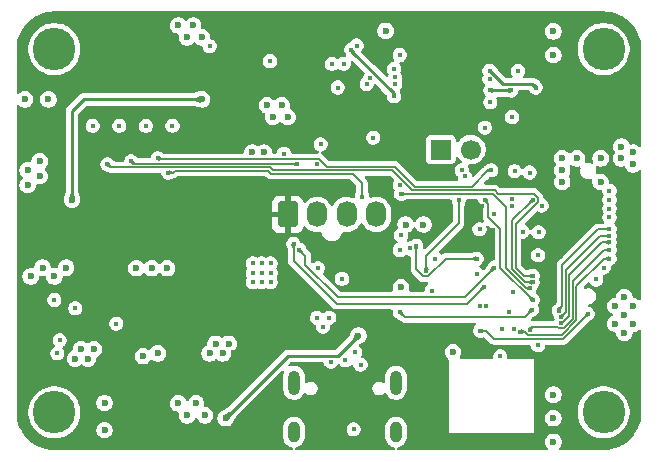
<source format=gbr>
%TF.GenerationSoftware,KiCad,Pcbnew,9.0.3*%
%TF.CreationDate,2025-08-18T13:56:50-05:00*%
%TF.ProjectId,PeripheralSOM,50657269-7068-4657-9261-6c534f4d2e6b,rev?*%
%TF.SameCoordinates,Original*%
%TF.FileFunction,Copper,L2,Inr*%
%TF.FilePolarity,Positive*%
%FSLAX46Y46*%
G04 Gerber Fmt 4.6, Leading zero omitted, Abs format (unit mm)*
G04 Created by KiCad (PCBNEW 9.0.3) date 2025-08-18 13:56:50*
%MOMM*%
%LPD*%
G01*
G04 APERTURE LIST*
G04 Aperture macros list*
%AMRoundRect*
0 Rectangle with rounded corners*
0 $1 Rounding radius*
0 $2 $3 $4 $5 $6 $7 $8 $9 X,Y pos of 4 corners*
0 Add a 4 corners polygon primitive as box body*
4,1,4,$2,$3,$4,$5,$6,$7,$8,$9,$2,$3,0*
0 Add four circle primitives for the rounded corners*
1,1,$1+$1,$2,$3*
1,1,$1+$1,$4,$5*
1,1,$1+$1,$6,$7*
1,1,$1+$1,$8,$9*
0 Add four rect primitives between the rounded corners*
20,1,$1+$1,$2,$3,$4,$5,0*
20,1,$1+$1,$4,$5,$6,$7,0*
20,1,$1+$1,$6,$7,$8,$9,0*
20,1,$1+$1,$8,$9,$2,$3,0*%
G04 Aperture macros list end*
%TA.AperFunction,ComponentPad*%
%ADD10O,1.700000X2.200000*%
%TD*%
%TA.AperFunction,ComponentPad*%
%ADD11RoundRect,0.250000X0.600000X-0.850000X0.600000X0.850000X-0.600000X0.850000X-0.600000X-0.850000X0*%
%TD*%
%TA.AperFunction,ComponentPad*%
%ADD12C,3.600000*%
%TD*%
%TA.AperFunction,HeatsinkPad*%
%ADD13O,1.000000X1.800000*%
%TD*%
%TA.AperFunction,HeatsinkPad*%
%ADD14O,1.000000X2.100000*%
%TD*%
%TA.AperFunction,ComponentPad*%
%ADD15C,1.700000*%
%TD*%
%TA.AperFunction,ComponentPad*%
%ADD16R,1.700000X1.700000*%
%TD*%
%TA.AperFunction,ViaPad*%
%ADD17C,0.400000*%
%TD*%
%TA.AperFunction,ViaPad*%
%ADD18C,0.600000*%
%TD*%
%TA.AperFunction,Conductor*%
%ADD19C,0.150000*%
%TD*%
%TA.AperFunction,Conductor*%
%ADD20C,0.250000*%
%TD*%
G04 APERTURE END LIST*
D10*
%TO.N,/MCU/SWDIO*%
%TO.C,J1*%
X140000000Y-91750000D03*
%TO.N,GND*%
X137500000Y-91750000D03*
%TO.N,/MCU/SWCLK*%
X135000000Y-91750000D03*
D11*
%TO.N,+3.3V*%
X132500000Y-91750000D03*
%TD*%
D12*
%TO.N,N/C*%
%TO.C,MH4*%
X159250000Y-108500000D03*
%TD*%
%TO.N,N/C*%
%TO.C,MH3*%
X112750000Y-108500000D03*
%TD*%
%TO.N,N/C*%
%TO.C,MH1*%
X112750000Y-77750000D03*
%TD*%
D13*
%TO.N,GND*%
%TO.C,J2*%
X141672873Y-110172500D03*
D14*
X141672873Y-105992500D03*
D13*
X133032873Y-110172500D03*
D14*
X133032873Y-105992500D03*
%TD*%
D12*
%TO.N,N/C*%
%TO.C,MH2*%
X159250000Y-77750000D03*
%TD*%
D15*
%TO.N,/CAN_L*%
%TO.C,JP1*%
X148015000Y-86250000D03*
D16*
%TO.N,Net-(JP1-A)*%
X145475000Y-86250000D03*
%TD*%
D17*
%TO.N,Net-(U2-BOOT)*%
X135300000Y-85800000D03*
X132200000Y-86600000D03*
%TO.N,/MCU/USART1_RX*%
X133000000Y-94250000D03*
%TO.N,/MCU/USART1_TX*%
X133500000Y-94750000D03*
%TO.N,/CAN_H*%
X153000000Y-88200000D03*
D18*
%TO.N,+3.3V*%
X134500000Y-75000000D03*
X133250000Y-75000000D03*
D17*
%TO.N,GND*%
X137100000Y-97200000D03*
%TO.N,/USB/D-*%
X137400000Y-104100000D03*
X138200000Y-103400000D03*
%TO.N,+3.3V*%
X132062500Y-98800000D03*
X132462500Y-98400000D03*
%TO.N,GND*%
X135500000Y-101250000D03*
%TO.N,/USB/RST*%
X135062500Y-96300000D03*
%TO.N,GND*%
X136000000Y-100500000D03*
X135000000Y-100500000D03*
D18*
%TO.N,+3.3V*%
X143500000Y-102500000D03*
X142000000Y-102500000D03*
%TO.N,GND*%
X140800000Y-76200000D03*
%TO.N,+3.3V*%
X139100000Y-76200000D03*
D17*
%TO.N,/MCU/BOOT0*%
X142100000Y-93500000D03*
%TO.N,/PowerDist/PowerProtection/IMON*%
X138350000Y-77450000D03*
%TO.N,/PowerDist/PowerProtection/ILIM*%
X141600000Y-80145997D03*
X139500000Y-80200000D03*
%TO.N,Net-(U7-DVDT)*%
X141600000Y-80700000D03*
X139200000Y-80700000D03*
%TO.N,/PowerDist/PowerProtection/MODE*%
X149600000Y-80300000D03*
X152000000Y-79600000D03*
D18*
%TO.N,+3.3V*%
X128000000Y-103500000D03*
D17*
X149900000Y-93100000D03*
%TO.N,/CAN_H*%
X149200000Y-84400000D03*
%TO.N,+3.3V*%
X144400000Y-93600000D03*
D18*
%TO.N,GND*%
X142500000Y-92600000D03*
D17*
%TO.N,/CAN/FAULT*%
X148800000Y-101600000D03*
%TO.N,/MCU/BOOT0*%
X144700000Y-98200000D03*
%TO.N,/MCU/NRST*%
X153700000Y-102800000D03*
D18*
%TO.N,GND*%
X146500000Y-103400000D03*
X122300000Y-96300000D03*
X119700000Y-96300000D03*
X121000000Y-96300000D03*
D17*
%TO.N,/LEDs/LED1*%
X138800000Y-90300000D03*
X142000000Y-100000000D03*
%TO.N,/CAN/FAULT*%
X157900000Y-100175000D03*
%TO.N,/LEDs/LED1*%
X153200000Y-99800000D03*
X122400000Y-88200000D03*
%TO.N,/LEDs/LED2*%
X149750000Y-88000000D03*
X121500000Y-87000000D03*
%TO.N,/LEDs/LED3*%
X142000000Y-94750000D03*
X133300000Y-87500000D03*
X119250000Y-87250000D03*
%TO.N,/LEDs/LED_HB*%
X117250000Y-87500000D03*
X153250000Y-96945997D03*
%TO.N,/PowerDist/FAULT*%
X137900000Y-77800000D03*
%TO.N,/MCU/I2C1_SCL*%
X159250000Y-96250000D03*
X151600000Y-98300000D03*
%TO.N,/MCU/I2C1_SDA*%
X158625000Y-97250000D03*
X151250000Y-100000000D03*
D18*
%TO.N,GND*%
X155000000Y-107000000D03*
D17*
%TO.N,/MCU/NRST*%
X153700000Y-95200000D03*
X150500000Y-103769760D03*
%TO.N,/MCU/BOOT0*%
X125900000Y-77500000D03*
%TO.N,/MCU/SWDIO*%
X148500000Y-95500000D03*
X143386832Y-94412992D03*
%TO.N,/MCU/SWCLK*%
X142875000Y-94625000D03*
%TO.N,/OPAMP1_VINP*%
X159750000Y-95500000D03*
X152188810Y-101676928D03*
%TO.N,/MCU/ADC1_IN7*%
X153000000Y-101500000D03*
X159750000Y-94750000D03*
%TO.N,/MCU/ADC1_IN9*%
X155633921Y-100953757D03*
X159750000Y-94108006D03*
%TO.N,/MCU/ADC1_IN10*%
X155682203Y-100401862D03*
X159750000Y-93554003D03*
%TO.N,/MCU/ADC1_IN11*%
X155450000Y-99882260D03*
X159750000Y-93000000D03*
%TO.N,/MCU/SPI2_SCK*%
X153250000Y-90500000D03*
X153250000Y-97500000D03*
X154000000Y-91000000D03*
%TO.N,/MCU/SPI2_NSS*%
X153750000Y-93250000D03*
%TO.N,/MCU/SPI2_MOSI*%
X151500000Y-90445997D03*
%TO.N,/MCU/SPI2_MISO*%
X151500000Y-91000000D03*
D18*
%TO.N,GND*%
X124750000Y-107750000D03*
%TO.N,+3.3V*%
X155000000Y-108000000D03*
%TO.N,GND*%
X111750000Y-96250000D03*
X123250000Y-107750000D03*
%TO.N,+3.3V*%
X155000000Y-77250000D03*
D17*
%TO.N,GND*%
X129562500Y-96702500D03*
D18*
X161750000Y-99500000D03*
X117000000Y-110000000D03*
X155000000Y-111000000D03*
X110250000Y-82000000D03*
X115000000Y-103150000D03*
%TO.N,+3.3V*%
X117000000Y-108800000D03*
D17*
%TO.N,GND*%
X112750000Y-99000000D03*
D18*
X132000000Y-82500000D03*
D17*
X147250000Y-88000000D03*
D18*
X144000000Y-92600000D03*
X160750000Y-86000000D03*
X161750000Y-101000000D03*
%TO.N,+3.3V*%
X155000000Y-110000000D03*
%TO.N,GND*%
X127500000Y-102700000D03*
X161000000Y-100250000D03*
X125900000Y-103500000D03*
X161000000Y-101750000D03*
X126400000Y-102700000D03*
X142100000Y-97900000D03*
D17*
X130305000Y-96702500D03*
D18*
X155000000Y-76250000D03*
%TO.N,+3.3V*%
X111250000Y-82000000D03*
%TO.N,GND*%
X110500000Y-89250000D03*
X160250000Y-99500000D03*
X124000000Y-76750000D03*
X120250000Y-103750000D03*
D17*
X130305000Y-95900000D03*
X131062500Y-97500000D03*
D18*
X116100000Y-103150000D03*
X127000000Y-103500000D03*
X110750000Y-97000000D03*
X117000000Y-107700000D03*
D17*
X137250000Y-79000000D03*
D18*
X124000000Y-108750000D03*
X113750000Y-96250000D03*
%TO.N,+3.3V*%
X110250000Y-81000000D03*
%TO.N,GND*%
X111500000Y-88500000D03*
X130750000Y-82500000D03*
X160250000Y-101000000D03*
%TO.N,+3.3V*%
X154000000Y-76250000D03*
%TO.N,GND*%
X161000000Y-98750000D03*
D17*
X138100000Y-109947500D03*
X136250000Y-79000000D03*
X129562500Y-97500000D03*
D18*
X112250000Y-82000000D03*
X112750000Y-97000000D03*
X125250000Y-76750000D03*
X125500000Y-108750000D03*
X132500000Y-83500000D03*
D17*
X131062500Y-96702500D03*
X131062500Y-95900000D03*
D18*
X161750000Y-86500000D03*
D17*
X130305000Y-97500000D03*
D18*
X124500000Y-75750000D03*
X115600000Y-103950000D03*
X123250000Y-75750000D03*
D17*
X152400000Y-93200000D03*
D18*
X160750000Y-87000000D03*
X155000000Y-109000000D03*
X155000000Y-78250000D03*
D17*
X142000000Y-78250000D03*
D18*
%TO.N,+3.3V*%
X117000000Y-111100000D03*
%TO.N,GND*%
X131250000Y-83500000D03*
D17*
X129562500Y-95900000D03*
D18*
X161750000Y-87500000D03*
X110500000Y-88000000D03*
X114500000Y-103950000D03*
X111500000Y-87250000D03*
X121500000Y-103500000D03*
%TO.N,+3.3V*%
X122250000Y-105750000D03*
D17*
X119500000Y-75750000D03*
X144500000Y-110500000D03*
D18*
X159000000Y-98500000D03*
D17*
X159250000Y-103250000D03*
D18*
X155534880Y-95250000D03*
X124250000Y-106500000D03*
D17*
X153000000Y-87250000D03*
D18*
X122250000Y-104750000D03*
X123000000Y-106500000D03*
D17*
X149000000Y-91000000D03*
%TO.N,/MCU/SPI1_SCK*%
X147500000Y-88500000D03*
X147000000Y-90500000D03*
X144250000Y-96500000D03*
X159750000Y-89750000D03*
%TO.N,/MCU/SPI1_MISO*%
X150000000Y-91750000D03*
X159750000Y-90500000D03*
%TO.N,/MCU/SPI1_NSS*%
X159750000Y-91250000D03*
X153250000Y-99000000D03*
X149250000Y-90500000D03*
%TO.N,/MCU/SPI1_MOSI*%
X159750000Y-92000000D03*
X148750000Y-93000000D03*
D18*
%TO.N,+5V_VBUS*%
X127250000Y-109000000D03*
X138500000Y-102000000D03*
D17*
%TO.N,/CAN_L*%
X151720944Y-88079056D03*
D18*
%TO.N,+24V_EXT*%
X155750000Y-89000000D03*
X159000000Y-87000000D03*
X157000000Y-87000000D03*
X155750000Y-88000000D03*
X159000000Y-89000000D03*
X155750000Y-87000000D03*
D17*
X151500000Y-83500000D03*
%TO.N,GNDA*%
X150675000Y-101469760D03*
%TO.N,VDDA*%
X151675000Y-101469760D03*
%TO.N,/PowerDist/FAULT*%
X141500000Y-81750000D03*
%TO.N,+24V*%
X139750000Y-85250000D03*
%TO.N,Net-(D12-A)*%
X118250000Y-84250000D03*
%TO.N,+5V*%
X113000000Y-103500000D03*
X118000000Y-101000000D03*
%TO.N,Net-(D4-A)*%
X116000000Y-84250000D03*
%TO.N,/PowerDist/PowerProtection/UVLO*%
X149662500Y-82250000D03*
%TO.N,/PowerDist/PowerProtection/OVP*%
X149662500Y-81250000D03*
X151412500Y-81250000D03*
%TO.N,/USB/CC1*%
X136172873Y-104222500D03*
%TO.N,/USB/CC2*%
X138672873Y-104472500D03*
%TO.N,Net-(D13-A)*%
X120500000Y-84250000D03*
%TO.N,Net-(D14-A)*%
X122750000Y-84250000D03*
%TO.N,/PowerDist/PowerProtection/SHDN*%
X149600000Y-79600000D03*
X153500000Y-81000000D03*
%TO.N,Net-(D7-A)*%
X142000000Y-89250000D03*
%TO.N,Net-(D9-A)*%
X136750000Y-81000000D03*
%TO.N,/PowerDist/PowerProtection/IMON*%
X141500000Y-79425000D03*
%TO.N,/MCU/ADC1_IN16*%
X131000000Y-78750000D03*
X153000000Y-98000000D03*
X142100000Y-90000000D03*
%TO.N,/MCU/USART1_RX*%
X149125000Y-97875000D03*
%TO.N,/MCU/USART1_TX*%
X150000000Y-96250000D03*
%TO.N,/CAN/CAN1_RX*%
X145000000Y-95500000D03*
X148750000Y-99500000D03*
%TO.N,/CAN/CAN1_TX*%
X149304003Y-99500000D03*
X148500000Y-96750000D03*
D18*
%TO.N,+5V_BUCK*%
X125250000Y-82000000D03*
X114250000Y-90500000D03*
%TO.N,Net-(D1-K)*%
X130500000Y-86500000D03*
X129500000Y-86500000D03*
D17*
%TO.N,/PowerDist/ILIM*%
X113212500Y-102400000D03*
%TO.N,/PowerDist/STAT*%
X114512500Y-99700000D03*
D18*
%TO.N,+3.3V*%
X146012500Y-102000000D03*
D17*
%TO.N,GND*%
X135000000Y-87500000D03*
%TD*%
D19*
%TO.N,/LEDs/LED3*%
X133249000Y-87449000D02*
X133300000Y-87500000D01*
X119449000Y-87449000D02*
X133249000Y-87449000D01*
X119250000Y-87250000D02*
X119449000Y-87449000D01*
%TO.N,/MCU/USART1_TX*%
X134000000Y-95250000D02*
X133500000Y-94750000D01*
X134000000Y-96000000D02*
X134000000Y-95250000D01*
X136750000Y-98750000D02*
X134000000Y-96000000D01*
X147500000Y-98750000D02*
X136750000Y-98750000D01*
X150000000Y-96250000D02*
X147500000Y-98750000D01*
%TO.N,/MCU/USART1_RX*%
X147695997Y-99304003D02*
X149125000Y-97875000D01*
X133000000Y-95652028D02*
X136651975Y-99304003D01*
X136651975Y-99304003D02*
X147695997Y-99304003D01*
X133000000Y-94250000D02*
X133000000Y-95652028D01*
D20*
%TO.N,/PowerDist/FAULT*%
X141500000Y-81500000D02*
X141500000Y-81750000D01*
X137900000Y-77900000D02*
X141500000Y-81500000D01*
X137900000Y-77800000D02*
X137900000Y-77900000D01*
%TO.N,/PowerDist/PowerProtection/SHDN*%
X153200000Y-80700000D02*
X153500000Y-81000000D01*
X150700000Y-80700000D02*
X153200000Y-80700000D01*
X149600000Y-79600000D02*
X150700000Y-80700000D01*
D19*
%TO.N,/MCU/SWDIO*%
X143386832Y-96386832D02*
X143386832Y-94412992D01*
X144400000Y-97000000D02*
X144000000Y-97000000D01*
X145900000Y-95500000D02*
X144400000Y-97000000D01*
X148500000Y-95500000D02*
X145900000Y-95500000D01*
X144000000Y-97000000D02*
X143386832Y-96386832D01*
%TO.N,/CAN/FAULT*%
X155801356Y-102300000D02*
X157900000Y-100201356D01*
X150000000Y-102300000D02*
X155801356Y-102300000D01*
X149300000Y-101600000D02*
X150000000Y-102300000D01*
X148800000Y-101600000D02*
X149300000Y-101600000D01*
X157900000Y-100201356D02*
X157900000Y-100175000D01*
%TO.N,/LEDs/LED1*%
X138800000Y-89101000D02*
X138000000Y-88301000D01*
X138800000Y-90300000D02*
X138800000Y-89101000D01*
X142430000Y-100430000D02*
X142000000Y-100000000D01*
%TO.N,/MCU/ADC1_IN16*%
X152675678Y-98000000D02*
X153000000Y-98000000D01*
X151000000Y-96324322D02*
X152675678Y-98000000D01*
X151000000Y-91087885D02*
X151000000Y-96324322D01*
X149912115Y-90000000D02*
X151000000Y-91087885D01*
X142100000Y-90000000D02*
X149912115Y-90000000D01*
%TO.N,/LEDs/LED1*%
X152570000Y-100430000D02*
X153200000Y-99800000D01*
X142430000Y-100430000D02*
X152570000Y-100430000D01*
X130875322Y-88051000D02*
X131125322Y-88301000D01*
X122800000Y-88200000D02*
X122949000Y-88051000D01*
X122949000Y-88051000D02*
X130875322Y-88051000D01*
X131125322Y-88301000D02*
X138000000Y-88301000D01*
X122400000Y-88200000D02*
X122800000Y-88200000D01*
%TO.N,/LEDs/LED2*%
X149500000Y-88000000D02*
X149750000Y-88000000D01*
X141551000Y-87699000D02*
X143250000Y-89398000D01*
X135807112Y-87699000D02*
X141551000Y-87699000D01*
X148102000Y-89398000D02*
X149500000Y-88000000D01*
X135178112Y-87070000D02*
X135807112Y-87699000D01*
X121570000Y-87070000D02*
X135178112Y-87070000D01*
X121500000Y-87000000D02*
X121570000Y-87070000D01*
X143250000Y-89398000D02*
X148102000Y-89398000D01*
%TO.N,/LEDs/LED_HB*%
X117500000Y-87750000D02*
X117250000Y-87500000D01*
X131000000Y-87750000D02*
X117500000Y-87750000D01*
X131250000Y-88000000D02*
X131000000Y-87750000D01*
X141358112Y-88000000D02*
X131250000Y-88000000D01*
X143057112Y-89699000D02*
X141358112Y-88000000D01*
X150036793Y-89699000D02*
X143057112Y-89699000D01*
X153680000Y-90321888D02*
X153358112Y-90000000D01*
X153680000Y-90678112D02*
X153680000Y-90321888D01*
X151801000Y-92557112D02*
X153680000Y-90678112D01*
X153358112Y-90000000D02*
X150337793Y-90000000D01*
X153250000Y-96945997D02*
X152473031Y-96945997D01*
X152473031Y-96945997D02*
X151801000Y-96273966D01*
X151801000Y-96273966D02*
X151801000Y-92557112D01*
X150337793Y-90000000D02*
X150036793Y-89699000D01*
%TO.N,/MCU/SPI2_SCK*%
X151500000Y-96398644D02*
X151500000Y-92250000D01*
X152601356Y-97500000D02*
X151500000Y-96398644D01*
X153250000Y-97500000D02*
X152601356Y-97500000D01*
X151500000Y-92250000D02*
X153250000Y-90500000D01*
%TO.N,/MCU/SPI1_NSS*%
X149250000Y-90641888D02*
X149250000Y-90500000D01*
X149500000Y-92000000D02*
X149500000Y-90891888D01*
X149500000Y-90891888D02*
X149250000Y-90641888D01*
X150500000Y-93000000D02*
X149500000Y-92000000D01*
X153250000Y-99000000D02*
X150500000Y-96250000D01*
X150500000Y-96250000D02*
X150500000Y-93000000D01*
%TO.N,/MCU/SPI1_SCK*%
X147000000Y-92500000D02*
X144250000Y-95250000D01*
X144250000Y-95250000D02*
X144250000Y-96500000D01*
X147000000Y-90500000D02*
X147000000Y-92500000D01*
%TO.N,/MCU/ADC1_IN7*%
X156653000Y-97347000D02*
X159250000Y-94750000D01*
X156653000Y-100597000D02*
X156653000Y-97347000D01*
X155866243Y-101383757D02*
X156653000Y-100597000D01*
X155455809Y-101383757D02*
X155866243Y-101383757D01*
X155322052Y-101250000D02*
X155455809Y-101383757D01*
X153000000Y-101500000D02*
X153250000Y-101250000D01*
X153250000Y-101250000D02*
X155322052Y-101250000D01*
X159250000Y-94750000D02*
X159750000Y-94750000D01*
%TO.N,/MCU/ADC1_IN9*%
X159141994Y-94108006D02*
X159750000Y-94108006D01*
X156352000Y-96898000D02*
X159141994Y-94108006D01*
X156352000Y-100340177D02*
X156352000Y-96898000D01*
X155738420Y-100953757D02*
X156352000Y-100340177D01*
X155633921Y-100953757D02*
X155738420Y-100953757D01*
%TO.N,/MCU/ADC1_IN11*%
X155750000Y-96000000D02*
X158750000Y-93000000D01*
X155497613Y-99752387D02*
X155750000Y-99500000D01*
X158750000Y-93000000D02*
X159750000Y-93000000D01*
X155450000Y-99882260D02*
X155497613Y-99834647D01*
X155497613Y-99834647D02*
X155497613Y-99752387D01*
X155750000Y-99500000D02*
X155750000Y-96000000D01*
%TO.N,/MCU/ADC1_IN10*%
X158945997Y-93554003D02*
X159750000Y-93554003D01*
X156051000Y-96449000D02*
X158945997Y-93554003D01*
X156051000Y-100033065D02*
X156051000Y-96449000D01*
X155682203Y-100401862D02*
X156051000Y-100033065D01*
D20*
%TO.N,+5V_VBUS*%
X136379196Y-103750000D02*
X136371696Y-103742500D01*
X135966550Y-103750000D02*
X132500000Y-103750000D01*
X132500000Y-103750000D02*
X127250000Y-109000000D01*
X136750000Y-103750000D02*
X136379196Y-103750000D01*
X135974050Y-103742500D02*
X135966550Y-103750000D01*
X138500000Y-102000000D02*
X136750000Y-103750000D01*
X136371696Y-103742500D02*
X135974050Y-103742500D01*
%TO.N,/PowerDist/PowerProtection/OVP*%
X149662500Y-81250000D02*
X151412500Y-81250000D01*
%TO.N,+5V_BUCK*%
X115250000Y-82000000D02*
X114250000Y-83000000D01*
X114250000Y-83000000D02*
X114250000Y-90500000D01*
X125250000Y-82000000D02*
X115250000Y-82000000D01*
D19*
%TO.N,/OPAMP1_VINP*%
X152570000Y-101676928D02*
X152188810Y-101676928D01*
X152570000Y-101678112D02*
X152570000Y-101676928D01*
X152821888Y-101930000D02*
X152570000Y-101678112D01*
X155745678Y-101930000D02*
X152821888Y-101930000D01*
X159250000Y-95500000D02*
X156954000Y-97796000D01*
X156954000Y-97796000D02*
X156954000Y-100721678D01*
X156954000Y-100721678D02*
X155745678Y-101930000D01*
X159750000Y-95500000D02*
X159250000Y-95500000D01*
%TD*%
%TA.AperFunction,Conductor*%
%TO.N,+3.3V*%
G36*
X148527863Y-90475717D02*
G01*
X148528607Y-90475509D01*
X148561340Y-90485547D01*
X148594161Y-90495185D01*
X148594666Y-90495768D01*
X148595406Y-90495995D01*
X148617535Y-90522160D01*
X148639916Y-90547989D01*
X148640191Y-90548948D01*
X148640525Y-90549343D01*
X148646712Y-90571390D01*
X148647397Y-90571207D01*
X148649500Y-90579055D01*
X148649500Y-90579057D01*
X148687445Y-90720670D01*
X148690423Y-90731783D01*
X148690426Y-90731790D01*
X148769475Y-90868709D01*
X148769481Y-90868717D01*
X148881283Y-90980519D01*
X148884546Y-90983023D01*
X148885428Y-90983591D01*
X148888074Y-90985483D01*
X148916237Y-91007934D01*
X148918123Y-91009290D01*
X148951524Y-91030863D01*
X148953935Y-91032587D01*
X148958458Y-91038362D01*
X148980540Y-91059738D01*
X148981151Y-91059279D01*
X148982671Y-91061297D01*
X148985052Y-91064205D01*
X148985058Y-91064212D01*
X148989767Y-91069096D01*
X149022127Y-91131020D01*
X149024500Y-91155162D01*
X149024500Y-91937399D01*
X149024500Y-92062601D01*
X149056905Y-92183536D01*
X149083799Y-92230119D01*
X149096429Y-92251994D01*
X149112901Y-92319894D01*
X149090048Y-92385921D01*
X149035126Y-92429111D01*
X148965573Y-92435752D01*
X148956948Y-92433768D01*
X148876898Y-92412319D01*
X148829057Y-92399500D01*
X148670943Y-92399500D01*
X148518216Y-92440423D01*
X148518209Y-92440426D01*
X148381290Y-92519475D01*
X148381282Y-92519481D01*
X148269481Y-92631282D01*
X148269475Y-92631290D01*
X148190426Y-92768209D01*
X148190423Y-92768216D01*
X148149500Y-92920943D01*
X148149500Y-93079057D01*
X148189686Y-93229031D01*
X148190423Y-93231783D01*
X148190426Y-93231790D01*
X148269475Y-93368709D01*
X148269479Y-93368714D01*
X148269480Y-93368716D01*
X148381284Y-93480520D01*
X148381286Y-93480521D01*
X148381290Y-93480524D01*
X148518209Y-93559573D01*
X148518216Y-93559577D01*
X148670943Y-93600500D01*
X148670945Y-93600500D01*
X148829055Y-93600500D01*
X148829057Y-93600500D01*
X148981784Y-93559577D01*
X149118716Y-93480520D01*
X149230520Y-93368716D01*
X149309577Y-93231784D01*
X149350500Y-93079057D01*
X149350500Y-92920943D01*
X149324601Y-92824286D01*
X149326264Y-92754441D01*
X149365426Y-92696579D01*
X149429654Y-92669074D01*
X149498557Y-92680660D01*
X149532057Y-92704516D01*
X149988181Y-93160639D01*
X150021666Y-93221962D01*
X150024500Y-93248320D01*
X150024500Y-95527121D01*
X150004815Y-95594160D01*
X149952011Y-95639915D01*
X149928591Y-95646643D01*
X149928793Y-95647397D01*
X149920944Y-95649500D01*
X149920943Y-95649500D01*
X149805182Y-95680518D01*
X149768216Y-95690423D01*
X149768209Y-95690426D01*
X149631290Y-95769475D01*
X149631282Y-95769481D01*
X149519482Y-95881281D01*
X149519480Y-95881284D01*
X149484942Y-95941106D01*
X149484941Y-95941107D01*
X149484940Y-95941106D01*
X149482083Y-95946053D01*
X149464186Y-95971369D01*
X149444894Y-96010465D01*
X149442884Y-96013949D01*
X149442874Y-96013970D01*
X149440420Y-96018221D01*
X149438576Y-96022672D01*
X149435226Y-96030061D01*
X149334962Y-96233281D01*
X149332984Y-96236040D01*
X149332592Y-96237844D01*
X149311441Y-96266098D01*
X149173753Y-96403786D01*
X149112430Y-96437271D01*
X149042738Y-96432287D01*
X148986805Y-96390415D01*
X148982387Y-96383718D01*
X148980518Y-96381282D01*
X148868715Y-96269479D01*
X148844125Y-96255282D01*
X148804467Y-96232386D01*
X148756253Y-96181821D01*
X148743029Y-96113214D01*
X148768997Y-96048349D01*
X148804466Y-96017614D01*
X148868716Y-95980520D01*
X148980520Y-95868716D01*
X149059577Y-95731784D01*
X149100500Y-95579057D01*
X149100500Y-95420943D01*
X149059577Y-95268216D01*
X149037816Y-95230524D01*
X148980524Y-95131290D01*
X148980518Y-95131282D01*
X148868717Y-95019481D01*
X148868709Y-95019475D01*
X148731790Y-94940426D01*
X148731786Y-94940424D01*
X148731784Y-94940423D01*
X148579057Y-94899500D01*
X148420943Y-94899500D01*
X148413021Y-94901622D01*
X148354208Y-94917379D01*
X148354209Y-94917380D01*
X148348696Y-94918857D01*
X148318141Y-94924102D01*
X148276853Y-94938107D01*
X148272948Y-94939154D01*
X148272946Y-94939155D01*
X148268209Y-94940424D01*
X148263756Y-94942269D01*
X148256155Y-94945129D01*
X148041570Y-95017927D01*
X148001733Y-95024500D01*
X145962601Y-95024500D01*
X145837399Y-95024500D01*
X145756775Y-95046103D01*
X145716463Y-95056905D01*
X145602126Y-95122917D01*
X145576355Y-95129168D01*
X145551726Y-95138985D01*
X145542931Y-95137276D01*
X145534226Y-95139388D01*
X145509169Y-95130715D01*
X145483139Y-95125658D01*
X145472883Y-95118157D01*
X145468199Y-95116536D01*
X145454421Y-95105142D01*
X145453434Y-95104198D01*
X145368716Y-95019480D01*
X145358973Y-95013855D01*
X145348187Y-95003539D01*
X145337900Y-94985659D01*
X145323668Y-94970728D01*
X145320829Y-94955987D01*
X145313344Y-94942977D01*
X145314356Y-94922375D01*
X145310456Y-94902119D01*
X145316037Y-94888182D01*
X145316775Y-94873191D01*
X145328764Y-94856407D01*
X145336435Y-94837258D01*
X145346203Y-94826254D01*
X147380495Y-92791964D01*
X147443095Y-92683536D01*
X147475500Y-92562601D01*
X147475500Y-92437399D01*
X147475500Y-90998263D01*
X147476052Y-90994913D01*
X147475607Y-90993124D01*
X147482073Y-90958427D01*
X147501724Y-90900500D01*
X147554861Y-90743863D01*
X147557724Y-90736257D01*
X147559575Y-90731787D01*
X147559574Y-90731787D01*
X147559577Y-90731784D01*
X147560851Y-90727024D01*
X147563200Y-90719281D01*
X147570852Y-90696727D01*
X147575897Y-90681857D01*
X147583332Y-90657441D01*
X147583716Y-90656021D01*
X147593330Y-90606928D01*
X147595233Y-90598712D01*
X147600500Y-90579057D01*
X147600500Y-90579055D01*
X147602604Y-90571204D01*
X147605013Y-90571849D01*
X147628197Y-90519428D01*
X147686517Y-90480951D01*
X147722878Y-90475500D01*
X148527122Y-90475500D01*
X148527863Y-90475717D01*
G37*
%TD.AperFunction*%
%TA.AperFunction,Conductor*%
G36*
X159253243Y-74550669D02*
G01*
X159577952Y-74567687D01*
X159590860Y-74569044D01*
X159908794Y-74619400D01*
X159921478Y-74622095D01*
X160232429Y-74705414D01*
X160244770Y-74709425D01*
X160545282Y-74824780D01*
X160557138Y-74830058D01*
X160843976Y-74976210D01*
X160855192Y-74982686D01*
X161125165Y-75158008D01*
X161135666Y-75165637D01*
X161385836Y-75368221D01*
X161395481Y-75376906D01*
X161623093Y-75604518D01*
X161631778Y-75614163D01*
X161834362Y-75864333D01*
X161841991Y-75874834D01*
X161870142Y-75918182D01*
X162017310Y-76144802D01*
X162023796Y-76156035D01*
X162169940Y-76442859D01*
X162175219Y-76454717D01*
X162290574Y-76755229D01*
X162294585Y-76767572D01*
X162377902Y-77078515D01*
X162380600Y-77091211D01*
X162430955Y-77409139D01*
X162432312Y-77422047D01*
X162449330Y-77746756D01*
X162449500Y-77753246D01*
X162449500Y-85909481D01*
X162429815Y-85976520D01*
X162377011Y-86022275D01*
X162307853Y-86032219D01*
X162244297Y-86003194D01*
X162237819Y-85997162D01*
X162196545Y-85955888D01*
X162196541Y-85955885D01*
X162081817Y-85879228D01*
X162081804Y-85879221D01*
X161954332Y-85826421D01*
X161954322Y-85826418D01*
X161818995Y-85799500D01*
X161818993Y-85799500D01*
X161681007Y-85799500D01*
X161681002Y-85799500D01*
X161544449Y-85826662D01*
X161474857Y-85820435D01*
X161419680Y-85777572D01*
X161405697Y-85752498D01*
X161370776Y-85668191D01*
X161370771Y-85668182D01*
X161294114Y-85553458D01*
X161294111Y-85553454D01*
X161196545Y-85455888D01*
X161196541Y-85455885D01*
X161081817Y-85379228D01*
X161081804Y-85379221D01*
X160954332Y-85326421D01*
X160954322Y-85326418D01*
X160818995Y-85299500D01*
X160818993Y-85299500D01*
X160681007Y-85299500D01*
X160681005Y-85299500D01*
X160545677Y-85326418D01*
X160545667Y-85326421D01*
X160418195Y-85379221D01*
X160418182Y-85379228D01*
X160303458Y-85455885D01*
X160303454Y-85455888D01*
X160205888Y-85553454D01*
X160205885Y-85553458D01*
X160129228Y-85668182D01*
X160129221Y-85668195D01*
X160076421Y-85795667D01*
X160076418Y-85795677D01*
X160049500Y-85931004D01*
X160049500Y-85931007D01*
X160049500Y-86068993D01*
X160049500Y-86068995D01*
X160049499Y-86068995D01*
X160076418Y-86204322D01*
X160076421Y-86204332D01*
X160129221Y-86331804D01*
X160129228Y-86331817D01*
X160195573Y-86431109D01*
X160216451Y-86497787D01*
X160197966Y-86565167D01*
X160195573Y-86568891D01*
X160129228Y-86668182D01*
X160129221Y-86668195D01*
X160076421Y-86795667D01*
X160076418Y-86795677D01*
X160049500Y-86931004D01*
X160049500Y-86931007D01*
X160049500Y-87068993D01*
X160049500Y-87068995D01*
X160049499Y-87068995D01*
X160076418Y-87204322D01*
X160076421Y-87204332D01*
X160129221Y-87331804D01*
X160129228Y-87331817D01*
X160205885Y-87446541D01*
X160205888Y-87446545D01*
X160303454Y-87544111D01*
X160303458Y-87544114D01*
X160418182Y-87620771D01*
X160418195Y-87620778D01*
X160532640Y-87668182D01*
X160545672Y-87673580D01*
X160545676Y-87673580D01*
X160545677Y-87673581D01*
X160681004Y-87700500D01*
X160681007Y-87700500D01*
X160818995Y-87700500D01*
X160924245Y-87679564D01*
X160954328Y-87673580D01*
X160954328Y-87673579D01*
X160955549Y-87673337D01*
X161025141Y-87679564D01*
X161080318Y-87722427D01*
X161094302Y-87747501D01*
X161129223Y-87831807D01*
X161129228Y-87831817D01*
X161205885Y-87946541D01*
X161205888Y-87946545D01*
X161303454Y-88044111D01*
X161303458Y-88044114D01*
X161418182Y-88120771D01*
X161418195Y-88120778D01*
X161508331Y-88158113D01*
X161545672Y-88173580D01*
X161545676Y-88173580D01*
X161545677Y-88173581D01*
X161681004Y-88200500D01*
X161681007Y-88200500D01*
X161818995Y-88200500D01*
X161910041Y-88182389D01*
X161954328Y-88173580D01*
X162081401Y-88120945D01*
X162081804Y-88120778D01*
X162081804Y-88120777D01*
X162081811Y-88120775D01*
X162196542Y-88044114D01*
X162203073Y-88037583D01*
X162237819Y-88002838D01*
X162299142Y-87969353D01*
X162368834Y-87974337D01*
X162424767Y-88016209D01*
X162449184Y-88081673D01*
X162449500Y-88090519D01*
X162449500Y-98909481D01*
X162429815Y-98976520D01*
X162377011Y-99022275D01*
X162307853Y-99032219D01*
X162244297Y-99003194D01*
X162237819Y-98997162D01*
X162196545Y-98955888D01*
X162196541Y-98955885D01*
X162081817Y-98879228D01*
X162081804Y-98879221D01*
X161954332Y-98826421D01*
X161954322Y-98826418D01*
X161818995Y-98799499D01*
X161812933Y-98798903D01*
X161813200Y-98796182D01*
X161757461Y-98779815D01*
X161711706Y-98727011D01*
X161702976Y-98686881D01*
X161701097Y-98687067D01*
X161700500Y-98681004D01*
X161673581Y-98545677D01*
X161673580Y-98545676D01*
X161673580Y-98545672D01*
X161667830Y-98531790D01*
X161620778Y-98418195D01*
X161620771Y-98418182D01*
X161544114Y-98303458D01*
X161544111Y-98303454D01*
X161446545Y-98205888D01*
X161446541Y-98205885D01*
X161331817Y-98129228D01*
X161331804Y-98129221D01*
X161204332Y-98076421D01*
X161204322Y-98076418D01*
X161068995Y-98049500D01*
X161068993Y-98049500D01*
X160931007Y-98049500D01*
X160931005Y-98049500D01*
X160795677Y-98076418D01*
X160795667Y-98076421D01*
X160668195Y-98129221D01*
X160668182Y-98129228D01*
X160553458Y-98205885D01*
X160553454Y-98205888D01*
X160455888Y-98303454D01*
X160455885Y-98303458D01*
X160379228Y-98418182D01*
X160379221Y-98418195D01*
X160326421Y-98545667D01*
X160326418Y-98545677D01*
X160299499Y-98681004D01*
X160298903Y-98687067D01*
X160296182Y-98686799D01*
X160279815Y-98742539D01*
X160227011Y-98788294D01*
X160186881Y-98797023D01*
X160187067Y-98798903D01*
X160181004Y-98799499D01*
X160045677Y-98826418D01*
X160045667Y-98826421D01*
X159918195Y-98879221D01*
X159918182Y-98879228D01*
X159803458Y-98955885D01*
X159803454Y-98955888D01*
X159705888Y-99053454D01*
X159705885Y-99053458D01*
X159629228Y-99168182D01*
X159629221Y-99168195D01*
X159576421Y-99295667D01*
X159576418Y-99295677D01*
X159549500Y-99431004D01*
X159549500Y-99431007D01*
X159549500Y-99568993D01*
X159549500Y-99568995D01*
X159549499Y-99568995D01*
X159576418Y-99704322D01*
X159576421Y-99704332D01*
X159629221Y-99831804D01*
X159629228Y-99831817D01*
X159705885Y-99946541D01*
X159705888Y-99946545D01*
X159803454Y-100044111D01*
X159803458Y-100044114D01*
X159918182Y-100120771D01*
X159918186Y-100120773D01*
X159918189Y-100120775D01*
X159930114Y-100125714D01*
X159953590Y-100135439D01*
X160007994Y-100179280D01*
X160030058Y-100245575D01*
X160012778Y-100313274D01*
X159961641Y-100360884D01*
X159953590Y-100364561D01*
X159918192Y-100379223D01*
X159918182Y-100379228D01*
X159803458Y-100455885D01*
X159803454Y-100455888D01*
X159705888Y-100553454D01*
X159705885Y-100553458D01*
X159629228Y-100668182D01*
X159629221Y-100668195D01*
X159576421Y-100795667D01*
X159576418Y-100795677D01*
X159549500Y-100931004D01*
X159549500Y-100931007D01*
X159549500Y-101068993D01*
X159549500Y-101068995D01*
X159549499Y-101068995D01*
X159576418Y-101204322D01*
X159576421Y-101204332D01*
X159629221Y-101331804D01*
X159629228Y-101331817D01*
X159705885Y-101446541D01*
X159705888Y-101446545D01*
X159803454Y-101544111D01*
X159803458Y-101544114D01*
X159918182Y-101620771D01*
X159918195Y-101620778D01*
X160007660Y-101657835D01*
X160045672Y-101673580D01*
X160045676Y-101673580D01*
X160045677Y-101673581D01*
X160181004Y-101700500D01*
X160187067Y-101701097D01*
X160186799Y-101703817D01*
X160242539Y-101720185D01*
X160288294Y-101772989D01*
X160297023Y-101813118D01*
X160298903Y-101812933D01*
X160299499Y-101818995D01*
X160326418Y-101954322D01*
X160326421Y-101954332D01*
X160379221Y-102081804D01*
X160379228Y-102081817D01*
X160455885Y-102196541D01*
X160455888Y-102196545D01*
X160553454Y-102294111D01*
X160553458Y-102294114D01*
X160668182Y-102370771D01*
X160668195Y-102370778D01*
X160795667Y-102423578D01*
X160795672Y-102423580D01*
X160795676Y-102423580D01*
X160795677Y-102423581D01*
X160931004Y-102450500D01*
X160931007Y-102450500D01*
X161068995Y-102450500D01*
X161160041Y-102432389D01*
X161204328Y-102423580D01*
X161331811Y-102370775D01*
X161446542Y-102294114D01*
X161544114Y-102196542D01*
X161620775Y-102081811D01*
X161673580Y-101954328D01*
X161696237Y-101840426D01*
X161700500Y-101818995D01*
X161701097Y-101812933D01*
X161703817Y-101813200D01*
X161720185Y-101757461D01*
X161772989Y-101711706D01*
X161813118Y-101702976D01*
X161812933Y-101701097D01*
X161818995Y-101700500D01*
X161926798Y-101679056D01*
X161954328Y-101673580D01*
X162081811Y-101620775D01*
X162196542Y-101544114D01*
X162215239Y-101525417D01*
X162237819Y-101502838D01*
X162299142Y-101469353D01*
X162368834Y-101474337D01*
X162424767Y-101516209D01*
X162449184Y-101581673D01*
X162449500Y-101590519D01*
X162449500Y-108496753D01*
X162449330Y-108503243D01*
X162432312Y-108827952D01*
X162430955Y-108840860D01*
X162380600Y-109158788D01*
X162377902Y-109171484D01*
X162294585Y-109482427D01*
X162290574Y-109494770D01*
X162175219Y-109795282D01*
X162169940Y-109807140D01*
X162023796Y-110093964D01*
X162017306Y-110105204D01*
X161841991Y-110375165D01*
X161834362Y-110385666D01*
X161631778Y-110635836D01*
X161623093Y-110645481D01*
X161395481Y-110873093D01*
X161385836Y-110881778D01*
X161135666Y-111084362D01*
X161125165Y-111091991D01*
X160855204Y-111267306D01*
X160843964Y-111273796D01*
X160557140Y-111419940D01*
X160545282Y-111425219D01*
X160244770Y-111540574D01*
X160232427Y-111544585D01*
X159921484Y-111627902D01*
X159908788Y-111630600D01*
X159590860Y-111680955D01*
X159577952Y-111682312D01*
X159253244Y-111699330D01*
X159246754Y-111699500D01*
X155590519Y-111699500D01*
X155523480Y-111679815D01*
X155477725Y-111627011D01*
X155467781Y-111557853D01*
X155496806Y-111494297D01*
X155502838Y-111487819D01*
X155544111Y-111446545D01*
X155544114Y-111446542D01*
X155620775Y-111331811D01*
X155673580Y-111204328D01*
X155685076Y-111146534D01*
X155700500Y-111068995D01*
X155700500Y-110931004D01*
X155673581Y-110795677D01*
X155673580Y-110795676D01*
X155673580Y-110795672D01*
X155634158Y-110700498D01*
X155620778Y-110668195D01*
X155620771Y-110668182D01*
X155544114Y-110553458D01*
X155544111Y-110553454D01*
X155446545Y-110455888D01*
X155446541Y-110455885D01*
X155331817Y-110379228D01*
X155331804Y-110379221D01*
X155204332Y-110326421D01*
X155204322Y-110326418D01*
X155068995Y-110299500D01*
X155068993Y-110299500D01*
X154931007Y-110299500D01*
X154931005Y-110299500D01*
X154795677Y-110326418D01*
X154795667Y-110326421D01*
X154668195Y-110379221D01*
X154668182Y-110379228D01*
X154553458Y-110455885D01*
X154553454Y-110455888D01*
X154455888Y-110553454D01*
X154455885Y-110553458D01*
X154379228Y-110668182D01*
X154379221Y-110668195D01*
X154326421Y-110795667D01*
X154326418Y-110795677D01*
X154299500Y-110931004D01*
X154299500Y-110931007D01*
X154299500Y-111068993D01*
X154299500Y-111068995D01*
X154299499Y-111068995D01*
X154326418Y-111204322D01*
X154326421Y-111204332D01*
X154379221Y-111331804D01*
X154379228Y-111331817D01*
X154455885Y-111446541D01*
X154455888Y-111446545D01*
X154497162Y-111487819D01*
X154530647Y-111549142D01*
X154525663Y-111618834D01*
X154483791Y-111674767D01*
X154418327Y-111699184D01*
X154409481Y-111699500D01*
X141881865Y-111699500D01*
X141814826Y-111679815D01*
X141769071Y-111627011D01*
X141759127Y-111557853D01*
X141788152Y-111494297D01*
X141846930Y-111456523D01*
X141857674Y-111453883D01*
X141935531Y-111438396D01*
X141935534Y-111438394D01*
X141935539Y-111438394D01*
X142099420Y-111370513D01*
X142246908Y-111271964D01*
X142372337Y-111146535D01*
X142470886Y-110999047D01*
X142538767Y-110835166D01*
X142573373Y-110661191D01*
X142573373Y-109683809D01*
X142573373Y-109683806D01*
X142573372Y-109683804D01*
X142538769Y-109509841D01*
X142538766Y-109509832D01*
X142470889Y-109345959D01*
X142470882Y-109345946D01*
X142372337Y-109198465D01*
X142372334Y-109198461D01*
X142246911Y-109073038D01*
X142246907Y-109073035D01*
X142099426Y-108974490D01*
X142099413Y-108974483D01*
X141935540Y-108906606D01*
X141935531Y-108906603D01*
X141761567Y-108872000D01*
X141761564Y-108872000D01*
X141584182Y-108872000D01*
X141584179Y-108872000D01*
X141410214Y-108906603D01*
X141410205Y-108906606D01*
X141246332Y-108974483D01*
X141246319Y-108974490D01*
X141098838Y-109073035D01*
X141098834Y-109073038D01*
X140973411Y-109198461D01*
X140973408Y-109198465D01*
X140874863Y-109345946D01*
X140874856Y-109345959D01*
X140806979Y-109509832D01*
X140806976Y-109509841D01*
X140772373Y-109683804D01*
X140772373Y-110661195D01*
X140806976Y-110835158D01*
X140806979Y-110835167D01*
X140874856Y-110999040D01*
X140874863Y-110999053D01*
X140973408Y-111146534D01*
X140973411Y-111146538D01*
X141098834Y-111271961D01*
X141098838Y-111271964D01*
X141246319Y-111370509D01*
X141246332Y-111370516D01*
X141365655Y-111419940D01*
X141410207Y-111438394D01*
X141410209Y-111438394D01*
X141410214Y-111438396D01*
X141488072Y-111453883D01*
X141549983Y-111486268D01*
X141584558Y-111546984D01*
X141580818Y-111616753D01*
X141539951Y-111673425D01*
X141474933Y-111699006D01*
X141463881Y-111699500D01*
X133241865Y-111699500D01*
X133174826Y-111679815D01*
X133129071Y-111627011D01*
X133119127Y-111557853D01*
X133148152Y-111494297D01*
X133206930Y-111456523D01*
X133217674Y-111453883D01*
X133295531Y-111438396D01*
X133295534Y-111438394D01*
X133295539Y-111438394D01*
X133459420Y-111370513D01*
X133606908Y-111271964D01*
X133732337Y-111146535D01*
X133830886Y-110999047D01*
X133898767Y-110835166D01*
X133933373Y-110661191D01*
X133933373Y-109868443D01*
X137499500Y-109868443D01*
X137499500Y-110026557D01*
X137534714Y-110157975D01*
X137540423Y-110179283D01*
X137540426Y-110179290D01*
X137619475Y-110316209D01*
X137619479Y-110316214D01*
X137619480Y-110316216D01*
X137731284Y-110428020D01*
X137731286Y-110428021D01*
X137731290Y-110428024D01*
X137817506Y-110477800D01*
X137868216Y-110507077D01*
X138020943Y-110548000D01*
X138020945Y-110548000D01*
X138179055Y-110548000D01*
X138179057Y-110548000D01*
X138331784Y-110507077D01*
X138468716Y-110428020D01*
X138580520Y-110316216D01*
X138659577Y-110179284D01*
X138700500Y-110026557D01*
X138700500Y-109868443D01*
X138659577Y-109715716D01*
X138632138Y-109668189D01*
X138580524Y-109578790D01*
X138580518Y-109578782D01*
X138468717Y-109466981D01*
X138468709Y-109466975D01*
X138331790Y-109387926D01*
X138331786Y-109387924D01*
X138331784Y-109387923D01*
X138179057Y-109347000D01*
X138020943Y-109347000D01*
X137868216Y-109387923D01*
X137868209Y-109387926D01*
X137731290Y-109466975D01*
X137731282Y-109466981D01*
X137619481Y-109578782D01*
X137619475Y-109578790D01*
X137540426Y-109715709D01*
X137540423Y-109715716D01*
X137499500Y-109868443D01*
X133933373Y-109868443D01*
X133933373Y-109683809D01*
X133933373Y-109683806D01*
X133933372Y-109683804D01*
X133898769Y-109509841D01*
X133898766Y-109509832D01*
X133830889Y-109345959D01*
X133830882Y-109345946D01*
X133732337Y-109198465D01*
X133732334Y-109198461D01*
X133606911Y-109073038D01*
X133606907Y-109073035D01*
X133459426Y-108974490D01*
X133459413Y-108974483D01*
X133295540Y-108906606D01*
X133295531Y-108906603D01*
X133121567Y-108872000D01*
X133121564Y-108872000D01*
X132944182Y-108872000D01*
X132944179Y-108872000D01*
X132770214Y-108906603D01*
X132770205Y-108906606D01*
X132606332Y-108974483D01*
X132606319Y-108974490D01*
X132458838Y-109073035D01*
X132458834Y-109073038D01*
X132333411Y-109198461D01*
X132333408Y-109198465D01*
X132234863Y-109345946D01*
X132234856Y-109345959D01*
X132166979Y-109509832D01*
X132166976Y-109509841D01*
X132132373Y-109683804D01*
X132132373Y-110661195D01*
X132166976Y-110835158D01*
X132166979Y-110835167D01*
X132234856Y-110999040D01*
X132234863Y-110999053D01*
X132333408Y-111146534D01*
X132333411Y-111146538D01*
X132458834Y-111271961D01*
X132458838Y-111271964D01*
X132606319Y-111370509D01*
X132606332Y-111370516D01*
X132725655Y-111419940D01*
X132770207Y-111438394D01*
X132770209Y-111438394D01*
X132770214Y-111438396D01*
X132848072Y-111453883D01*
X132909983Y-111486268D01*
X132944558Y-111546984D01*
X132940818Y-111616753D01*
X132899951Y-111673425D01*
X132834933Y-111699006D01*
X132823881Y-111699500D01*
X112753246Y-111699500D01*
X112746756Y-111699330D01*
X112422047Y-111682312D01*
X112409139Y-111680955D01*
X112091211Y-111630600D01*
X112078515Y-111627902D01*
X111767572Y-111544585D01*
X111755229Y-111540574D01*
X111454717Y-111425219D01*
X111442859Y-111419940D01*
X111245501Y-111319381D01*
X111156029Y-111273792D01*
X111144802Y-111267310D01*
X110874834Y-111091991D01*
X110864333Y-111084362D01*
X110614163Y-110881778D01*
X110604518Y-110873093D01*
X110376906Y-110645481D01*
X110368221Y-110635836D01*
X110165637Y-110385666D01*
X110158008Y-110375165D01*
X110130995Y-110333568D01*
X109982686Y-110105192D01*
X109976210Y-110093976D01*
X109830058Y-109807138D01*
X109824780Y-109795282D01*
X109797864Y-109725164D01*
X109709424Y-109494769D01*
X109705414Y-109482427D01*
X109703518Y-109475352D01*
X109622095Y-109171478D01*
X109619399Y-109158788D01*
X109605817Y-109073038D01*
X109569044Y-108840860D01*
X109567687Y-108827952D01*
X109567217Y-108818993D01*
X109550670Y-108503243D01*
X109550500Y-108496753D01*
X109550500Y-108355778D01*
X110549500Y-108355778D01*
X110549500Y-108644221D01*
X110549501Y-108644238D01*
X110587149Y-108930206D01*
X110587150Y-108930211D01*
X110587151Y-108930217D01*
X110659027Y-109198461D01*
X110661809Y-109208844D01*
X110661814Y-109208860D01*
X110772191Y-109475336D01*
X110772199Y-109475352D01*
X110916420Y-109725148D01*
X110916431Y-109725164D01*
X111092024Y-109954002D01*
X111092030Y-109954009D01*
X111295990Y-110157969D01*
X111295997Y-110157975D01*
X111356398Y-110204322D01*
X111524844Y-110333575D01*
X111524851Y-110333579D01*
X111774647Y-110477800D01*
X111774663Y-110477808D01*
X112041139Y-110588185D01*
X112041145Y-110588186D01*
X112041155Y-110588191D01*
X112319783Y-110662849D01*
X112605772Y-110700500D01*
X112605779Y-110700500D01*
X112894221Y-110700500D01*
X112894228Y-110700500D01*
X113180217Y-110662849D01*
X113458845Y-110588191D01*
X113458857Y-110588185D01*
X113458860Y-110588185D01*
X113725336Y-110477808D01*
X113725339Y-110477806D01*
X113725345Y-110477804D01*
X113975156Y-110333575D01*
X114204004Y-110157974D01*
X114292983Y-110068995D01*
X116299499Y-110068995D01*
X116326418Y-110204322D01*
X116326421Y-110204332D01*
X116379221Y-110331804D01*
X116379228Y-110331817D01*
X116455885Y-110446541D01*
X116455888Y-110446545D01*
X116553454Y-110544111D01*
X116553458Y-110544114D01*
X116668182Y-110620771D01*
X116668195Y-110620778D01*
X116769760Y-110662847D01*
X116795672Y-110673580D01*
X116795676Y-110673580D01*
X116795677Y-110673581D01*
X116931004Y-110700500D01*
X116931007Y-110700500D01*
X117068995Y-110700500D01*
X117160041Y-110682389D01*
X117204328Y-110673580D01*
X117331811Y-110620775D01*
X117446542Y-110544114D01*
X117544114Y-110446542D01*
X117620775Y-110331811D01*
X117673580Y-110204328D01*
X117700500Y-110068993D01*
X117700500Y-109931007D01*
X117700500Y-109931004D01*
X117673581Y-109795677D01*
X117673580Y-109795676D01*
X117673580Y-109795672D01*
X117673578Y-109795667D01*
X117620778Y-109668195D01*
X117620771Y-109668182D01*
X117544114Y-109553458D01*
X117544111Y-109553454D01*
X117446545Y-109455888D01*
X117446541Y-109455885D01*
X117331817Y-109379228D01*
X117331804Y-109379221D01*
X117204332Y-109326421D01*
X117204322Y-109326418D01*
X117068995Y-109299500D01*
X117068993Y-109299500D01*
X116931007Y-109299500D01*
X116931005Y-109299500D01*
X116795677Y-109326418D01*
X116795667Y-109326421D01*
X116668195Y-109379221D01*
X116668182Y-109379228D01*
X116553458Y-109455885D01*
X116553454Y-109455888D01*
X116455888Y-109553454D01*
X116455885Y-109553458D01*
X116379228Y-109668182D01*
X116379221Y-109668195D01*
X116326421Y-109795667D01*
X116326418Y-109795677D01*
X116299500Y-109931004D01*
X116299500Y-109931007D01*
X116299500Y-110068993D01*
X116299500Y-110068995D01*
X116299499Y-110068995D01*
X114292983Y-110068995D01*
X114407974Y-109954004D01*
X114583575Y-109725156D01*
X114727804Y-109475345D01*
X114731269Y-109466981D01*
X114838185Y-109208860D01*
X114838185Y-109208857D01*
X114838191Y-109208845D01*
X114912849Y-108930217D01*
X114950500Y-108644228D01*
X114950500Y-108355772D01*
X114912849Y-108069783D01*
X114838191Y-107791155D01*
X114838186Y-107791145D01*
X114838185Y-107791139D01*
X114829013Y-107768995D01*
X116299499Y-107768995D01*
X116326418Y-107904322D01*
X116326421Y-107904332D01*
X116379221Y-108031804D01*
X116379228Y-108031817D01*
X116455885Y-108146541D01*
X116455888Y-108146545D01*
X116553454Y-108244111D01*
X116553458Y-108244114D01*
X116668182Y-108320771D01*
X116668195Y-108320778D01*
X116788890Y-108370771D01*
X116795672Y-108373580D01*
X116795676Y-108373580D01*
X116795677Y-108373581D01*
X116931004Y-108400500D01*
X116931007Y-108400500D01*
X117068995Y-108400500D01*
X117172294Y-108379952D01*
X117204328Y-108373580D01*
X117331811Y-108320775D01*
X117446542Y-108244114D01*
X117544114Y-108146542D01*
X117620775Y-108031811D01*
X117673580Y-107904328D01*
X117690554Y-107818995D01*
X122549499Y-107818995D01*
X122576418Y-107954322D01*
X122576421Y-107954332D01*
X122629221Y-108081804D01*
X122629228Y-108081817D01*
X122705885Y-108196541D01*
X122705888Y-108196545D01*
X122803454Y-108294111D01*
X122803458Y-108294114D01*
X122918182Y-108370771D01*
X122918195Y-108370778D01*
X123032640Y-108418182D01*
X123045672Y-108423580D01*
X123045676Y-108423580D01*
X123045677Y-108423581D01*
X123181004Y-108450500D01*
X123194256Y-108450500D01*
X123261295Y-108470185D01*
X123307050Y-108522989D01*
X123316994Y-108592147D01*
X123315873Y-108598691D01*
X123299500Y-108681002D01*
X123299500Y-108681007D01*
X123299500Y-108818993D01*
X123299500Y-108818995D01*
X123299499Y-108818995D01*
X123326418Y-108954322D01*
X123326421Y-108954332D01*
X123379221Y-109081804D01*
X123379228Y-109081817D01*
X123455885Y-109196541D01*
X123455888Y-109196545D01*
X123553454Y-109294111D01*
X123553458Y-109294114D01*
X123668182Y-109370771D01*
X123668195Y-109370778D01*
X123795667Y-109423578D01*
X123795672Y-109423580D01*
X123795676Y-109423580D01*
X123795677Y-109423581D01*
X123931004Y-109450500D01*
X123931007Y-109450500D01*
X124068995Y-109450500D01*
X124160041Y-109432389D01*
X124204328Y-109423580D01*
X124311411Y-109379225D01*
X124331804Y-109370778D01*
X124331804Y-109370777D01*
X124331811Y-109370775D01*
X124446542Y-109294114D01*
X124544114Y-109196542D01*
X124620775Y-109081811D01*
X124626084Y-109068995D01*
X124635439Y-109046410D01*
X124679280Y-108992006D01*
X124745574Y-108969941D01*
X124813273Y-108987220D01*
X124860884Y-109038357D01*
X124864561Y-109046410D01*
X124879221Y-109081804D01*
X124879228Y-109081817D01*
X124955885Y-109196541D01*
X124955888Y-109196545D01*
X125053454Y-109294111D01*
X125053458Y-109294114D01*
X125168182Y-109370771D01*
X125168195Y-109370778D01*
X125295667Y-109423578D01*
X125295672Y-109423580D01*
X125295676Y-109423580D01*
X125295677Y-109423581D01*
X125431004Y-109450500D01*
X125431007Y-109450500D01*
X125568995Y-109450500D01*
X125660041Y-109432389D01*
X125704328Y-109423580D01*
X125811411Y-109379225D01*
X125831804Y-109370778D01*
X125831804Y-109370777D01*
X125831811Y-109370775D01*
X125946542Y-109294114D01*
X126044114Y-109196542D01*
X126120775Y-109081811D01*
X126126084Y-109068995D01*
X126549499Y-109068995D01*
X126576418Y-109204322D01*
X126576421Y-109204332D01*
X126629221Y-109331804D01*
X126629228Y-109331817D01*
X126705885Y-109446541D01*
X126705888Y-109446545D01*
X126803454Y-109544111D01*
X126803458Y-109544114D01*
X126918182Y-109620771D01*
X126918195Y-109620778D01*
X127032640Y-109668182D01*
X127045672Y-109673580D01*
X127045676Y-109673580D01*
X127045677Y-109673581D01*
X127181004Y-109700500D01*
X127181007Y-109700500D01*
X127318995Y-109700500D01*
X127410041Y-109682389D01*
X127454328Y-109673580D01*
X127581811Y-109620775D01*
X127696542Y-109544114D01*
X127794114Y-109446542D01*
X127850930Y-109361510D01*
X127865231Y-109342162D01*
X127870041Y-109332909D01*
X127870775Y-109331811D01*
X127870780Y-109331797D01*
X127872182Y-109329175D01*
X127873903Y-109325477D01*
X128088360Y-108912951D01*
X128110695Y-108882472D01*
X131976244Y-105016924D01*
X132037563Y-104983442D01*
X132107255Y-104988426D01*
X132163188Y-105030298D01*
X132187605Y-105095762D01*
X132178484Y-105152056D01*
X132166979Y-105179833D01*
X132166976Y-105179841D01*
X132132373Y-105353804D01*
X132132373Y-106631195D01*
X132166976Y-106805158D01*
X132166979Y-106805167D01*
X132234856Y-106969040D01*
X132234863Y-106969053D01*
X132333408Y-107116534D01*
X132333411Y-107116538D01*
X132458834Y-107241961D01*
X132458838Y-107241964D01*
X132606319Y-107340509D01*
X132606332Y-107340516D01*
X132729236Y-107391423D01*
X132770207Y-107408394D01*
X132770209Y-107408394D01*
X132770214Y-107408396D01*
X132944177Y-107442999D01*
X132944180Y-107443000D01*
X132944182Y-107443000D01*
X133121566Y-107443000D01*
X133121567Y-107442999D01*
X133179555Y-107431464D01*
X133295531Y-107408396D01*
X133295534Y-107408394D01*
X133295539Y-107408394D01*
X133459420Y-107340513D01*
X133606908Y-107241964D01*
X133732337Y-107116535D01*
X133830886Y-106969047D01*
X133844513Y-106936147D01*
X133888351Y-106881745D01*
X133954645Y-106859678D01*
X134022345Y-106876956D01*
X134046755Y-106895918D01*
X134107052Y-106956215D01*
X134107053Y-106956216D01*
X134107055Y-106956217D01*
X134239191Y-107032506D01*
X134239192Y-107032506D01*
X134239195Y-107032508D01*
X134386580Y-107072000D01*
X134386583Y-107072000D01*
X134539163Y-107072000D01*
X134539166Y-107072000D01*
X134686551Y-107032508D01*
X134818694Y-106956215D01*
X134926588Y-106848321D01*
X135002881Y-106716178D01*
X135042373Y-106568793D01*
X135042373Y-106416207D01*
X139663373Y-106416207D01*
X139663373Y-106568793D01*
X139702865Y-106716178D01*
X139702866Y-106716181D01*
X139779155Y-106848317D01*
X139779157Y-106848319D01*
X139779158Y-106848321D01*
X139887052Y-106956215D01*
X139887053Y-106956216D01*
X139887055Y-106956217D01*
X140019191Y-107032506D01*
X140019192Y-107032506D01*
X140019195Y-107032508D01*
X140166580Y-107072000D01*
X140166583Y-107072000D01*
X140319163Y-107072000D01*
X140319166Y-107072000D01*
X140466551Y-107032508D01*
X140598694Y-106956215D01*
X140658993Y-106895915D01*
X140720312Y-106862433D01*
X140790004Y-106867417D01*
X140845938Y-106909288D01*
X140861232Y-106936147D01*
X140874856Y-106969040D01*
X140874863Y-106969053D01*
X140973408Y-107116534D01*
X140973411Y-107116538D01*
X141098834Y-107241961D01*
X141098838Y-107241964D01*
X141246319Y-107340509D01*
X141246332Y-107340516D01*
X141369236Y-107391423D01*
X141410207Y-107408394D01*
X141410209Y-107408394D01*
X141410214Y-107408396D01*
X141584177Y-107442999D01*
X141584180Y-107443000D01*
X141584182Y-107443000D01*
X141761566Y-107443000D01*
X141761567Y-107442999D01*
X141819555Y-107431464D01*
X141935531Y-107408396D01*
X141935534Y-107408394D01*
X141935539Y-107408394D01*
X142099420Y-107340513D01*
X142246908Y-107241964D01*
X142372337Y-107116535D01*
X142470886Y-106969047D01*
X142538767Y-106805166D01*
X142540655Y-106795677D01*
X142573372Y-106631195D01*
X142573373Y-106631193D01*
X142573373Y-105353806D01*
X142573372Y-105353804D01*
X142538769Y-105179841D01*
X142538766Y-105179833D01*
X142503944Y-105095762D01*
X142470889Y-105015959D01*
X142470882Y-105015946D01*
X142372337Y-104868465D01*
X142372334Y-104868461D01*
X142246911Y-104743038D01*
X142246907Y-104743035D01*
X142099426Y-104644490D01*
X142099413Y-104644483D01*
X141935540Y-104576606D01*
X141935531Y-104576603D01*
X141761567Y-104542000D01*
X141761564Y-104542000D01*
X141584182Y-104542000D01*
X141584179Y-104542000D01*
X141410214Y-104576603D01*
X141410205Y-104576606D01*
X141246332Y-104644483D01*
X141246319Y-104644490D01*
X141098838Y-104743035D01*
X141098834Y-104743038D01*
X140973411Y-104868461D01*
X140973408Y-104868465D01*
X140874863Y-105015946D01*
X140874856Y-105015959D01*
X140806979Y-105179832D01*
X140806976Y-105179841D01*
X140772373Y-105353804D01*
X140772373Y-105914284D01*
X140752688Y-105981323D01*
X140699884Y-106027078D01*
X140630726Y-106037022D01*
X140586373Y-106021671D01*
X140466554Y-105952493D01*
X140466555Y-105952493D01*
X140454468Y-105949254D01*
X140319166Y-105913000D01*
X140166580Y-105913000D01*
X140031277Y-105949254D01*
X140019191Y-105952493D01*
X139887055Y-106028782D01*
X139887049Y-106028787D01*
X139779160Y-106136676D01*
X139779155Y-106136682D01*
X139702866Y-106268818D01*
X139702865Y-106268822D01*
X139663373Y-106416207D01*
X135042373Y-106416207D01*
X135002881Y-106268822D01*
X134926588Y-106136679D01*
X134818694Y-106028785D01*
X134818692Y-106028784D01*
X134818690Y-106028782D01*
X134686554Y-105952493D01*
X134686555Y-105952493D01*
X134674468Y-105949254D01*
X134539166Y-105913000D01*
X134386580Y-105913000D01*
X134251277Y-105949254D01*
X134239191Y-105952493D01*
X134119373Y-106021671D01*
X134051473Y-106038144D01*
X133985446Y-106015292D01*
X133942255Y-105960370D01*
X133933373Y-105914284D01*
X133933373Y-105353806D01*
X133933372Y-105353804D01*
X133898769Y-105179841D01*
X133898766Y-105179833D01*
X133863944Y-105095762D01*
X133830889Y-105015959D01*
X133830882Y-105015946D01*
X133732337Y-104868465D01*
X133732334Y-104868461D01*
X133606911Y-104743038D01*
X133606907Y-104743035D01*
X133459426Y-104644490D01*
X133459413Y-104644483D01*
X133295540Y-104576606D01*
X133295531Y-104576603D01*
X133121567Y-104542000D01*
X133121564Y-104542000D01*
X132944182Y-104542000D01*
X132944179Y-104542000D01*
X132770214Y-104576603D01*
X132770201Y-104576607D01*
X132742431Y-104588110D01*
X132672962Y-104595577D01*
X132610484Y-104564300D01*
X132574833Y-104504210D01*
X132577329Y-104434385D01*
X132607297Y-104385871D01*
X132681352Y-104311816D01*
X132742674Y-104278334D01*
X132769031Y-104275500D01*
X135470243Y-104275500D01*
X135537282Y-104295185D01*
X135583037Y-104347989D01*
X135590015Y-104367400D01*
X135612282Y-104450500D01*
X135613296Y-104454283D01*
X135613299Y-104454290D01*
X135692348Y-104591209D01*
X135692352Y-104591214D01*
X135692353Y-104591216D01*
X135804157Y-104703020D01*
X135804159Y-104703021D01*
X135804163Y-104703024D01*
X135941082Y-104782073D01*
X135941089Y-104782077D01*
X136093816Y-104823000D01*
X136093818Y-104823000D01*
X136251928Y-104823000D01*
X136251930Y-104823000D01*
X136404657Y-104782077D01*
X136541589Y-104703020D01*
X136653393Y-104591216D01*
X136715209Y-104484145D01*
X136765775Y-104435931D01*
X136834382Y-104422707D01*
X136899247Y-104448675D01*
X136913551Y-104463150D01*
X136913733Y-104462969D01*
X136919480Y-104468716D01*
X137031284Y-104580520D01*
X137031286Y-104580521D01*
X137031290Y-104580524D01*
X137142072Y-104644483D01*
X137168216Y-104659577D01*
X137320943Y-104700500D01*
X137320945Y-104700500D01*
X137479055Y-104700500D01*
X137479057Y-104700500D01*
X137631784Y-104659577D01*
X137768716Y-104580520D01*
X137862619Y-104486616D01*
X137923938Y-104453134D01*
X137993630Y-104458118D01*
X138049564Y-104499989D01*
X138067662Y-104544405D01*
X138070270Y-104543707D01*
X138072373Y-104551555D01*
X138072373Y-104551557D01*
X138113296Y-104704283D01*
X138113299Y-104704290D01*
X138192348Y-104841209D01*
X138192352Y-104841214D01*
X138192353Y-104841216D01*
X138304157Y-104953020D01*
X138304159Y-104953021D01*
X138304163Y-104953024D01*
X138414848Y-105016927D01*
X138441089Y-105032077D01*
X138593816Y-105073000D01*
X138593818Y-105073000D01*
X138751928Y-105073000D01*
X138751930Y-105073000D01*
X138904657Y-105032077D01*
X139041589Y-104953020D01*
X139153393Y-104841216D01*
X139232450Y-104704284D01*
X139273373Y-104551557D01*
X139273373Y-104393443D01*
X139232450Y-104240716D01*
X139232446Y-104240709D01*
X139153397Y-104103790D01*
X139153391Y-104103782D01*
X139041590Y-103991981D01*
X139041582Y-103991975D01*
X138904663Y-103912926D01*
X138904658Y-103912923D01*
X138866731Y-103902760D01*
X138794535Y-103883416D01*
X138734877Y-103847052D01*
X138704348Y-103784205D01*
X138712643Y-103714829D01*
X138719234Y-103701659D01*
X138759577Y-103631784D01*
X138800500Y-103479057D01*
X138800500Y-103468995D01*
X145799499Y-103468995D01*
X145826418Y-103604322D01*
X145826421Y-103604332D01*
X145879221Y-103731804D01*
X145879228Y-103731817D01*
X145955885Y-103846541D01*
X145955888Y-103846545D01*
X146053455Y-103944112D01*
X146053458Y-103944114D01*
X146119891Y-103988503D01*
X146164696Y-104042115D01*
X146175000Y-104091605D01*
X146175000Y-110219760D01*
X153325000Y-110219760D01*
X153325000Y-109068995D01*
X154299499Y-109068995D01*
X154326418Y-109204322D01*
X154326421Y-109204332D01*
X154379221Y-109331804D01*
X154379228Y-109331817D01*
X154455885Y-109446541D01*
X154455888Y-109446545D01*
X154553454Y-109544111D01*
X154553458Y-109544114D01*
X154668182Y-109620771D01*
X154668195Y-109620778D01*
X154782640Y-109668182D01*
X154795672Y-109673580D01*
X154795676Y-109673580D01*
X154795677Y-109673581D01*
X154931004Y-109700500D01*
X154931007Y-109700500D01*
X155068995Y-109700500D01*
X155160041Y-109682389D01*
X155204328Y-109673580D01*
X155331811Y-109620775D01*
X155446542Y-109544114D01*
X155544114Y-109446542D01*
X155620775Y-109331811D01*
X155673580Y-109204328D01*
X155697949Y-109081817D01*
X155700500Y-109068995D01*
X155700500Y-108931004D01*
X155673581Y-108795677D01*
X155673580Y-108795676D01*
X155673580Y-108795672D01*
X155673578Y-108795667D01*
X155620778Y-108668195D01*
X155620771Y-108668182D01*
X155544114Y-108553458D01*
X155544111Y-108553454D01*
X155446545Y-108455888D01*
X155446536Y-108455881D01*
X155444990Y-108454847D01*
X155444940Y-108454815D01*
X155331817Y-108379228D01*
X155331804Y-108379221D01*
X155275207Y-108355778D01*
X157049500Y-108355778D01*
X157049500Y-108644221D01*
X157049501Y-108644238D01*
X157087149Y-108930206D01*
X157087150Y-108930211D01*
X157087151Y-108930217D01*
X157159027Y-109198461D01*
X157161809Y-109208844D01*
X157161814Y-109208860D01*
X157272191Y-109475336D01*
X157272199Y-109475352D01*
X157416420Y-109725148D01*
X157416431Y-109725164D01*
X157592024Y-109954002D01*
X157592030Y-109954009D01*
X157795990Y-110157969D01*
X157795997Y-110157975D01*
X157856398Y-110204322D01*
X158024844Y-110333575D01*
X158024851Y-110333579D01*
X158274647Y-110477800D01*
X158274663Y-110477808D01*
X158541139Y-110588185D01*
X158541145Y-110588186D01*
X158541155Y-110588191D01*
X158819783Y-110662849D01*
X159105772Y-110700500D01*
X159105779Y-110700500D01*
X159394221Y-110700500D01*
X159394228Y-110700500D01*
X159680217Y-110662849D01*
X159958845Y-110588191D01*
X159958857Y-110588185D01*
X159958860Y-110588185D01*
X160225336Y-110477808D01*
X160225339Y-110477806D01*
X160225345Y-110477804D01*
X160475156Y-110333575D01*
X160704004Y-110157974D01*
X160907974Y-109954004D01*
X161083575Y-109725156D01*
X161227804Y-109475345D01*
X161231269Y-109466981D01*
X161338185Y-109208860D01*
X161338185Y-109208857D01*
X161338191Y-109208845D01*
X161412849Y-108930217D01*
X161450500Y-108644228D01*
X161450500Y-108355772D01*
X161412849Y-108069783D01*
X161338191Y-107791155D01*
X161338186Y-107791145D01*
X161338185Y-107791139D01*
X161227808Y-107524663D01*
X161227800Y-107524647D01*
X161083579Y-107274851D01*
X161083575Y-107274844D01*
X160992297Y-107155888D01*
X160907975Y-107045997D01*
X160907969Y-107045990D01*
X160704009Y-106842030D01*
X160704002Y-106842024D01*
X160475164Y-106666431D01*
X160475162Y-106666429D01*
X160475156Y-106666425D01*
X160475151Y-106666422D01*
X160475148Y-106666420D01*
X160225352Y-106522199D01*
X160225336Y-106522191D01*
X159958860Y-106411814D01*
X159958848Y-106411810D01*
X159958845Y-106411809D01*
X159680217Y-106337151D01*
X159680211Y-106337150D01*
X159680206Y-106337149D01*
X159394238Y-106299501D01*
X159394233Y-106299500D01*
X159394228Y-106299500D01*
X159105772Y-106299500D01*
X159105766Y-106299500D01*
X159105761Y-106299501D01*
X158819793Y-106337149D01*
X158819786Y-106337150D01*
X158819783Y-106337151D01*
X158541155Y-106411809D01*
X158541139Y-106411814D01*
X158274663Y-106522191D01*
X158274647Y-106522199D01*
X158024851Y-106666420D01*
X158024835Y-106666431D01*
X157795997Y-106842024D01*
X157795990Y-106842030D01*
X157592030Y-107045990D01*
X157592024Y-107045997D01*
X157416431Y-107274835D01*
X157416420Y-107274851D01*
X157272199Y-107524647D01*
X157272191Y-107524663D01*
X157161814Y-107791139D01*
X157161809Y-107791155D01*
X157097328Y-108031804D01*
X157087152Y-108069780D01*
X157087149Y-108069793D01*
X157049501Y-108355761D01*
X157049500Y-108355778D01*
X155275207Y-108355778D01*
X155204332Y-108326421D01*
X155204322Y-108326418D01*
X155068995Y-108299500D01*
X155068993Y-108299500D01*
X154931007Y-108299500D01*
X154931005Y-108299500D01*
X154795677Y-108326418D01*
X154795667Y-108326421D01*
X154668195Y-108379221D01*
X154668182Y-108379228D01*
X154553458Y-108455885D01*
X154553454Y-108455888D01*
X154455888Y-108553454D01*
X154455885Y-108553458D01*
X154379228Y-108668182D01*
X154379221Y-108668195D01*
X154326421Y-108795667D01*
X154326418Y-108795677D01*
X154299500Y-108931004D01*
X154299500Y-108931007D01*
X154299500Y-109068993D01*
X154299500Y-109068995D01*
X154299499Y-109068995D01*
X153325000Y-109068995D01*
X153325000Y-107068995D01*
X154299499Y-107068995D01*
X154326418Y-107204322D01*
X154326421Y-107204332D01*
X154379221Y-107331804D01*
X154379228Y-107331817D01*
X154455885Y-107446541D01*
X154455888Y-107446545D01*
X154553454Y-107544111D01*
X154553458Y-107544114D01*
X154668182Y-107620771D01*
X154668195Y-107620778D01*
X154795667Y-107673578D01*
X154795672Y-107673580D01*
X154795676Y-107673580D01*
X154795677Y-107673581D01*
X154931004Y-107700500D01*
X154931007Y-107700500D01*
X155068995Y-107700500D01*
X155167005Y-107681004D01*
X155204328Y-107673580D01*
X155331811Y-107620775D01*
X155446542Y-107544114D01*
X155544114Y-107446542D01*
X155620775Y-107331811D01*
X155673580Y-107204328D01*
X155683216Y-107155885D01*
X155700500Y-107068995D01*
X155700500Y-106931004D01*
X155673581Y-106795677D01*
X155673580Y-106795676D01*
X155673580Y-106795672D01*
X155634977Y-106702475D01*
X155620778Y-106668195D01*
X155620771Y-106668182D01*
X155544114Y-106553458D01*
X155544111Y-106553454D01*
X155446545Y-106455888D01*
X155446541Y-106455885D01*
X155331817Y-106379228D01*
X155331804Y-106379221D01*
X155204332Y-106326421D01*
X155204322Y-106326418D01*
X155068995Y-106299500D01*
X155068993Y-106299500D01*
X154931007Y-106299500D01*
X154931005Y-106299500D01*
X154795677Y-106326418D01*
X154795667Y-106326421D01*
X154668195Y-106379221D01*
X154668182Y-106379228D01*
X154553458Y-106455885D01*
X154553454Y-106455888D01*
X154455888Y-106553454D01*
X154455885Y-106553458D01*
X154379228Y-106668182D01*
X154379221Y-106668195D01*
X154326421Y-106795667D01*
X154326418Y-106795677D01*
X154299500Y-106931004D01*
X154299500Y-106931007D01*
X154299500Y-107068993D01*
X154299500Y-107068995D01*
X154299499Y-107068995D01*
X153325000Y-107068995D01*
X153325000Y-103969760D01*
X151224500Y-103969760D01*
X151157461Y-103950075D01*
X151111706Y-103897271D01*
X151100500Y-103845760D01*
X151100500Y-103690705D01*
X151100500Y-103690703D01*
X151059577Y-103537976D01*
X151027154Y-103481817D01*
X150980524Y-103401050D01*
X150980518Y-103401042D01*
X150868717Y-103289241D01*
X150868709Y-103289235D01*
X150731790Y-103210186D01*
X150731786Y-103210184D01*
X150731784Y-103210183D01*
X150579057Y-103169260D01*
X150420943Y-103169260D01*
X150268216Y-103210183D01*
X150268209Y-103210186D01*
X150131290Y-103289235D01*
X150131282Y-103289241D01*
X150019481Y-103401042D01*
X150019475Y-103401050D01*
X149940426Y-103537969D01*
X149940423Y-103537976D01*
X149899500Y-103690703D01*
X149899500Y-103845760D01*
X149879815Y-103912799D01*
X149827011Y-103958554D01*
X149775500Y-103969760D01*
X147193771Y-103969760D01*
X147126732Y-103950075D01*
X147080977Y-103897271D01*
X147071033Y-103828113D01*
X147090669Y-103776869D01*
X147120771Y-103731817D01*
X147120771Y-103731816D01*
X147120775Y-103731811D01*
X147173580Y-103604328D01*
X147182389Y-103560041D01*
X147200500Y-103468995D01*
X147200500Y-103331004D01*
X147173581Y-103195677D01*
X147173580Y-103195676D01*
X147173580Y-103195672D01*
X147162415Y-103168717D01*
X147120778Y-103068195D01*
X147120771Y-103068182D01*
X147044114Y-102953458D01*
X147044111Y-102953454D01*
X146946545Y-102855888D01*
X146946541Y-102855885D01*
X146831817Y-102779228D01*
X146831804Y-102779221D01*
X146704332Y-102726421D01*
X146704322Y-102726418D01*
X146568995Y-102699500D01*
X146568993Y-102699500D01*
X146431007Y-102699500D01*
X146431005Y-102699500D01*
X146295677Y-102726418D01*
X146295667Y-102726421D01*
X146168195Y-102779221D01*
X146168182Y-102779228D01*
X146053458Y-102855885D01*
X146053454Y-102855888D01*
X145955888Y-102953454D01*
X145955885Y-102953458D01*
X145879228Y-103068182D01*
X145879221Y-103068195D01*
X145826421Y-103195667D01*
X145826418Y-103195677D01*
X145799500Y-103331004D01*
X145799500Y-103331007D01*
X145799500Y-103468993D01*
X145799500Y-103468995D01*
X145799499Y-103468995D01*
X138800500Y-103468995D01*
X138800500Y-103320943D01*
X138759577Y-103168216D01*
X138738258Y-103131290D01*
X138680524Y-103031290D01*
X138680518Y-103031282D01*
X138581715Y-102932479D01*
X138568467Y-102908218D01*
X138552355Y-102885754D01*
X138551958Y-102877983D01*
X138548230Y-102871156D01*
X138550201Y-102843584D01*
X138548792Y-102815975D01*
X138552659Y-102809224D01*
X138553214Y-102801464D01*
X138569780Y-102779333D01*
X138583521Y-102755347D01*
X138592627Y-102748815D01*
X138595086Y-102745531D01*
X138612190Y-102734782D01*
X138825477Y-102623903D01*
X138829175Y-102622182D01*
X138831801Y-102620778D01*
X138831811Y-102620775D01*
X138831819Y-102620769D01*
X138837204Y-102617893D01*
X138837221Y-102617925D01*
X138838961Y-102616894D01*
X138842162Y-102615231D01*
X138861204Y-102604673D01*
X138862275Y-102604041D01*
X138889403Y-102585534D01*
X138906163Y-102574102D01*
X138911410Y-102569592D01*
X138911705Y-102569935D01*
X138925600Y-102558105D01*
X138946542Y-102544114D01*
X139044114Y-102446542D01*
X139120775Y-102331811D01*
X139173580Y-102204328D01*
X139193535Y-102104008D01*
X139200500Y-102068995D01*
X139200500Y-101931004D01*
X139173581Y-101795677D01*
X139173580Y-101795676D01*
X139173580Y-101795672D01*
X139173578Y-101795667D01*
X139120778Y-101668195D01*
X139120771Y-101668182D01*
X139044114Y-101553458D01*
X139044111Y-101553454D01*
X138946545Y-101455888D01*
X138946541Y-101455885D01*
X138831817Y-101379228D01*
X138831804Y-101379221D01*
X138704332Y-101326421D01*
X138704322Y-101326418D01*
X138568995Y-101299500D01*
X138568993Y-101299500D01*
X138431007Y-101299500D01*
X138431005Y-101299500D01*
X138295677Y-101326418D01*
X138295667Y-101326421D01*
X138168195Y-101379221D01*
X138168182Y-101379228D01*
X138053458Y-101455885D01*
X138053454Y-101455888D01*
X137955892Y-101553451D01*
X137955889Y-101553454D01*
X137955886Y-101553457D01*
X137955886Y-101553458D01*
X137938572Y-101579369D01*
X137900708Y-101636035D01*
X137900707Y-101636034D01*
X137899058Y-101638502D01*
X137884770Y-101657835D01*
X137879958Y-101667088D01*
X137879223Y-101668190D01*
X137877850Y-101670760D01*
X137876118Y-101674475D01*
X137661639Y-102087044D01*
X137639299Y-102117529D01*
X136569543Y-103187287D01*
X136508220Y-103220772D01*
X136477483Y-103223529D01*
X136463390Y-103223031D01*
X136440879Y-103216999D01*
X136302513Y-103216999D01*
X136302509Y-103217000D01*
X136050846Y-103217000D01*
X136050830Y-103216999D01*
X136043234Y-103216999D01*
X135904867Y-103216999D01*
X135904865Y-103216999D01*
X135892640Y-103220275D01*
X135860548Y-103224500D01*
X132430817Y-103224500D01*
X132297164Y-103260312D01*
X132297161Y-103260313D01*
X132177338Y-103329492D01*
X132177333Y-103329496D01*
X132079493Y-103427337D01*
X127367532Y-108139297D01*
X127337047Y-108161637D01*
X126924466Y-108376122D01*
X126919711Y-108378593D01*
X126918189Y-108379225D01*
X126917100Y-108379951D01*
X126911101Y-108383070D01*
X126911099Y-108383070D01*
X126907849Y-108384760D01*
X126888495Y-108395501D01*
X126887494Y-108396092D01*
X126887461Y-108396113D01*
X126843833Y-108425898D01*
X126838600Y-108430398D01*
X126838306Y-108430056D01*
X126824402Y-108441890D01*
X126803466Y-108455879D01*
X126803461Y-108455883D01*
X126705884Y-108553459D01*
X126629228Y-108668182D01*
X126629221Y-108668195D01*
X126576421Y-108795667D01*
X126576418Y-108795677D01*
X126549500Y-108931004D01*
X126549500Y-108931007D01*
X126549500Y-109068993D01*
X126549500Y-109068995D01*
X126549499Y-109068995D01*
X126126084Y-109068995D01*
X126173580Y-108954328D01*
X126189956Y-108872000D01*
X126200500Y-108818995D01*
X126200500Y-108681004D01*
X126173581Y-108545677D01*
X126173580Y-108545676D01*
X126173580Y-108545672D01*
X126173578Y-108545667D01*
X126120778Y-108418195D01*
X126120771Y-108418182D01*
X126044114Y-108303458D01*
X126044111Y-108303454D01*
X125946545Y-108205888D01*
X125946541Y-108205885D01*
X125831817Y-108129228D01*
X125831804Y-108129221D01*
X125704332Y-108076421D01*
X125704322Y-108076418D01*
X125568995Y-108049500D01*
X125568993Y-108049500D01*
X125555744Y-108049500D01*
X125488705Y-108029815D01*
X125442950Y-107977011D01*
X125433006Y-107907853D01*
X125434127Y-107901309D01*
X125450499Y-107818997D01*
X125450500Y-107818995D01*
X125450500Y-107681004D01*
X125423581Y-107545677D01*
X125423580Y-107545676D01*
X125423580Y-107545672D01*
X125422933Y-107544111D01*
X125370778Y-107418195D01*
X125370771Y-107418182D01*
X125294114Y-107303458D01*
X125294111Y-107303454D01*
X125196545Y-107205888D01*
X125196541Y-107205885D01*
X125081817Y-107129228D01*
X125081804Y-107129221D01*
X124954332Y-107076421D01*
X124954322Y-107076418D01*
X124818995Y-107049500D01*
X124818993Y-107049500D01*
X124681007Y-107049500D01*
X124681005Y-107049500D01*
X124545677Y-107076418D01*
X124545667Y-107076421D01*
X124418195Y-107129221D01*
X124418182Y-107129228D01*
X124303458Y-107205885D01*
X124303454Y-107205888D01*
X124205888Y-107303454D01*
X124205885Y-107303458D01*
X124129228Y-107418182D01*
X124129223Y-107418192D01*
X124114561Y-107453590D01*
X124070720Y-107507994D01*
X124004425Y-107530058D01*
X123936726Y-107512778D01*
X123889116Y-107461641D01*
X123885439Y-107453590D01*
X123870776Y-107418192D01*
X123870775Y-107418189D01*
X123870773Y-107418186D01*
X123870771Y-107418182D01*
X123794114Y-107303458D01*
X123794111Y-107303454D01*
X123696545Y-107205888D01*
X123696541Y-107205885D01*
X123581817Y-107129228D01*
X123581804Y-107129221D01*
X123454332Y-107076421D01*
X123454322Y-107076418D01*
X123318995Y-107049500D01*
X123318993Y-107049500D01*
X123181007Y-107049500D01*
X123181005Y-107049500D01*
X123045677Y-107076418D01*
X123045667Y-107076421D01*
X122918195Y-107129221D01*
X122918182Y-107129228D01*
X122803458Y-107205885D01*
X122803454Y-107205888D01*
X122705888Y-107303454D01*
X122705885Y-107303458D01*
X122629228Y-107418182D01*
X122629221Y-107418195D01*
X122576421Y-107545667D01*
X122576418Y-107545677D01*
X122549500Y-107681004D01*
X122549500Y-107681007D01*
X122549500Y-107818993D01*
X122549500Y-107818995D01*
X122549499Y-107818995D01*
X117690554Y-107818995D01*
X117700500Y-107768993D01*
X117700500Y-107631007D01*
X117700500Y-107631004D01*
X117673581Y-107495677D01*
X117673580Y-107495676D01*
X117673580Y-107495672D01*
X117653230Y-107446542D01*
X117620778Y-107368195D01*
X117620771Y-107368182D01*
X117544114Y-107253458D01*
X117544111Y-107253454D01*
X117446545Y-107155888D01*
X117446541Y-107155885D01*
X117331817Y-107079228D01*
X117331804Y-107079221D01*
X117204332Y-107026421D01*
X117204322Y-107026418D01*
X117068995Y-106999500D01*
X117068993Y-106999500D01*
X116931007Y-106999500D01*
X116931005Y-106999500D01*
X116795677Y-107026418D01*
X116795667Y-107026421D01*
X116668195Y-107079221D01*
X116668182Y-107079228D01*
X116553458Y-107155885D01*
X116553454Y-107155888D01*
X116455888Y-107253454D01*
X116455885Y-107253458D01*
X116379228Y-107368182D01*
X116379221Y-107368195D01*
X116326421Y-107495667D01*
X116326418Y-107495677D01*
X116299500Y-107631004D01*
X116299500Y-107631007D01*
X116299500Y-107768993D01*
X116299500Y-107768995D01*
X116299499Y-107768995D01*
X114829013Y-107768995D01*
X114788989Y-107672367D01*
X114738144Y-107549620D01*
X114727804Y-107524655D01*
X114727802Y-107524652D01*
X114727800Y-107524647D01*
X114583579Y-107274851D01*
X114583575Y-107274844D01*
X114492297Y-107155888D01*
X114407975Y-107045997D01*
X114407969Y-107045990D01*
X114204009Y-106842030D01*
X114204002Y-106842024D01*
X113975164Y-106666431D01*
X113975162Y-106666429D01*
X113975156Y-106666425D01*
X113975151Y-106666422D01*
X113975148Y-106666420D01*
X113725352Y-106522199D01*
X113725336Y-106522191D01*
X113458860Y-106411814D01*
X113458848Y-106411810D01*
X113458845Y-106411809D01*
X113180217Y-106337151D01*
X113180211Y-106337150D01*
X113180206Y-106337149D01*
X112894238Y-106299501D01*
X112894233Y-106299500D01*
X112894228Y-106299500D01*
X112605772Y-106299500D01*
X112605766Y-106299500D01*
X112605761Y-106299501D01*
X112319793Y-106337149D01*
X112319786Y-106337150D01*
X112319783Y-106337151D01*
X112041155Y-106411809D01*
X112041139Y-106411814D01*
X111774663Y-106522191D01*
X111774647Y-106522199D01*
X111524851Y-106666420D01*
X111524835Y-106666431D01*
X111295997Y-106842024D01*
X111295990Y-106842030D01*
X111092030Y-107045990D01*
X111092024Y-107045997D01*
X110916431Y-107274835D01*
X110916420Y-107274851D01*
X110772199Y-107524647D01*
X110772191Y-107524663D01*
X110661814Y-107791139D01*
X110661809Y-107791155D01*
X110597328Y-108031804D01*
X110587152Y-108069780D01*
X110587149Y-108069793D01*
X110549501Y-108355761D01*
X110549500Y-108355778D01*
X109550500Y-108355778D01*
X109550500Y-103420943D01*
X112399500Y-103420943D01*
X112399500Y-103579057D01*
X112433068Y-103704332D01*
X112440423Y-103731783D01*
X112440426Y-103731790D01*
X112519475Y-103868709D01*
X112519479Y-103868714D01*
X112519480Y-103868716D01*
X112631284Y-103980520D01*
X112631286Y-103980521D01*
X112631290Y-103980524D01*
X112741428Y-104044111D01*
X112768216Y-104059577D01*
X112920943Y-104100500D01*
X112920945Y-104100500D01*
X113079055Y-104100500D01*
X113079057Y-104100500D01*
X113231784Y-104059577D01*
X113302075Y-104018995D01*
X113799499Y-104018995D01*
X113826418Y-104154322D01*
X113826421Y-104154332D01*
X113879221Y-104281804D01*
X113879228Y-104281817D01*
X113955885Y-104396541D01*
X113955888Y-104396545D01*
X114053454Y-104494111D01*
X114053458Y-104494114D01*
X114168182Y-104570771D01*
X114168195Y-104570778D01*
X114295667Y-104623578D01*
X114295672Y-104623580D01*
X114295676Y-104623580D01*
X114295677Y-104623581D01*
X114431004Y-104650500D01*
X114431007Y-104650500D01*
X114568995Y-104650500D01*
X114660041Y-104632389D01*
X114704328Y-104623580D01*
X114831811Y-104570775D01*
X114946542Y-104494114D01*
X114954037Y-104486619D01*
X114962319Y-104478338D01*
X115023642Y-104444853D01*
X115093334Y-104449837D01*
X115137681Y-104478338D01*
X115153454Y-104494111D01*
X115153458Y-104494114D01*
X115268182Y-104570771D01*
X115268195Y-104570778D01*
X115395667Y-104623578D01*
X115395672Y-104623580D01*
X115395676Y-104623580D01*
X115395677Y-104623581D01*
X115531004Y-104650500D01*
X115531007Y-104650500D01*
X115668995Y-104650500D01*
X115760041Y-104632389D01*
X115804328Y-104623580D01*
X115931811Y-104570775D01*
X116046542Y-104494114D01*
X116144114Y-104396542D01*
X116220775Y-104281811D01*
X116273580Y-104154328D01*
X116284287Y-104100499D01*
X116300500Y-104018995D01*
X116300500Y-103908019D01*
X116320185Y-103840980D01*
X116345557Y-103818995D01*
X119549499Y-103818995D01*
X119576418Y-103954322D01*
X119576421Y-103954332D01*
X119629221Y-104081804D01*
X119629228Y-104081817D01*
X119705885Y-104196541D01*
X119705888Y-104196545D01*
X119803454Y-104294111D01*
X119803458Y-104294114D01*
X119918182Y-104370771D01*
X119918195Y-104370778D01*
X120043564Y-104422707D01*
X120045672Y-104423580D01*
X120045676Y-104423580D01*
X120045677Y-104423581D01*
X120181004Y-104450500D01*
X120181007Y-104450500D01*
X120318995Y-104450500D01*
X120410041Y-104432389D01*
X120454328Y-104423580D01*
X120581811Y-104370775D01*
X120696542Y-104294114D01*
X120794114Y-104196542D01*
X120856093Y-104103784D01*
X120874160Y-104076746D01*
X120875893Y-104077904D01*
X120918189Y-104034824D01*
X120986322Y-104019344D01*
X121047792Y-104041628D01*
X121048393Y-104040730D01*
X121168182Y-104120771D01*
X121168195Y-104120778D01*
X121295667Y-104173578D01*
X121295672Y-104173580D01*
X121295676Y-104173580D01*
X121295677Y-104173581D01*
X121431004Y-104200500D01*
X121431007Y-104200500D01*
X121568995Y-104200500D01*
X121676793Y-104179057D01*
X121704328Y-104173580D01*
X121831811Y-104120775D01*
X121946542Y-104044114D01*
X122044114Y-103946542D01*
X122120775Y-103831811D01*
X122173580Y-103704328D01*
X122193471Y-103604332D01*
X122200500Y-103568995D01*
X125199499Y-103568995D01*
X125226418Y-103704322D01*
X125226421Y-103704332D01*
X125279221Y-103831804D01*
X125279228Y-103831817D01*
X125355885Y-103946541D01*
X125355888Y-103946545D01*
X125453454Y-104044111D01*
X125453458Y-104044114D01*
X125568182Y-104120771D01*
X125568195Y-104120778D01*
X125695667Y-104173578D01*
X125695672Y-104173580D01*
X125695676Y-104173580D01*
X125695677Y-104173581D01*
X125831004Y-104200500D01*
X125831007Y-104200500D01*
X125968995Y-104200500D01*
X126076793Y-104179057D01*
X126104328Y-104173580D01*
X126231811Y-104120775D01*
X126346542Y-104044114D01*
X126349926Y-104040730D01*
X126362319Y-104028338D01*
X126423642Y-103994853D01*
X126493334Y-103999837D01*
X126537681Y-104028338D01*
X126553454Y-104044111D01*
X126553458Y-104044114D01*
X126668182Y-104120771D01*
X126668195Y-104120778D01*
X126795667Y-104173578D01*
X126795672Y-104173580D01*
X126795676Y-104173580D01*
X126795677Y-104173581D01*
X126931004Y-104200500D01*
X126931007Y-104200500D01*
X127068995Y-104200500D01*
X127176793Y-104179057D01*
X127204328Y-104173580D01*
X127331811Y-104120775D01*
X127446542Y-104044114D01*
X127544114Y-103946542D01*
X127620775Y-103831811D01*
X127673580Y-103704328D01*
X127693471Y-103604332D01*
X127700500Y-103568995D01*
X127700500Y-103458019D01*
X127720185Y-103390980D01*
X127772989Y-103345225D01*
X127776998Y-103343479D01*
X127831811Y-103320775D01*
X127946542Y-103244114D01*
X128044114Y-103146542D01*
X128120775Y-103031811D01*
X128173580Y-102904328D01*
X128189077Y-102826420D01*
X128200500Y-102768995D01*
X128200500Y-102631004D01*
X128173581Y-102495677D01*
X128173580Y-102495676D01*
X128173580Y-102495672D01*
X128166698Y-102479057D01*
X128120778Y-102368195D01*
X128120771Y-102368182D01*
X128044114Y-102253458D01*
X128044111Y-102253454D01*
X127946545Y-102155888D01*
X127946541Y-102155885D01*
X127831817Y-102079228D01*
X127831804Y-102079221D01*
X127704332Y-102026421D01*
X127704322Y-102026418D01*
X127568995Y-101999500D01*
X127568993Y-101999500D01*
X127431007Y-101999500D01*
X127431005Y-101999500D01*
X127295677Y-102026418D01*
X127295667Y-102026421D01*
X127168195Y-102079221D01*
X127168182Y-102079228D01*
X127053458Y-102155885D01*
X127053454Y-102155888D01*
X127037681Y-102171662D01*
X126976358Y-102205147D01*
X126906666Y-102200163D01*
X126862319Y-102171662D01*
X126846545Y-102155888D01*
X126846541Y-102155885D01*
X126731817Y-102079228D01*
X126731804Y-102079221D01*
X126604332Y-102026421D01*
X126604322Y-102026418D01*
X126468995Y-101999500D01*
X126468993Y-101999500D01*
X126331007Y-101999500D01*
X126331005Y-101999500D01*
X126195677Y-102026418D01*
X126195667Y-102026421D01*
X126068195Y-102079221D01*
X126068182Y-102079228D01*
X125953458Y-102155885D01*
X125953454Y-102155888D01*
X125855888Y-102253454D01*
X125855885Y-102253458D01*
X125779228Y-102368182D01*
X125779221Y-102368195D01*
X125726421Y-102495667D01*
X125726418Y-102495677D01*
X125699500Y-102631004D01*
X125699500Y-102741979D01*
X125679815Y-102809018D01*
X125627011Y-102854773D01*
X125622954Y-102856540D01*
X125568189Y-102879225D01*
X125568182Y-102879228D01*
X125453458Y-102955885D01*
X125453454Y-102955888D01*
X125355888Y-103053454D01*
X125355885Y-103053458D01*
X125279228Y-103168182D01*
X125279221Y-103168195D01*
X125226421Y-103295667D01*
X125226418Y-103295677D01*
X125199500Y-103431004D01*
X125199500Y-103431007D01*
X125199500Y-103568993D01*
X125199500Y-103568995D01*
X125199499Y-103568995D01*
X122200500Y-103568995D01*
X122200500Y-103431004D01*
X122173581Y-103295677D01*
X122173580Y-103295676D01*
X122173580Y-103295672D01*
X122164397Y-103273501D01*
X122120778Y-103168195D01*
X122120771Y-103168182D01*
X122044114Y-103053458D01*
X122044111Y-103053454D01*
X121946545Y-102955888D01*
X121946541Y-102955885D01*
X121831817Y-102879228D01*
X121831804Y-102879221D01*
X121704332Y-102826421D01*
X121704322Y-102826418D01*
X121568995Y-102799500D01*
X121568993Y-102799500D01*
X121431007Y-102799500D01*
X121431005Y-102799500D01*
X121295677Y-102826418D01*
X121295667Y-102826421D01*
X121168195Y-102879221D01*
X121168182Y-102879228D01*
X121053458Y-102955885D01*
X121053454Y-102955888D01*
X120955888Y-103053454D01*
X120955885Y-103053458D01*
X120875840Y-103173254D01*
X120874115Y-103172101D01*
X120831759Y-103215204D01*
X120763619Y-103230652D01*
X120702216Y-103208358D01*
X120701607Y-103209270D01*
X120581817Y-103129228D01*
X120581804Y-103129221D01*
X120454332Y-103076421D01*
X120454322Y-103076418D01*
X120318995Y-103049500D01*
X120318993Y-103049500D01*
X120181007Y-103049500D01*
X120181005Y-103049500D01*
X120045677Y-103076418D01*
X120045667Y-103076421D01*
X119918195Y-103129221D01*
X119918182Y-103129228D01*
X119803458Y-103205885D01*
X119803454Y-103205888D01*
X119705888Y-103303454D01*
X119705885Y-103303458D01*
X119629228Y-103418182D01*
X119629221Y-103418195D01*
X119576421Y-103545667D01*
X119576418Y-103545677D01*
X119549500Y-103681004D01*
X119549500Y-103681007D01*
X119549500Y-103818993D01*
X119549500Y-103818995D01*
X119549499Y-103818995D01*
X116345557Y-103818995D01*
X116372989Y-103795225D01*
X116376998Y-103793479D01*
X116431811Y-103770775D01*
X116546542Y-103694114D01*
X116644114Y-103596542D01*
X116720775Y-103481811D01*
X116773580Y-103354328D01*
X116783700Y-103303454D01*
X116800500Y-103218995D01*
X116800500Y-103081004D01*
X116773581Y-102945677D01*
X116773580Y-102945676D01*
X116773580Y-102945672D01*
X116757803Y-102907583D01*
X116720778Y-102818195D01*
X116720771Y-102818182D01*
X116644114Y-102703458D01*
X116644111Y-102703454D01*
X116546545Y-102605888D01*
X116546541Y-102605885D01*
X116431817Y-102529228D01*
X116431804Y-102529221D01*
X116304332Y-102476421D01*
X116304322Y-102476418D01*
X116168995Y-102449500D01*
X116168993Y-102449500D01*
X116031007Y-102449500D01*
X116031005Y-102449500D01*
X115895677Y-102476418D01*
X115895667Y-102476421D01*
X115768195Y-102529221D01*
X115768182Y-102529228D01*
X115653458Y-102605885D01*
X115653454Y-102605888D01*
X115637681Y-102621662D01*
X115576358Y-102655147D01*
X115506666Y-102650163D01*
X115462319Y-102621662D01*
X115446545Y-102605888D01*
X115446541Y-102605885D01*
X115331817Y-102529228D01*
X115331804Y-102529221D01*
X115204332Y-102476421D01*
X115204322Y-102476418D01*
X115068995Y-102449500D01*
X115068993Y-102449500D01*
X114931007Y-102449500D01*
X114931005Y-102449500D01*
X114795677Y-102476418D01*
X114795667Y-102476421D01*
X114668195Y-102529221D01*
X114668182Y-102529228D01*
X114553458Y-102605885D01*
X114553454Y-102605888D01*
X114455888Y-102703454D01*
X114455885Y-102703458D01*
X114379228Y-102818182D01*
X114379221Y-102818195D01*
X114326421Y-102945667D01*
X114326418Y-102945677D01*
X114299500Y-103081004D01*
X114299500Y-103191979D01*
X114279815Y-103259018D01*
X114227011Y-103304773D01*
X114222954Y-103306540D01*
X114168189Y-103329225D01*
X114168182Y-103329228D01*
X114053458Y-103405885D01*
X114053454Y-103405888D01*
X113955888Y-103503454D01*
X113955885Y-103503458D01*
X113879228Y-103618182D01*
X113879221Y-103618195D01*
X113826421Y-103745667D01*
X113826418Y-103745677D01*
X113799500Y-103881004D01*
X113799500Y-103881007D01*
X113799500Y-104018993D01*
X113799500Y-104018995D01*
X113799499Y-104018995D01*
X113302075Y-104018995D01*
X113368716Y-103980520D01*
X113480520Y-103868716D01*
X113496533Y-103840980D01*
X113512737Y-103812915D01*
X113533547Y-103776869D01*
X113559577Y-103731784D01*
X113600500Y-103579057D01*
X113600500Y-103420943D01*
X113559577Y-103268216D01*
X113533777Y-103223529D01*
X113480524Y-103131290D01*
X113480518Y-103131282D01*
X113472667Y-103123431D01*
X113439182Y-103062108D01*
X113444166Y-102992416D01*
X113486038Y-102936483D01*
X113498338Y-102928368D01*
X113581216Y-102880520D01*
X113693020Y-102768716D01*
X113772077Y-102631784D01*
X113813000Y-102479057D01*
X113813000Y-102320943D01*
X113772077Y-102168216D01*
X113766023Y-102157730D01*
X113693024Y-102031290D01*
X113693018Y-102031282D01*
X113581217Y-101919481D01*
X113581209Y-101919475D01*
X113444290Y-101840426D01*
X113444286Y-101840424D01*
X113444284Y-101840423D01*
X113291557Y-101799500D01*
X113133443Y-101799500D01*
X112980716Y-101840423D01*
X112980709Y-101840426D01*
X112843790Y-101919475D01*
X112843782Y-101919481D01*
X112731981Y-102031282D01*
X112731975Y-102031290D01*
X112652926Y-102168209D01*
X112652923Y-102168216D01*
X112612000Y-102320943D01*
X112612000Y-102479057D01*
X112649777Y-102620041D01*
X112652923Y-102631783D01*
X112652926Y-102631790D01*
X112731975Y-102768709D01*
X112731981Y-102768717D01*
X112739832Y-102776568D01*
X112773317Y-102837891D01*
X112768333Y-102907583D01*
X112726461Y-102963516D01*
X112714151Y-102971636D01*
X112631287Y-103019477D01*
X112631282Y-103019481D01*
X112519481Y-103131282D01*
X112519475Y-103131290D01*
X112440426Y-103268209D01*
X112440423Y-103268216D01*
X112399500Y-103420943D01*
X109550500Y-103420943D01*
X109550500Y-100920943D01*
X117399500Y-100920943D01*
X117399500Y-101079057D01*
X117440289Y-101231282D01*
X117440423Y-101231783D01*
X117440426Y-101231790D01*
X117519475Y-101368709D01*
X117519479Y-101368714D01*
X117519480Y-101368716D01*
X117631284Y-101480520D01*
X117631286Y-101480521D01*
X117631290Y-101480524D01*
X117757617Y-101553458D01*
X117768216Y-101559577D01*
X117920943Y-101600500D01*
X117920945Y-101600500D01*
X118079055Y-101600500D01*
X118079057Y-101600500D01*
X118231784Y-101559577D01*
X118368716Y-101480520D01*
X118480520Y-101368716D01*
X118559577Y-101231784D01*
X118600500Y-101079057D01*
X118600500Y-100920943D01*
X118559577Y-100768216D01*
X118532874Y-100721964D01*
X118480524Y-100631290D01*
X118480518Y-100631282D01*
X118368717Y-100519481D01*
X118368716Y-100519480D01*
X118231784Y-100440423D01*
X118159084Y-100420943D01*
X134399500Y-100420943D01*
X134399500Y-100579057D01*
X134432482Y-100702145D01*
X134440423Y-100731783D01*
X134440426Y-100731790D01*
X134519475Y-100868709D01*
X134519479Y-100868714D01*
X134519480Y-100868716D01*
X134631284Y-100980520D01*
X134631286Y-100980521D01*
X134631290Y-100980524D01*
X134735040Y-101040423D01*
X134768216Y-101059577D01*
X134807594Y-101070128D01*
X134867253Y-101106491D01*
X134897783Y-101169337D01*
X134899500Y-101189902D01*
X134899500Y-101329057D01*
X134940086Y-101480524D01*
X134940423Y-101481783D01*
X134940426Y-101481790D01*
X135019475Y-101618709D01*
X135019479Y-101618714D01*
X135019480Y-101618716D01*
X135131284Y-101730520D01*
X135131286Y-101730521D01*
X135131290Y-101730524D01*
X135244140Y-101795677D01*
X135268216Y-101809577D01*
X135420943Y-101850500D01*
X135420945Y-101850500D01*
X135579055Y-101850500D01*
X135579057Y-101850500D01*
X135731784Y-101809577D01*
X135868716Y-101730520D01*
X135980520Y-101618716D01*
X136059577Y-101481784D01*
X136100500Y-101329057D01*
X136100500Y-101189902D01*
X136120185Y-101122863D01*
X136172989Y-101077108D01*
X136192400Y-101070129D01*
X136231784Y-101059577D01*
X136368716Y-100980520D01*
X136480520Y-100868716D01*
X136559577Y-100731784D01*
X136600500Y-100579057D01*
X136600500Y-100420943D01*
X136559577Y-100268216D01*
X136554587Y-100259573D01*
X136480524Y-100131290D01*
X136480518Y-100131282D01*
X136368717Y-100019481D01*
X136368709Y-100019475D01*
X136231790Y-99940426D01*
X136231786Y-99940424D01*
X136231784Y-99940423D01*
X136079057Y-99899500D01*
X135920943Y-99899500D01*
X135768216Y-99940423D01*
X135768209Y-99940426D01*
X135631290Y-100019475D01*
X135631282Y-100019481D01*
X135587681Y-100063083D01*
X135526358Y-100096568D01*
X135456666Y-100091584D01*
X135412319Y-100063083D01*
X135368717Y-100019481D01*
X135368709Y-100019475D01*
X135231790Y-99940426D01*
X135231786Y-99940424D01*
X135231784Y-99940423D01*
X135079057Y-99899500D01*
X134920943Y-99899500D01*
X134768216Y-99940423D01*
X134768209Y-99940426D01*
X134631290Y-100019475D01*
X134631282Y-100019481D01*
X134519481Y-100131282D01*
X134519475Y-100131290D01*
X134440426Y-100268209D01*
X134440423Y-100268216D01*
X134399500Y-100420943D01*
X118159084Y-100420943D01*
X118079057Y-100399500D01*
X117920943Y-100399500D01*
X117768216Y-100440423D01*
X117768209Y-100440426D01*
X117631290Y-100519475D01*
X117631282Y-100519481D01*
X117519481Y-100631282D01*
X117519475Y-100631290D01*
X117440426Y-100768209D01*
X117440423Y-100768216D01*
X117399500Y-100920943D01*
X109550500Y-100920943D01*
X109550500Y-99620943D01*
X113912000Y-99620943D01*
X113912000Y-99779057D01*
X113950370Y-99922254D01*
X113952923Y-99931783D01*
X113952926Y-99931790D01*
X114031975Y-100068709D01*
X114031979Y-100068714D01*
X114031980Y-100068716D01*
X114143784Y-100180520D01*
X114143786Y-100180521D01*
X114143790Y-100180524D01*
X114271153Y-100254056D01*
X114280716Y-100259577D01*
X114433443Y-100300500D01*
X114433445Y-100300500D01*
X114591555Y-100300500D01*
X114591557Y-100300500D01*
X114744284Y-100259577D01*
X114881216Y-100180520D01*
X114993020Y-100068716D01*
X115072077Y-99931784D01*
X115113000Y-99779057D01*
X115113000Y-99620943D01*
X115072077Y-99468216D01*
X115053833Y-99436616D01*
X114993024Y-99331290D01*
X114993018Y-99331282D01*
X114881217Y-99219481D01*
X114881209Y-99219475D01*
X114744290Y-99140426D01*
X114744286Y-99140424D01*
X114744284Y-99140423D01*
X114591557Y-99099500D01*
X114433443Y-99099500D01*
X114280716Y-99140423D01*
X114280709Y-99140426D01*
X114143790Y-99219475D01*
X114143782Y-99219481D01*
X114031981Y-99331282D01*
X114031975Y-99331290D01*
X113952926Y-99468209D01*
X113952923Y-99468216D01*
X113912000Y-99620943D01*
X109550500Y-99620943D01*
X109550500Y-98920943D01*
X112149500Y-98920943D01*
X112149500Y-99079057D01*
X112189651Y-99228900D01*
X112190423Y-99231783D01*
X112190426Y-99231790D01*
X112269475Y-99368709D01*
X112269479Y-99368714D01*
X112269480Y-99368716D01*
X112381284Y-99480520D01*
X112381286Y-99480521D01*
X112381290Y-99480524D01*
X112518209Y-99559573D01*
X112518216Y-99559577D01*
X112670943Y-99600500D01*
X112670945Y-99600500D01*
X112829055Y-99600500D01*
X112829057Y-99600500D01*
X112981784Y-99559577D01*
X113118716Y-99480520D01*
X113230520Y-99368716D01*
X113309577Y-99231784D01*
X113350500Y-99079057D01*
X113350500Y-98920943D01*
X113309577Y-98768216D01*
X113262619Y-98686881D01*
X113230524Y-98631290D01*
X113230518Y-98631282D01*
X113118717Y-98519481D01*
X113118709Y-98519475D01*
X112981790Y-98440426D01*
X112981786Y-98440424D01*
X112981784Y-98440423D01*
X112829057Y-98399500D01*
X112670943Y-98399500D01*
X112518216Y-98440423D01*
X112518209Y-98440426D01*
X112381290Y-98519475D01*
X112381282Y-98519481D01*
X112269481Y-98631282D01*
X112269475Y-98631290D01*
X112190426Y-98768209D01*
X112190423Y-98768216D01*
X112149500Y-98920943D01*
X109550500Y-98920943D01*
X109550500Y-97068995D01*
X110049499Y-97068995D01*
X110076418Y-97204322D01*
X110076421Y-97204332D01*
X110129221Y-97331804D01*
X110129228Y-97331817D01*
X110205885Y-97446541D01*
X110205888Y-97446545D01*
X110303454Y-97544111D01*
X110303458Y-97544114D01*
X110418182Y-97620771D01*
X110418195Y-97620778D01*
X110486161Y-97648930D01*
X110545672Y-97673580D01*
X110545676Y-97673580D01*
X110545677Y-97673581D01*
X110681004Y-97700500D01*
X110681007Y-97700500D01*
X110818995Y-97700500D01*
X110910041Y-97682389D01*
X110954328Y-97673580D01*
X111081811Y-97620775D01*
X111196542Y-97544114D01*
X111294114Y-97446542D01*
X111370775Y-97331811D01*
X111423580Y-97204328D01*
X111432389Y-97160041D01*
X111450500Y-97068995D01*
X111450500Y-97055743D01*
X111470185Y-96988704D01*
X111522989Y-96942949D01*
X111592147Y-96933005D01*
X111598670Y-96934122D01*
X111660738Y-96946468D01*
X111681006Y-96950500D01*
X111681007Y-96950500D01*
X111818994Y-96950500D01*
X111839261Y-96946468D01*
X111901309Y-96934126D01*
X111970899Y-96940353D01*
X112026077Y-96983215D01*
X112049322Y-97049105D01*
X112049500Y-97055743D01*
X112049500Y-97068993D01*
X112049500Y-97068995D01*
X112049499Y-97068995D01*
X112076418Y-97204322D01*
X112076421Y-97204332D01*
X112129221Y-97331804D01*
X112129228Y-97331817D01*
X112205885Y-97446541D01*
X112205888Y-97446545D01*
X112303454Y-97544111D01*
X112303458Y-97544114D01*
X112418182Y-97620771D01*
X112418195Y-97620778D01*
X112486161Y-97648930D01*
X112545672Y-97673580D01*
X112545676Y-97673580D01*
X112545677Y-97673581D01*
X112681004Y-97700500D01*
X112681007Y-97700500D01*
X112818995Y-97700500D01*
X112910041Y-97682389D01*
X112954328Y-97673580D01*
X113081811Y-97620775D01*
X113196542Y-97544114D01*
X113294114Y-97446542D01*
X113370775Y-97331811D01*
X113423580Y-97204328D01*
X113432389Y-97160041D01*
X113450500Y-97068995D01*
X113450500Y-97055743D01*
X113470185Y-96988704D01*
X113522989Y-96942949D01*
X113592147Y-96933005D01*
X113598670Y-96934122D01*
X113660738Y-96946468D01*
X113681006Y-96950500D01*
X113681007Y-96950500D01*
X113818995Y-96950500D01*
X113917005Y-96931004D01*
X113954328Y-96923580D01*
X114081811Y-96870775D01*
X114196542Y-96794114D01*
X114294114Y-96696542D01*
X114370775Y-96581811D01*
X114423580Y-96454328D01*
X114438108Y-96381290D01*
X114440554Y-96368995D01*
X118999499Y-96368995D01*
X119026418Y-96504322D01*
X119026421Y-96504332D01*
X119079221Y-96631804D01*
X119079228Y-96631817D01*
X119155885Y-96746541D01*
X119155888Y-96746545D01*
X119253454Y-96844111D01*
X119253458Y-96844114D01*
X119368182Y-96920771D01*
X119368195Y-96920778D01*
X119482705Y-96968209D01*
X119495672Y-96973580D01*
X119495676Y-96973580D01*
X119495677Y-96973581D01*
X119631004Y-97000500D01*
X119631007Y-97000500D01*
X119768995Y-97000500D01*
X119863089Y-96981783D01*
X119904328Y-96973580D01*
X120031811Y-96920775D01*
X120146542Y-96844114D01*
X120244114Y-96746542D01*
X120246895Y-96742380D01*
X120300505Y-96697572D01*
X120369829Y-96688862D01*
X120432858Y-96719013D01*
X120453105Y-96742380D01*
X120455885Y-96746541D01*
X120455888Y-96746545D01*
X120553454Y-96844111D01*
X120553458Y-96844114D01*
X120668182Y-96920771D01*
X120668195Y-96920778D01*
X120782705Y-96968209D01*
X120795672Y-96973580D01*
X120795676Y-96973580D01*
X120795677Y-96973581D01*
X120931004Y-97000500D01*
X120931007Y-97000500D01*
X121068995Y-97000500D01*
X121163089Y-96981783D01*
X121204328Y-96973580D01*
X121331811Y-96920775D01*
X121446542Y-96844114D01*
X121544114Y-96746542D01*
X121546895Y-96742380D01*
X121600505Y-96697572D01*
X121669829Y-96688862D01*
X121732858Y-96719013D01*
X121753105Y-96742380D01*
X121755885Y-96746541D01*
X121755888Y-96746545D01*
X121853454Y-96844111D01*
X121853458Y-96844114D01*
X121968182Y-96920771D01*
X121968195Y-96920778D01*
X122082705Y-96968209D01*
X122095672Y-96973580D01*
X122095676Y-96973580D01*
X122095677Y-96973581D01*
X122231004Y-97000500D01*
X122231007Y-97000500D01*
X122368995Y-97000500D01*
X122463089Y-96981783D01*
X122504328Y-96973580D01*
X122631811Y-96920775D01*
X122746542Y-96844114D01*
X122844114Y-96746542D01*
X122920775Y-96631811D01*
X122973580Y-96504328D01*
X122993579Y-96403786D01*
X123000500Y-96368995D01*
X123000500Y-96231004D01*
X122973581Y-96095677D01*
X122973580Y-96095676D01*
X122973580Y-96095672D01*
X122962999Y-96070127D01*
X122920778Y-95968195D01*
X122920771Y-95968182D01*
X122862990Y-95881707D01*
X122844114Y-95853458D01*
X122844111Y-95853454D01*
X122811600Y-95820943D01*
X128962000Y-95820943D01*
X128962000Y-95979057D01*
X128994541Y-96100500D01*
X129002923Y-96131783D01*
X129002923Y-96131784D01*
X129064968Y-96239251D01*
X129081439Y-96307151D01*
X129064968Y-96363249D01*
X129002923Y-96470715D01*
X129002923Y-96470716D01*
X128962000Y-96623443D01*
X128962000Y-96781557D01*
X129002581Y-96933005D01*
X129002923Y-96934283D01*
X129002923Y-96934284D01*
X129063525Y-97039251D01*
X129079997Y-97107151D01*
X129063525Y-97163249D01*
X129002923Y-97268215D01*
X129002923Y-97268216D01*
X128962000Y-97420943D01*
X128962000Y-97579057D01*
X129002586Y-97730524D01*
X129002923Y-97731783D01*
X129002926Y-97731790D01*
X129081975Y-97868709D01*
X129081979Y-97868714D01*
X129081980Y-97868716D01*
X129193784Y-97980520D01*
X129193786Y-97980521D01*
X129193790Y-97980524D01*
X129294521Y-98038680D01*
X129330716Y-98059577D01*
X129483443Y-98100500D01*
X129483445Y-98100500D01*
X129641555Y-98100500D01*
X129641557Y-98100500D01*
X129794284Y-98059577D01*
X129871751Y-98014851D01*
X129939650Y-97998379D01*
X129995748Y-98014851D01*
X130073216Y-98059577D01*
X130225943Y-98100500D01*
X130225945Y-98100500D01*
X130384055Y-98100500D01*
X130384057Y-98100500D01*
X130536784Y-98059577D01*
X130621750Y-98010521D01*
X130689650Y-97994049D01*
X130745748Y-98010521D01*
X130830716Y-98059577D01*
X130983443Y-98100500D01*
X130983445Y-98100500D01*
X131141555Y-98100500D01*
X131141557Y-98100500D01*
X131294284Y-98059577D01*
X131431216Y-97980520D01*
X131543020Y-97868716D01*
X131622077Y-97731784D01*
X131663000Y-97579057D01*
X131663000Y-97420943D01*
X131622077Y-97268216D01*
X131561474Y-97163248D01*
X131545002Y-97095350D01*
X131561475Y-97039250D01*
X131569672Y-97025053D01*
X131622077Y-96934284D01*
X131663000Y-96781557D01*
X131663000Y-96623443D01*
X131622077Y-96470716D01*
X131560031Y-96363249D01*
X131543559Y-96295349D01*
X131560032Y-96239250D01*
X131570600Y-96220945D01*
X131622077Y-96131784D01*
X131663000Y-95979057D01*
X131663000Y-95820943D01*
X131622077Y-95668216D01*
X131622073Y-95668209D01*
X131543024Y-95531290D01*
X131543018Y-95531282D01*
X131431217Y-95419481D01*
X131431209Y-95419475D01*
X131294290Y-95340426D01*
X131294286Y-95340424D01*
X131294284Y-95340423D01*
X131141557Y-95299500D01*
X130983443Y-95299500D01*
X130830716Y-95340423D01*
X130830715Y-95340423D01*
X130745749Y-95389478D01*
X130677849Y-95405949D01*
X130621751Y-95389478D01*
X130536784Y-95340423D01*
X130434768Y-95313088D01*
X130384057Y-95299500D01*
X130225943Y-95299500D01*
X130073216Y-95340423D01*
X130073215Y-95340423D01*
X129995749Y-95385148D01*
X129927849Y-95401619D01*
X129871751Y-95385148D01*
X129794284Y-95340423D01*
X129692268Y-95313088D01*
X129641557Y-95299500D01*
X129483443Y-95299500D01*
X129330716Y-95340423D01*
X129330709Y-95340426D01*
X129193790Y-95419475D01*
X129193782Y-95419481D01*
X129081981Y-95531282D01*
X129081975Y-95531290D01*
X129002926Y-95668209D01*
X129002923Y-95668216D01*
X128962000Y-95820943D01*
X122811600Y-95820943D01*
X122746545Y-95755888D01*
X122746541Y-95755885D01*
X122631817Y-95679228D01*
X122631804Y-95679221D01*
X122504332Y-95626421D01*
X122504322Y-95626418D01*
X122368995Y-95599500D01*
X122368993Y-95599500D01*
X122231007Y-95599500D01*
X122231005Y-95599500D01*
X122095677Y-95626418D01*
X122095667Y-95626421D01*
X121968195Y-95679221D01*
X121968182Y-95679228D01*
X121853458Y-95755885D01*
X121853454Y-95755888D01*
X121755888Y-95853454D01*
X121755885Y-95853458D01*
X121753102Y-95857624D01*
X121699490Y-95902429D01*
X121630165Y-95911136D01*
X121567137Y-95880981D01*
X121546898Y-95857624D01*
X121544114Y-95853458D01*
X121544111Y-95853454D01*
X121446545Y-95755888D01*
X121446541Y-95755885D01*
X121331817Y-95679228D01*
X121331804Y-95679221D01*
X121204332Y-95626421D01*
X121204322Y-95626418D01*
X121068995Y-95599500D01*
X121068993Y-95599500D01*
X120931007Y-95599500D01*
X120931005Y-95599500D01*
X120795677Y-95626418D01*
X120795667Y-95626421D01*
X120668195Y-95679221D01*
X120668182Y-95679228D01*
X120553458Y-95755885D01*
X120553454Y-95755888D01*
X120455888Y-95853454D01*
X120455885Y-95853458D01*
X120453102Y-95857624D01*
X120399490Y-95902429D01*
X120330165Y-95911136D01*
X120267137Y-95880981D01*
X120246898Y-95857624D01*
X120244114Y-95853458D01*
X120244111Y-95853454D01*
X120146545Y-95755888D01*
X120146541Y-95755885D01*
X120031817Y-95679228D01*
X120031804Y-95679221D01*
X119904332Y-95626421D01*
X119904322Y-95626418D01*
X119768995Y-95599500D01*
X119768993Y-95599500D01*
X119631007Y-95599500D01*
X119631005Y-95599500D01*
X119495677Y-95626418D01*
X119495667Y-95626421D01*
X119368195Y-95679221D01*
X119368182Y-95679228D01*
X119253458Y-95755885D01*
X119253454Y-95755888D01*
X119155888Y-95853454D01*
X119155885Y-95853458D01*
X119079228Y-95968182D01*
X119079221Y-95968195D01*
X119026421Y-96095667D01*
X119026418Y-96095677D01*
X118999500Y-96231004D01*
X118999500Y-96231007D01*
X118999500Y-96368993D01*
X118999500Y-96368995D01*
X118999499Y-96368995D01*
X114440554Y-96368995D01*
X114450500Y-96318995D01*
X114450500Y-96181004D01*
X114423581Y-96045677D01*
X114423580Y-96045676D01*
X114423580Y-96045672D01*
X114412811Y-96019673D01*
X114370778Y-95918195D01*
X114370771Y-95918182D01*
X114294114Y-95803458D01*
X114294111Y-95803454D01*
X114196545Y-95705888D01*
X114196541Y-95705885D01*
X114081817Y-95629228D01*
X114081804Y-95629221D01*
X113954332Y-95576421D01*
X113954322Y-95576418D01*
X113818995Y-95549500D01*
X113818993Y-95549500D01*
X113681007Y-95549500D01*
X113681005Y-95549500D01*
X113545677Y-95576418D01*
X113545667Y-95576421D01*
X113418195Y-95629221D01*
X113418182Y-95629228D01*
X113303458Y-95705885D01*
X113303454Y-95705888D01*
X113205888Y-95803454D01*
X113205885Y-95803458D01*
X113129228Y-95918182D01*
X113129221Y-95918195D01*
X113076421Y-96045667D01*
X113076418Y-96045677D01*
X113049500Y-96181004D01*
X113049500Y-96194256D01*
X113029815Y-96261295D01*
X112977011Y-96307050D01*
X112907853Y-96316994D01*
X112901309Y-96315873D01*
X112818996Y-96299500D01*
X112818993Y-96299500D01*
X112681007Y-96299500D01*
X112681004Y-96299500D01*
X112598691Y-96315873D01*
X112529100Y-96309646D01*
X112473922Y-96266783D01*
X112450678Y-96200893D01*
X112450500Y-96194256D01*
X112450500Y-96181004D01*
X112423581Y-96045677D01*
X112423580Y-96045676D01*
X112423580Y-96045672D01*
X112412811Y-96019673D01*
X112370778Y-95918195D01*
X112370771Y-95918182D01*
X112294114Y-95803458D01*
X112294111Y-95803454D01*
X112196545Y-95705888D01*
X112196541Y-95705885D01*
X112081817Y-95629228D01*
X112081804Y-95629221D01*
X111954332Y-95576421D01*
X111954322Y-95576418D01*
X111818995Y-95549500D01*
X111818993Y-95549500D01*
X111681007Y-95549500D01*
X111681005Y-95549500D01*
X111545677Y-95576418D01*
X111545667Y-95576421D01*
X111418195Y-95629221D01*
X111418182Y-95629228D01*
X111303458Y-95705885D01*
X111303454Y-95705888D01*
X111205888Y-95803454D01*
X111205885Y-95803458D01*
X111129228Y-95918182D01*
X111129221Y-95918195D01*
X111076421Y-96045667D01*
X111076418Y-96045677D01*
X111049500Y-96181004D01*
X111049500Y-96194256D01*
X111029815Y-96261295D01*
X110977011Y-96307050D01*
X110907853Y-96316994D01*
X110901309Y-96315873D01*
X110818996Y-96299500D01*
X110818993Y-96299500D01*
X110681007Y-96299500D01*
X110681005Y-96299500D01*
X110545677Y-96326418D01*
X110545667Y-96326421D01*
X110418195Y-96379221D01*
X110418182Y-96379228D01*
X110303458Y-96455885D01*
X110303454Y-96455888D01*
X110205888Y-96553454D01*
X110205885Y-96553458D01*
X110129228Y-96668182D01*
X110129221Y-96668195D01*
X110076421Y-96795667D01*
X110076418Y-96795677D01*
X110049500Y-96931004D01*
X110049500Y-96931007D01*
X110049500Y-97068993D01*
X110049500Y-97068995D01*
X110049499Y-97068995D01*
X109550500Y-97068995D01*
X109550500Y-90568995D01*
X113549499Y-90568995D01*
X113576418Y-90704322D01*
X113576421Y-90704332D01*
X113629221Y-90831804D01*
X113629228Y-90831817D01*
X113705885Y-90946541D01*
X113705888Y-90946545D01*
X113803454Y-91044111D01*
X113803458Y-91044114D01*
X113918182Y-91120771D01*
X113918195Y-91120778D01*
X114045667Y-91173578D01*
X114045672Y-91173580D01*
X114045676Y-91173580D01*
X114045677Y-91173581D01*
X114181004Y-91200500D01*
X114181007Y-91200500D01*
X114318995Y-91200500D01*
X114410041Y-91182389D01*
X114454328Y-91173580D01*
X114581811Y-91120775D01*
X114696542Y-91044114D01*
X114794114Y-90946542D01*
X114870775Y-90831811D01*
X114878567Y-90813000D01*
X114884196Y-90799411D01*
X114884196Y-90799409D01*
X114897117Y-90768216D01*
X114923580Y-90704328D01*
X114938108Y-90631290D01*
X114950500Y-90568995D01*
X114950500Y-90431005D01*
X114939027Y-90373331D01*
X114930548Y-90330705D01*
X114926979Y-90306911D01*
X114923839Y-90296972D01*
X114923582Y-90295680D01*
X114922726Y-90292858D01*
X114921316Y-90288987D01*
X114918522Y-90280144D01*
X114781260Y-89845641D01*
X114775500Y-89808289D01*
X114775500Y-87420943D01*
X116649500Y-87420943D01*
X116649500Y-87579057D01*
X116689859Y-87729677D01*
X116690423Y-87731783D01*
X116690426Y-87731790D01*
X116769475Y-87868709D01*
X116769479Y-87868714D01*
X116769480Y-87868716D01*
X116881284Y-87980520D01*
X116881286Y-87980521D01*
X116881290Y-87980524D01*
X117007617Y-88053458D01*
X117018216Y-88059577D01*
X117046591Y-88067180D01*
X117060067Y-88071632D01*
X117068801Y-88075084D01*
X117073237Y-88077669D01*
X117197245Y-88125849D01*
X117197443Y-88125927D01*
X117197641Y-88126082D01*
X117213861Y-88133858D01*
X117316464Y-88193095D01*
X117437399Y-88225500D01*
X121690001Y-88225500D01*
X121757040Y-88245185D01*
X121802795Y-88297989D01*
X121809774Y-88317401D01*
X121813637Y-88331816D01*
X121840423Y-88431785D01*
X121840426Y-88431790D01*
X121919475Y-88568709D01*
X121919479Y-88568714D01*
X121919480Y-88568716D01*
X122031284Y-88680520D01*
X122031286Y-88680521D01*
X122031290Y-88680524D01*
X122141398Y-88744094D01*
X122168216Y-88759577D01*
X122320943Y-88800500D01*
X122320945Y-88800500D01*
X122479055Y-88800500D01*
X122479057Y-88800500D01*
X122551308Y-88781140D01*
X122581858Y-88775897D01*
X122623129Y-88761896D01*
X122631784Y-88759577D01*
X122631786Y-88759575D01*
X122631788Y-88759575D01*
X122636241Y-88757730D01*
X122643862Y-88754861D01*
X122918487Y-88661698D01*
X122918501Y-88661691D01*
X122920027Y-88661075D01*
X122934422Y-88656254D01*
X122983536Y-88643095D01*
X123091964Y-88580495D01*
X123109640Y-88562819D01*
X123170963Y-88529334D01*
X123197321Y-88526500D01*
X130627001Y-88526500D01*
X130694040Y-88546185D01*
X130714682Y-88562819D01*
X130744826Y-88592963D01*
X130744827Y-88592964D01*
X130833358Y-88681495D01*
X130941786Y-88744095D01*
X131062721Y-88776500D01*
X137751679Y-88776500D01*
X137818718Y-88796185D01*
X137839360Y-88812819D01*
X138288181Y-89261640D01*
X138321666Y-89322963D01*
X138324500Y-89349321D01*
X138324500Y-89801733D01*
X138323947Y-89805083D01*
X138324393Y-89806873D01*
X138317927Y-89841568D01*
X138308021Y-89870771D01*
X138245131Y-90056150D01*
X138242272Y-90063750D01*
X138240423Y-90068213D01*
X138239155Y-90072946D01*
X138236814Y-90080663D01*
X138224101Y-90118141D01*
X138216668Y-90142551D01*
X138216283Y-90143976D01*
X138207592Y-90188349D01*
X138207590Y-90188358D01*
X138205854Y-90197227D01*
X138199500Y-90220943D01*
X138199500Y-90257796D01*
X138198667Y-90264945D01*
X138187709Y-90290745D01*
X138179815Y-90317632D01*
X138174239Y-90322462D01*
X138171355Y-90329256D01*
X138148187Y-90345037D01*
X138127011Y-90363387D01*
X138119708Y-90364437D01*
X138113610Y-90368591D01*
X138085596Y-90369341D01*
X138057853Y-90373331D01*
X138048413Y-90370338D01*
X138043766Y-90370463D01*
X138038224Y-90367108D01*
X138019207Y-90361079D01*
X137980029Y-90341118D01*
X137980028Y-90341117D01*
X137980025Y-90341116D01*
X137902925Y-90316064D01*
X137792826Y-90280290D01*
X137598422Y-90249500D01*
X137598417Y-90249500D01*
X137401583Y-90249500D01*
X137401578Y-90249500D01*
X137207173Y-90280290D01*
X137019970Y-90341117D01*
X136844594Y-90430476D01*
X136773578Y-90482073D01*
X136685354Y-90546172D01*
X136685352Y-90546174D01*
X136685351Y-90546174D01*
X136546174Y-90685351D01*
X136546174Y-90685352D01*
X136546172Y-90685354D01*
X136512437Y-90731786D01*
X136430476Y-90844594D01*
X136360485Y-90981960D01*
X136312510Y-91032756D01*
X136244689Y-91049551D01*
X136178554Y-91027014D01*
X136139515Y-90981960D01*
X136098009Y-90900500D01*
X136069524Y-90844595D01*
X135953828Y-90685354D01*
X135814646Y-90546172D01*
X135655405Y-90430476D01*
X135636699Y-90420945D01*
X135480029Y-90341117D01*
X135292826Y-90280290D01*
X135098422Y-90249500D01*
X135098417Y-90249500D01*
X134901583Y-90249500D01*
X134901578Y-90249500D01*
X134707173Y-90280290D01*
X134519970Y-90341117D01*
X134344594Y-90430476D01*
X134273578Y-90482073D01*
X134185354Y-90546172D01*
X134185352Y-90546174D01*
X134185351Y-90546174D01*
X134046174Y-90685351D01*
X134046174Y-90685352D01*
X134046172Y-90685354D01*
X134037909Y-90696727D01*
X134032161Y-90704638D01*
X133976829Y-90747302D01*
X133907216Y-90753278D01*
X133845422Y-90720670D01*
X133814139Y-90670753D01*
X133784358Y-90580880D01*
X133784356Y-90580875D01*
X133692315Y-90431654D01*
X133568345Y-90307684D01*
X133419124Y-90215643D01*
X133419119Y-90215641D01*
X133252697Y-90160494D01*
X133252690Y-90160493D01*
X133149986Y-90150000D01*
X132750000Y-90150000D01*
X132750000Y-91201517D01*
X132731591Y-91190889D01*
X132578991Y-91150000D01*
X132421009Y-91150000D01*
X132268409Y-91190889D01*
X132250000Y-91201517D01*
X132250000Y-90150000D01*
X131850028Y-90150000D01*
X131850012Y-90150001D01*
X131747302Y-90160494D01*
X131580880Y-90215641D01*
X131580875Y-90215643D01*
X131431654Y-90307684D01*
X131307684Y-90431654D01*
X131215643Y-90580875D01*
X131215641Y-90580880D01*
X131160494Y-90747302D01*
X131160493Y-90747309D01*
X131150000Y-90850013D01*
X131150000Y-91500000D01*
X131951518Y-91500000D01*
X131940889Y-91518409D01*
X131900000Y-91671009D01*
X131900000Y-91828991D01*
X131940889Y-91981591D01*
X131951518Y-92000000D01*
X131150001Y-92000000D01*
X131150001Y-92649986D01*
X131160494Y-92752697D01*
X131215641Y-92919119D01*
X131215643Y-92919124D01*
X131307684Y-93068345D01*
X131431654Y-93192315D01*
X131580875Y-93284356D01*
X131580880Y-93284358D01*
X131747302Y-93339505D01*
X131747309Y-93339506D01*
X131850019Y-93349999D01*
X132249999Y-93349999D01*
X132250000Y-93349998D01*
X132250000Y-92298482D01*
X132268409Y-92309111D01*
X132421009Y-92350000D01*
X132578991Y-92350000D01*
X132731591Y-92309111D01*
X132750000Y-92298482D01*
X132750000Y-93349999D01*
X133149972Y-93349999D01*
X133149986Y-93349998D01*
X133252697Y-93339505D01*
X133419119Y-93284358D01*
X133419124Y-93284356D01*
X133568345Y-93192315D01*
X133692315Y-93068345D01*
X133784356Y-92919124D01*
X133784359Y-92919117D01*
X133814139Y-92829247D01*
X133853911Y-92771802D01*
X133918427Y-92744978D01*
X133987203Y-92757293D01*
X134032162Y-92795363D01*
X134046172Y-92814646D01*
X134185354Y-92953828D01*
X134344595Y-93069524D01*
X134363303Y-93079056D01*
X134519970Y-93158882D01*
X134519972Y-93158882D01*
X134519975Y-93158884D01*
X134557089Y-93170943D01*
X134707173Y-93219709D01*
X134901578Y-93250500D01*
X134901583Y-93250500D01*
X135098422Y-93250500D01*
X135233969Y-93229031D01*
X135303262Y-93237985D01*
X135356714Y-93282981D01*
X135374984Y-93327312D01*
X135380258Y-93353827D01*
X135380260Y-93353833D01*
X135433261Y-93481790D01*
X135448443Y-93518441D01*
X135488944Y-93579055D01*
X135547430Y-93666587D01*
X135673412Y-93792569D01*
X135673415Y-93792571D01*
X135821559Y-93891557D01*
X135986167Y-93959740D01*
X135986171Y-93959740D01*
X135986172Y-93959741D01*
X136160912Y-93994500D01*
X136160915Y-93994500D01*
X136339087Y-93994500D01*
X136494699Y-93963546D01*
X136513833Y-93959740D01*
X136678441Y-93891557D01*
X136826585Y-93792571D01*
X136952571Y-93666585D01*
X137051557Y-93518441D01*
X137119740Y-93353833D01*
X137125015Y-93327312D01*
X137157398Y-93265403D01*
X137218113Y-93230828D01*
X137266030Y-93229031D01*
X137401578Y-93250500D01*
X137401583Y-93250500D01*
X137598422Y-93250500D01*
X137792826Y-93219709D01*
X137980025Y-93158884D01*
X138155405Y-93069524D01*
X138314646Y-92953828D01*
X138453828Y-92814646D01*
X138569524Y-92655405D01*
X138639515Y-92518038D01*
X138687489Y-92467243D01*
X138755310Y-92450448D01*
X138821445Y-92472985D01*
X138860484Y-92518038D01*
X138930476Y-92655405D01*
X139046172Y-92814646D01*
X139185354Y-92953828D01*
X139344595Y-93069524D01*
X139363303Y-93079056D01*
X139519970Y-93158882D01*
X139519972Y-93158882D01*
X139519975Y-93158884D01*
X139557089Y-93170943D01*
X139707173Y-93219709D01*
X139901578Y-93250500D01*
X139901583Y-93250500D01*
X140098422Y-93250500D01*
X140292826Y-93219709D01*
X140480025Y-93158884D01*
X140655405Y-93069524D01*
X140814646Y-92953828D01*
X140953828Y-92814646D01*
X141069524Y-92655405D01*
X141158884Y-92480025D01*
X141219709Y-92292826D01*
X141237019Y-92183536D01*
X141250500Y-92098422D01*
X141250500Y-91401577D01*
X141219709Y-91207173D01*
X141173258Y-91064213D01*
X141158884Y-91019975D01*
X141158882Y-91019972D01*
X141158882Y-91019970D01*
X141098009Y-90900500D01*
X141069524Y-90844595D01*
X140953828Y-90685354D01*
X140814646Y-90546172D01*
X140655405Y-90430476D01*
X140636699Y-90420945D01*
X140480029Y-90341117D01*
X140292826Y-90280290D01*
X140098422Y-90249500D01*
X140098417Y-90249500D01*
X139901583Y-90249500D01*
X139901578Y-90249500D01*
X139707173Y-90280290D01*
X139562370Y-90327341D01*
X139548933Y-90327724D01*
X139536479Y-90332786D01*
X139514687Y-90328703D01*
X139492528Y-90329336D01*
X139481016Y-90322394D01*
X139467804Y-90319919D01*
X139451680Y-90304704D01*
X139432695Y-90293256D01*
X139425652Y-90280144D01*
X139416987Y-90271967D01*
X139409473Y-90250020D01*
X139403700Y-90239270D01*
X139400500Y-90226372D01*
X139400500Y-90220943D01*
X139382313Y-90153071D01*
X139382037Y-90151956D01*
X139382050Y-90151626D01*
X139380179Y-90143092D01*
X139375897Y-90118142D01*
X139363195Y-90080700D01*
X139363195Y-90080699D01*
X139361890Y-90076852D01*
X139359577Y-90068216D01*
X139358081Y-90065624D01*
X139354861Y-90056132D01*
X139282073Y-89841570D01*
X139275500Y-89801734D01*
X139275500Y-89038400D01*
X139275500Y-89038399D01*
X139243095Y-88917464D01*
X139180495Y-88809036D01*
X139091964Y-88720505D01*
X139058640Y-88687181D01*
X139025155Y-88625858D01*
X139030139Y-88556166D01*
X139072011Y-88500233D01*
X139137475Y-88475816D01*
X139146321Y-88475500D01*
X141109791Y-88475500D01*
X141176830Y-88495185D01*
X141197472Y-88511819D01*
X141469570Y-88783917D01*
X141503055Y-88845240D01*
X141498071Y-88914932D01*
X141489277Y-88933597D01*
X141440423Y-89018215D01*
X141440423Y-89018216D01*
X141399500Y-89170943D01*
X141399500Y-89329057D01*
X141433068Y-89454332D01*
X141440423Y-89481783D01*
X141440426Y-89481790D01*
X141519475Y-89618709D01*
X141519481Y-89618717D01*
X141520198Y-89619434D01*
X141520609Y-89620187D01*
X141524426Y-89625161D01*
X141523650Y-89625756D01*
X141553683Y-89680757D01*
X141548699Y-89750449D01*
X141541118Y-89766538D01*
X141540423Y-89768215D01*
X141530065Y-89806873D01*
X141499500Y-89920943D01*
X141499500Y-90079057D01*
X141531164Y-90197227D01*
X141540423Y-90231783D01*
X141540426Y-90231790D01*
X141619475Y-90368709D01*
X141619479Y-90368714D01*
X141619480Y-90368716D01*
X141731284Y-90480520D01*
X141731286Y-90480521D01*
X141731290Y-90480524D01*
X141845001Y-90546174D01*
X141868216Y-90559577D01*
X142020943Y-90600500D01*
X142020945Y-90600500D01*
X142179055Y-90600500D01*
X142179057Y-90600500D01*
X142251308Y-90581140D01*
X142281858Y-90575897D01*
X142323129Y-90561896D01*
X142331784Y-90559577D01*
X142331795Y-90559570D01*
X142336236Y-90557731D01*
X142343862Y-90554861D01*
X142500774Y-90501631D01*
X142558427Y-90482073D01*
X142598262Y-90475500D01*
X146277121Y-90475500D01*
X146304193Y-90483449D01*
X146331991Y-90488301D01*
X146337273Y-90493162D01*
X146344160Y-90495185D01*
X146362633Y-90516504D01*
X146383400Y-90535618D01*
X146386239Y-90543747D01*
X146389915Y-90547989D01*
X146397092Y-90568148D01*
X146399500Y-90577362D01*
X146399500Y-90579057D01*
X146417453Y-90646062D01*
X146417578Y-90646540D01*
X146417573Y-90646675D01*
X146419819Y-90656910D01*
X146422196Y-90670753D01*
X146424102Y-90681858D01*
X146436797Y-90719281D01*
X146436806Y-90719307D01*
X146436806Y-90719309D01*
X146438109Y-90723152D01*
X146440423Y-90731784D01*
X146441912Y-90734364D01*
X146445123Y-90743831D01*
X146445131Y-90743850D01*
X146487492Y-90868716D01*
X146505210Y-90920945D01*
X146517927Y-90958429D01*
X146524500Y-90998266D01*
X146524500Y-92251679D01*
X146504815Y-92318718D01*
X146488181Y-92339360D01*
X144187929Y-94639611D01*
X144158361Y-94655756D01*
X144129120Y-94672522D01*
X144127781Y-94672454D01*
X144126606Y-94673096D01*
X144093002Y-94670692D01*
X144059339Y-94668988D01*
X144058249Y-94668207D01*
X144056914Y-94668112D01*
X144029946Y-94647923D01*
X144002547Y-94628288D01*
X144002052Y-94627042D01*
X144000981Y-94626240D01*
X143989207Y-94594673D01*
X143976775Y-94563346D01*
X143976864Y-94561581D01*
X143976564Y-94560776D01*
X143978559Y-94528103D01*
X143980161Y-94519922D01*
X143982065Y-94511704D01*
X143987332Y-94492049D01*
X143987332Y-94333935D01*
X143946409Y-94181208D01*
X143940483Y-94170943D01*
X143867356Y-94044282D01*
X143867350Y-94044274D01*
X143755549Y-93932473D01*
X143755541Y-93932467D01*
X143618622Y-93853418D01*
X143618618Y-93853416D01*
X143618616Y-93853415D01*
X143465889Y-93812492D01*
X143307775Y-93812492D01*
X143155048Y-93853415D01*
X143155041Y-93853418D01*
X143018122Y-93932467D01*
X143018114Y-93932473D01*
X142962407Y-93988181D01*
X142942189Y-93999220D01*
X142924558Y-94014046D01*
X142909100Y-94017288D01*
X142901084Y-94021666D01*
X142890550Y-94023486D01*
X142882669Y-94024500D01*
X142795943Y-94024500D01*
X142715830Y-94045965D01*
X142707584Y-94047027D01*
X142680957Y-94042794D01*
X142654002Y-94042153D01*
X142646968Y-94037392D01*
X142638580Y-94036059D01*
X142618468Y-94018102D01*
X142596140Y-94002990D01*
X142592796Y-93995181D01*
X142586461Y-93989525D01*
X142579250Y-93963546D01*
X142568637Y-93938761D01*
X142570045Y-93930384D01*
X142567774Y-93922201D01*
X142575752Y-93896448D01*
X142580224Y-93869859D01*
X142584364Y-93862057D01*
X142659577Y-93731784D01*
X142700500Y-93579057D01*
X142700500Y-93420943D01*
X142693486Y-93394766D01*
X142695149Y-93324917D01*
X142734312Y-93267055D01*
X142765802Y-93248116D01*
X142831811Y-93220775D01*
X142946542Y-93144114D01*
X143044114Y-93046542D01*
X143120775Y-92931811D01*
X143135439Y-92896410D01*
X143179280Y-92842006D01*
X143245574Y-92819941D01*
X143313273Y-92837220D01*
X143360884Y-92888357D01*
X143364561Y-92896410D01*
X143379221Y-92931804D01*
X143379228Y-92931817D01*
X143455885Y-93046541D01*
X143455888Y-93046545D01*
X143553454Y-93144111D01*
X143553458Y-93144114D01*
X143668182Y-93220771D01*
X143668195Y-93220778D01*
X143775931Y-93265403D01*
X143795672Y-93273580D01*
X143795676Y-93273580D01*
X143795677Y-93273581D01*
X143931004Y-93300500D01*
X143931007Y-93300500D01*
X144068995Y-93300500D01*
X144176793Y-93279057D01*
X144204328Y-93273580D01*
X144311879Y-93229031D01*
X144331804Y-93220778D01*
X144331804Y-93220777D01*
X144331811Y-93220775D01*
X144446542Y-93144114D01*
X144544114Y-93046542D01*
X144620775Y-92931811D01*
X144673580Y-92804328D01*
X144690457Y-92719481D01*
X144700500Y-92668995D01*
X144700500Y-92531004D01*
X144673581Y-92395677D01*
X144673580Y-92395676D01*
X144673580Y-92395672D01*
X144669541Y-92385921D01*
X144620778Y-92268195D01*
X144620771Y-92268182D01*
X144544114Y-92153458D01*
X144544111Y-92153454D01*
X144446545Y-92055888D01*
X144446541Y-92055885D01*
X144331817Y-91979228D01*
X144331804Y-91979221D01*
X144204332Y-91926421D01*
X144204322Y-91926418D01*
X144068995Y-91899500D01*
X144068993Y-91899500D01*
X143931007Y-91899500D01*
X143931005Y-91899500D01*
X143795677Y-91926418D01*
X143795667Y-91926421D01*
X143668195Y-91979221D01*
X143668182Y-91979228D01*
X143553458Y-92055885D01*
X143553454Y-92055888D01*
X143455888Y-92153454D01*
X143455885Y-92153458D01*
X143379228Y-92268182D01*
X143379223Y-92268192D01*
X143364561Y-92303590D01*
X143320720Y-92357994D01*
X143254425Y-92380058D01*
X143186726Y-92362778D01*
X143139116Y-92311641D01*
X143135439Y-92303590D01*
X143120776Y-92268192D01*
X143120775Y-92268189D01*
X143120773Y-92268186D01*
X143120771Y-92268182D01*
X143044114Y-92153458D01*
X143044111Y-92153454D01*
X142946545Y-92055888D01*
X142946541Y-92055885D01*
X142831817Y-91979228D01*
X142831804Y-91979221D01*
X142704332Y-91926421D01*
X142704322Y-91926418D01*
X142568995Y-91899500D01*
X142568993Y-91899500D01*
X142431007Y-91899500D01*
X142431005Y-91899500D01*
X142295677Y-91926418D01*
X142295667Y-91926421D01*
X142168195Y-91979221D01*
X142168182Y-91979228D01*
X142053458Y-92055885D01*
X142053454Y-92055888D01*
X141955888Y-92153454D01*
X141955885Y-92153458D01*
X141879228Y-92268182D01*
X141879221Y-92268195D01*
X141826421Y-92395667D01*
X141826418Y-92395677D01*
X141799500Y-92531004D01*
X141799500Y-92531007D01*
X141799500Y-92668993D01*
X141799500Y-92668995D01*
X141799499Y-92668995D01*
X141826418Y-92804322D01*
X141826420Y-92804328D01*
X141838364Y-92833163D01*
X141845833Y-92902633D01*
X141814558Y-92965112D01*
X141785803Y-92988003D01*
X141731287Y-93019477D01*
X141731282Y-93019481D01*
X141619481Y-93131282D01*
X141619475Y-93131290D01*
X141540426Y-93268209D01*
X141540423Y-93268216D01*
X141499500Y-93420943D01*
X141499500Y-93579057D01*
X141540086Y-93730524D01*
X141540423Y-93731783D01*
X141540426Y-93731790D01*
X141619475Y-93868709D01*
X141619479Y-93868714D01*
X141619480Y-93868716D01*
X141731284Y-93980520D01*
X141745529Y-93988744D01*
X141793745Y-94039308D01*
X141806970Y-94107915D01*
X141781004Y-94172781D01*
X141745531Y-94203519D01*
X141631287Y-94269477D01*
X141631282Y-94269481D01*
X141519481Y-94381282D01*
X141519475Y-94381290D01*
X141440426Y-94518209D01*
X141440423Y-94518216D01*
X141399500Y-94670943D01*
X141399500Y-94829057D01*
X141436788Y-94968216D01*
X141440423Y-94981783D01*
X141440426Y-94981790D01*
X141519475Y-95118709D01*
X141519479Y-95118714D01*
X141519480Y-95118716D01*
X141631284Y-95230520D01*
X141631286Y-95230521D01*
X141631290Y-95230524D01*
X141715353Y-95279057D01*
X141768216Y-95309577D01*
X141920943Y-95350500D01*
X141920945Y-95350500D01*
X142079055Y-95350500D01*
X142079057Y-95350500D01*
X142231784Y-95309577D01*
X142368716Y-95230520D01*
X142431036Y-95168200D01*
X142492359Y-95134715D01*
X142562051Y-95139699D01*
X142580716Y-95148493D01*
X142643216Y-95184577D01*
X142795943Y-95225500D01*
X142795944Y-95225500D01*
X142803517Y-95226497D01*
X142867414Y-95254763D01*
X142905885Y-95313088D01*
X142911332Y-95349436D01*
X142911332Y-96324231D01*
X142911332Y-96449433D01*
X142929720Y-96518056D01*
X142943737Y-96570368D01*
X143000514Y-96668711D01*
X143006337Y-96678796D01*
X143310756Y-96983215D01*
X143615164Y-97287622D01*
X143615174Y-97287633D01*
X143619504Y-97291963D01*
X143619505Y-97291964D01*
X143708036Y-97380495D01*
X143708038Y-97380496D01*
X143708039Y-97380497D01*
X143799646Y-97433386D01*
X143807585Y-97437969D01*
X143816464Y-97443095D01*
X143816467Y-97443096D01*
X143816470Y-97443097D01*
X143897087Y-97464699D01*
X143937399Y-97475501D01*
X143937400Y-97475501D01*
X144070197Y-97475501D01*
X144070213Y-97475500D01*
X144291095Y-97475500D01*
X144358134Y-97495185D01*
X144403889Y-97547989D01*
X144413833Y-97617147D01*
X144384808Y-97680703D01*
X144353095Y-97706887D01*
X144331287Y-97719477D01*
X144331282Y-97719481D01*
X144219481Y-97831282D01*
X144219475Y-97831290D01*
X144140426Y-97968209D01*
X144140423Y-97968216D01*
X144099500Y-98120943D01*
X144099500Y-98150500D01*
X144079815Y-98217539D01*
X144027011Y-98263294D01*
X143975500Y-98274500D01*
X142888671Y-98274500D01*
X142821632Y-98254815D01*
X142775877Y-98202011D01*
X142765933Y-98132853D01*
X142772134Y-98110252D01*
X142771812Y-98110155D01*
X142773576Y-98104335D01*
X142773580Y-98104328D01*
X142791378Y-98014852D01*
X142800500Y-97968995D01*
X142800500Y-97831004D01*
X142773581Y-97695677D01*
X142773580Y-97695676D01*
X142773580Y-97695672D01*
X142764429Y-97673580D01*
X142720778Y-97568195D01*
X142720771Y-97568182D01*
X142644114Y-97453458D01*
X142644111Y-97453454D01*
X142546545Y-97355888D01*
X142546541Y-97355885D01*
X142431817Y-97279228D01*
X142431804Y-97279221D01*
X142304332Y-97226421D01*
X142304322Y-97226418D01*
X142168995Y-97199500D01*
X142168993Y-97199500D01*
X142031007Y-97199500D01*
X142031005Y-97199500D01*
X141895677Y-97226418D01*
X141895667Y-97226421D01*
X141768195Y-97279221D01*
X141768182Y-97279228D01*
X141653458Y-97355885D01*
X141653454Y-97355888D01*
X141555888Y-97453454D01*
X141555885Y-97453458D01*
X141479228Y-97568182D01*
X141479221Y-97568195D01*
X141426421Y-97695667D01*
X141426418Y-97695677D01*
X141399500Y-97831004D01*
X141399500Y-97831007D01*
X141399500Y-97968993D01*
X141399500Y-97968995D01*
X141399499Y-97968995D01*
X141426418Y-98104322D01*
X141428188Y-98110155D01*
X141426700Y-98110606D01*
X141433361Y-98172507D01*
X141402091Y-98234988D01*
X141342005Y-98270646D01*
X141311329Y-98274500D01*
X136998321Y-98274500D01*
X136931282Y-98254815D01*
X136910640Y-98238181D01*
X135793402Y-97120943D01*
X136499500Y-97120943D01*
X136499500Y-97279057D01*
X136530379Y-97394297D01*
X136540423Y-97431783D01*
X136540426Y-97431790D01*
X136619475Y-97568709D01*
X136619479Y-97568714D01*
X136619480Y-97568716D01*
X136731284Y-97680520D01*
X136731286Y-97680521D01*
X136731290Y-97680524D01*
X136820087Y-97731790D01*
X136868216Y-97759577D01*
X137020943Y-97800500D01*
X137020945Y-97800500D01*
X137179055Y-97800500D01*
X137179057Y-97800500D01*
X137331784Y-97759577D01*
X137468716Y-97680520D01*
X137580520Y-97568716D01*
X137659577Y-97431784D01*
X137700500Y-97279057D01*
X137700500Y-97120943D01*
X137659577Y-96968216D01*
X137644989Y-96942949D01*
X137580524Y-96831290D01*
X137580518Y-96831282D01*
X137468717Y-96719481D01*
X137468709Y-96719475D01*
X137331790Y-96640426D01*
X137331786Y-96640424D01*
X137331784Y-96640423D01*
X137179057Y-96599500D01*
X137020943Y-96599500D01*
X136868216Y-96640423D01*
X136868209Y-96640426D01*
X136731290Y-96719475D01*
X136731282Y-96719481D01*
X136619481Y-96831282D01*
X136619475Y-96831290D01*
X136540426Y-96968209D01*
X136540423Y-96968216D01*
X136499500Y-97120943D01*
X135793402Y-97120943D01*
X135529778Y-96857319D01*
X135496293Y-96795996D01*
X135501277Y-96726304D01*
X135529778Y-96681957D01*
X135543020Y-96668716D01*
X135622077Y-96531784D01*
X135663000Y-96379057D01*
X135663000Y-96220943D01*
X135622077Y-96068216D01*
X135609061Y-96045672D01*
X135543024Y-95931290D01*
X135543018Y-95931282D01*
X135431217Y-95819481D01*
X135431209Y-95819475D01*
X135294290Y-95740426D01*
X135294286Y-95740424D01*
X135294284Y-95740423D01*
X135141557Y-95699500D01*
X134983443Y-95699500D01*
X134830716Y-95740423D01*
X134830709Y-95740426D01*
X134693785Y-95819478D01*
X134687178Y-95826085D01*
X134625853Y-95859567D01*
X134556162Y-95854580D01*
X134500230Y-95812706D01*
X134475816Y-95747241D01*
X134475500Y-95738400D01*
X134475500Y-95187400D01*
X134474744Y-95184577D01*
X134443095Y-95066464D01*
X134380495Y-94958036D01*
X134291964Y-94869505D01*
X134188555Y-94766096D01*
X134186577Y-94763336D01*
X134184996Y-94762386D01*
X134165034Y-94733280D01*
X134158225Y-94719480D01*
X134064779Y-94530079D01*
X134061418Y-94522661D01*
X134059580Y-94518224D01*
X134059578Y-94518221D01*
X134059577Y-94518216D01*
X134057112Y-94513946D01*
X134053323Y-94506860D01*
X134038606Y-94477029D01*
X134035810Y-94471362D01*
X134023835Y-94448899D01*
X134023831Y-94448891D01*
X134023099Y-94447616D01*
X133995141Y-94406032D01*
X133990665Y-94398857D01*
X133980520Y-94381284D01*
X133868716Y-94269480D01*
X133868713Y-94269478D01*
X133868709Y-94269475D01*
X133731790Y-94190426D01*
X133731786Y-94190424D01*
X133731784Y-94190423D01*
X133731782Y-94190422D01*
X133731779Y-94190421D01*
X133665118Y-94172559D01*
X133605458Y-94136194D01*
X133577439Y-94084880D01*
X133559577Y-94018216D01*
X133559041Y-94017288D01*
X133480524Y-93881290D01*
X133480518Y-93881282D01*
X133368717Y-93769481D01*
X133368709Y-93769475D01*
X133231790Y-93690426D01*
X133231786Y-93690424D01*
X133231784Y-93690423D01*
X133079057Y-93649500D01*
X132920943Y-93649500D01*
X132768216Y-93690423D01*
X132768209Y-93690426D01*
X132631290Y-93769475D01*
X132631282Y-93769481D01*
X132519481Y-93881282D01*
X132519475Y-93881290D01*
X132440426Y-94018209D01*
X132440423Y-94018216D01*
X132399500Y-94170943D01*
X132399500Y-94329062D01*
X132417381Y-94395798D01*
X132417382Y-94395798D01*
X132418856Y-94401298D01*
X132424102Y-94431858D01*
X132438105Y-94473139D01*
X132439148Y-94477029D01*
X132440424Y-94481789D01*
X132442272Y-94486252D01*
X132445131Y-94493850D01*
X132494856Y-94640423D01*
X132505745Y-94672522D01*
X132517927Y-94708429D01*
X132524500Y-94748266D01*
X132524500Y-95589427D01*
X132524500Y-95714629D01*
X132556905Y-95835564D01*
X132617839Y-95941107D01*
X132619504Y-95943990D01*
X132619506Y-95943993D01*
X136267139Y-99591625D01*
X136267149Y-99591636D01*
X136271479Y-99595966D01*
X136271480Y-99595967D01*
X136360011Y-99684498D01*
X136360013Y-99684499D01*
X136360017Y-99684502D01*
X136450974Y-99737016D01*
X136450975Y-99737016D01*
X136465569Y-99745441D01*
X136468439Y-99747098D01*
X136468442Y-99747099D01*
X136468445Y-99747100D01*
X136547241Y-99768214D01*
X136589374Y-99779504D01*
X136589375Y-99779504D01*
X136722172Y-99779504D01*
X136722188Y-99779503D01*
X141276726Y-99779503D01*
X141343765Y-99799188D01*
X141389520Y-99851992D01*
X141398635Y-99912816D01*
X141399500Y-99912816D01*
X141399500Y-99918585D01*
X141399665Y-99919687D01*
X141399500Y-99920940D01*
X141399500Y-99920943D01*
X141399500Y-100079057D01*
X141432041Y-100200500D01*
X141440423Y-100231783D01*
X141440426Y-100231790D01*
X141519475Y-100368709D01*
X141519479Y-100368714D01*
X141519480Y-100368716D01*
X141631284Y-100480520D01*
X141696054Y-100517915D01*
X141721371Y-100535814D01*
X141760467Y-100555103D01*
X141768216Y-100559577D01*
X141768221Y-100559578D01*
X141768224Y-100559580D01*
X141772661Y-100561418D01*
X141780079Y-100564779D01*
X141983282Y-100665035D01*
X142016096Y-100688555D01*
X142049505Y-100721964D01*
X142138036Y-100810495D01*
X142246464Y-100873095D01*
X142367399Y-100905500D01*
X148345902Y-100905500D01*
X148412941Y-100925185D01*
X148458696Y-100977989D01*
X148468640Y-101047147D01*
X148439615Y-101110703D01*
X148433583Y-101117181D01*
X148319481Y-101231282D01*
X148319475Y-101231290D01*
X148240426Y-101368209D01*
X148240423Y-101368216D01*
X148199500Y-101520943D01*
X148199500Y-101679057D01*
X148238472Y-101824500D01*
X148240423Y-101831783D01*
X148240426Y-101831790D01*
X148319475Y-101968709D01*
X148319479Y-101968714D01*
X148319480Y-101968716D01*
X148431284Y-102080520D01*
X148431286Y-102080521D01*
X148431290Y-102080524D01*
X148560039Y-102154856D01*
X148568216Y-102159577D01*
X148720943Y-102200500D01*
X148720945Y-102200500D01*
X148879055Y-102200500D01*
X148879057Y-102200500D01*
X148951308Y-102181140D01*
X148981858Y-102175897D01*
X149023129Y-102161896D01*
X149031784Y-102159577D01*
X149031786Y-102159575D01*
X149031788Y-102159575D01*
X149036241Y-102157730D01*
X149043863Y-102154861D01*
X149074305Y-102144533D01*
X149144114Y-102141638D01*
X149201821Y-102174280D01*
X149708036Y-102680495D01*
X149816464Y-102743095D01*
X149937399Y-102775500D01*
X150062601Y-102775500D01*
X152977122Y-102775500D01*
X153044161Y-102795185D01*
X153089916Y-102847989D01*
X153096640Y-102871409D01*
X153097397Y-102871207D01*
X153099500Y-102879055D01*
X153099500Y-102879057D01*
X153140289Y-103031284D01*
X153140423Y-103031783D01*
X153140426Y-103031790D01*
X153219475Y-103168709D01*
X153219479Y-103168714D01*
X153219480Y-103168716D01*
X153331284Y-103280520D01*
X153331286Y-103280521D01*
X153331290Y-103280524D01*
X153432452Y-103338929D01*
X153468216Y-103359577D01*
X153620943Y-103400500D01*
X153620945Y-103400500D01*
X153779055Y-103400500D01*
X153779057Y-103400500D01*
X153931784Y-103359577D01*
X154068716Y-103280520D01*
X154180520Y-103168716D01*
X154259577Y-103031784D01*
X154300500Y-102879057D01*
X154300500Y-102879055D01*
X154302603Y-102871207D01*
X154305011Y-102871852D01*
X154328200Y-102819425D01*
X154386521Y-102780950D01*
X154422878Y-102775500D01*
X155863955Y-102775500D01*
X155863957Y-102775500D01*
X155984892Y-102743095D01*
X156093320Y-102680495D01*
X157904294Y-100869519D01*
X157931881Y-100848737D01*
X158196531Y-100702141D01*
X158210363Y-100694118D01*
X158211146Y-100693643D01*
X158246747Y-100669080D01*
X158250427Y-100666541D01*
X158258848Y-100661217D01*
X158265991Y-100657093D01*
X158268716Y-100655520D01*
X158380520Y-100543716D01*
X158459577Y-100406784D01*
X158500500Y-100254057D01*
X158500500Y-100095943D01*
X158459577Y-99943216D01*
X158457966Y-99940426D01*
X158380524Y-99806290D01*
X158380518Y-99806282D01*
X158268717Y-99694481D01*
X158268709Y-99694475D01*
X158131790Y-99615426D01*
X158131786Y-99615424D01*
X158131784Y-99615423D01*
X158037643Y-99590198D01*
X157977984Y-99553834D01*
X157947455Y-99490987D01*
X157955750Y-99421612D01*
X158000235Y-99367734D01*
X158045547Y-99348807D01*
X158080815Y-99341791D01*
X158148203Y-99328387D01*
X158271864Y-99277165D01*
X158383156Y-99202802D01*
X158477802Y-99108156D01*
X158552165Y-98996864D01*
X158603387Y-98873203D01*
X158621823Y-98780520D01*
X158629500Y-98741927D01*
X158629500Y-98608072D01*
X158603388Y-98476802D01*
X158603387Y-98476801D01*
X158603387Y-98476797D01*
X158588322Y-98440426D01*
X158552168Y-98353142D01*
X158552161Y-98353129D01*
X158477802Y-98241844D01*
X158477799Y-98241840D01*
X158383159Y-98147200D01*
X158383155Y-98147197D01*
X158271870Y-98072838D01*
X158271857Y-98072831D01*
X158148207Y-98021614D01*
X158148197Y-98021611D01*
X158016927Y-97995500D01*
X158016925Y-97995500D01*
X157883075Y-97995500D01*
X157883073Y-97995500D01*
X157751802Y-98021611D01*
X157751796Y-98021613D01*
X157728620Y-98031213D01*
X157659150Y-98038680D01*
X157596672Y-98007404D01*
X157561020Y-97947315D01*
X157563515Y-97877490D01*
X157593486Y-97828971D01*
X157905493Y-97516964D01*
X157966816Y-97483480D01*
X158036508Y-97488464D01*
X158092441Y-97530336D01*
X158100561Y-97542646D01*
X158144477Y-97618712D01*
X158144479Y-97618715D01*
X158144480Y-97618716D01*
X158256284Y-97730520D01*
X158256286Y-97730521D01*
X158256290Y-97730524D01*
X158341891Y-97779945D01*
X158393216Y-97809577D01*
X158545943Y-97850500D01*
X158545945Y-97850500D01*
X158704055Y-97850500D01*
X158704057Y-97850500D01*
X158856784Y-97809577D01*
X158993716Y-97730520D01*
X159105520Y-97618716D01*
X159184577Y-97481784D01*
X159225500Y-97329057D01*
X159225500Y-97170943D01*
X159184577Y-97018216D01*
X159184576Y-97018214D01*
X159182473Y-97010365D01*
X159184809Y-97009739D01*
X159178658Y-96952472D01*
X159209939Y-96889996D01*
X159270031Y-96854349D01*
X159300686Y-96850500D01*
X159329055Y-96850500D01*
X159329057Y-96850500D01*
X159481784Y-96809577D01*
X159618716Y-96730520D01*
X159730520Y-96618716D01*
X159809577Y-96481784D01*
X159850500Y-96329057D01*
X159850500Y-96189902D01*
X159870185Y-96122863D01*
X159922989Y-96077108D01*
X159942400Y-96070129D01*
X159981784Y-96059577D01*
X160118716Y-95980520D01*
X160230520Y-95868716D01*
X160309577Y-95731784D01*
X160350500Y-95579057D01*
X160350500Y-95420943D01*
X160309577Y-95268216D01*
X160262686Y-95186998D01*
X160246214Y-95119100D01*
X160262687Y-95063000D01*
X160284915Y-95024500D01*
X160309577Y-94981784D01*
X160350500Y-94829057D01*
X160350500Y-94670943D01*
X160309577Y-94518216D01*
X160293865Y-94491003D01*
X160277392Y-94423104D01*
X160293866Y-94367002D01*
X160309577Y-94339790D01*
X160350500Y-94187063D01*
X160350500Y-94028949D01*
X160309577Y-93876222D01*
X160309576Y-93876220D01*
X160307473Y-93868371D01*
X160309364Y-93867864D01*
X160303032Y-93808996D01*
X160307536Y-93793655D01*
X160307473Y-93793638D01*
X160313946Y-93769480D01*
X160350500Y-93633060D01*
X160350500Y-93474946D01*
X160309577Y-93322219D01*
X160309576Y-93322217D01*
X160307473Y-93314368D01*
X160309364Y-93313861D01*
X160303032Y-93254993D01*
X160307536Y-93239652D01*
X160307473Y-93239635D01*
X160309833Y-93230828D01*
X160350500Y-93079057D01*
X160350500Y-92920943D01*
X160309577Y-92768216D01*
X160274834Y-92708038D01*
X160230524Y-92631290D01*
X160230518Y-92631282D01*
X160186917Y-92587681D01*
X160153432Y-92526358D01*
X160158416Y-92456666D01*
X160186917Y-92412319D01*
X160203569Y-92395667D01*
X160230520Y-92368716D01*
X160309577Y-92231784D01*
X160350500Y-92079057D01*
X160350500Y-91920943D01*
X160309577Y-91768216D01*
X160262686Y-91686998D01*
X160246214Y-91619100D01*
X160262687Y-91563000D01*
X160309577Y-91481784D01*
X160350500Y-91329057D01*
X160350500Y-91170943D01*
X160309577Y-91018216D01*
X160262686Y-90936998D01*
X160246214Y-90869100D01*
X160262687Y-90813000D01*
X160309577Y-90731784D01*
X160350500Y-90579057D01*
X160350500Y-90420943D01*
X160309577Y-90268216D01*
X160262686Y-90186998D01*
X160246214Y-90119100D01*
X160262687Y-90063000D01*
X160266642Y-90056150D01*
X160309577Y-89981784D01*
X160350500Y-89829057D01*
X160350500Y-89670943D01*
X160309577Y-89518216D01*
X160301840Y-89504815D01*
X160230524Y-89381290D01*
X160230518Y-89381282D01*
X160118717Y-89269481D01*
X160118709Y-89269475D01*
X159981790Y-89190426D01*
X159981786Y-89190424D01*
X159981784Y-89190423D01*
X159829057Y-89149500D01*
X159829056Y-89149500D01*
X159824500Y-89149500D01*
X159757461Y-89129815D01*
X159711706Y-89077011D01*
X159700500Y-89025500D01*
X159700500Y-88931004D01*
X159673581Y-88795677D01*
X159673580Y-88795676D01*
X159673580Y-88795672D01*
X159658628Y-88759575D01*
X159620778Y-88668195D01*
X159620771Y-88668182D01*
X159544114Y-88553458D01*
X159544111Y-88553454D01*
X159446545Y-88455888D01*
X159446541Y-88455885D01*
X159331817Y-88379228D01*
X159331804Y-88379221D01*
X159204332Y-88326421D01*
X159204322Y-88326418D01*
X159068995Y-88299500D01*
X159068993Y-88299500D01*
X158931007Y-88299500D01*
X158931005Y-88299500D01*
X158795677Y-88326418D01*
X158795672Y-88326420D01*
X158788910Y-88329221D01*
X158719441Y-88336687D01*
X158656962Y-88305410D01*
X158621312Y-88245320D01*
X158619844Y-88190468D01*
X158629500Y-88141925D01*
X158629500Y-88008075D01*
X158629500Y-88008072D01*
X158603388Y-87876802D01*
X158603387Y-87876801D01*
X158603387Y-87876797D01*
X158576515Y-87811924D01*
X158569047Y-87742455D01*
X158600322Y-87679976D01*
X158660411Y-87644324D01*
X158730236Y-87646818D01*
X158738529Y-87649911D01*
X158782640Y-87668182D01*
X158795672Y-87673580D01*
X158795676Y-87673580D01*
X158795677Y-87673581D01*
X158931004Y-87700500D01*
X158931007Y-87700500D01*
X159068995Y-87700500D01*
X159160041Y-87682389D01*
X159204328Y-87673580D01*
X159331811Y-87620775D01*
X159446542Y-87544114D01*
X159544114Y-87446542D01*
X159620775Y-87331811D01*
X159673580Y-87204328D01*
X159688109Y-87131286D01*
X159700500Y-87068995D01*
X159700500Y-86931004D01*
X159673581Y-86795677D01*
X159673580Y-86795676D01*
X159673580Y-86795672D01*
X159673578Y-86795667D01*
X159620778Y-86668195D01*
X159620771Y-86668182D01*
X159544114Y-86553458D01*
X159544111Y-86553454D01*
X159446545Y-86455888D01*
X159446541Y-86455885D01*
X159331817Y-86379228D01*
X159331804Y-86379221D01*
X159204332Y-86326421D01*
X159204322Y-86326418D01*
X159068995Y-86299500D01*
X159068993Y-86299500D01*
X158931007Y-86299500D01*
X158931005Y-86299500D01*
X158795677Y-86326418D01*
X158795667Y-86326421D01*
X158668195Y-86379221D01*
X158668182Y-86379228D01*
X158553458Y-86455885D01*
X158553454Y-86455888D01*
X158455888Y-86553454D01*
X158455885Y-86553458D01*
X158379228Y-86668182D01*
X158379221Y-86668195D01*
X158326421Y-86795667D01*
X158326418Y-86795677D01*
X158299500Y-86931004D01*
X158299500Y-86931007D01*
X158299500Y-87068993D01*
X158299500Y-87068995D01*
X158299499Y-87068995D01*
X158326418Y-87204322D01*
X158326421Y-87204332D01*
X158357411Y-87279148D01*
X158364880Y-87348617D01*
X158333605Y-87411096D01*
X158273516Y-87446748D01*
X158203691Y-87444254D01*
X158195403Y-87441163D01*
X158148203Y-87421613D01*
X158148198Y-87421612D01*
X158148197Y-87421611D01*
X158016927Y-87395500D01*
X158016925Y-87395500D01*
X157883075Y-87395500D01*
X157883070Y-87395500D01*
X157796003Y-87412819D01*
X157726412Y-87406592D01*
X157671234Y-87363729D01*
X157647990Y-87297839D01*
X157657251Y-87243749D01*
X157662708Y-87230575D01*
X157673580Y-87204328D01*
X157688109Y-87131286D01*
X157700500Y-87068995D01*
X157700500Y-86931004D01*
X157673581Y-86795677D01*
X157673580Y-86795676D01*
X157673580Y-86795672D01*
X157673578Y-86795667D01*
X157620778Y-86668195D01*
X157620771Y-86668182D01*
X157544114Y-86553458D01*
X157544111Y-86553454D01*
X157446545Y-86455888D01*
X157446541Y-86455885D01*
X157331817Y-86379228D01*
X157331804Y-86379221D01*
X157204332Y-86326421D01*
X157204322Y-86326418D01*
X157068995Y-86299500D01*
X157068993Y-86299500D01*
X156931007Y-86299500D01*
X156931005Y-86299500D01*
X156795677Y-86326418D01*
X156795667Y-86326421D01*
X156668195Y-86379221D01*
X156668182Y-86379228D01*
X156553458Y-86455885D01*
X156553454Y-86455888D01*
X156462681Y-86546662D01*
X156401358Y-86580147D01*
X156331666Y-86575163D01*
X156287319Y-86546662D01*
X156196545Y-86455888D01*
X156196541Y-86455885D01*
X156081817Y-86379228D01*
X156081804Y-86379221D01*
X155954332Y-86326421D01*
X155954322Y-86326418D01*
X155818995Y-86299500D01*
X155818993Y-86299500D01*
X155681007Y-86299500D01*
X155681005Y-86299500D01*
X155545677Y-86326418D01*
X155545667Y-86326421D01*
X155418195Y-86379221D01*
X155418182Y-86379228D01*
X155303458Y-86455885D01*
X155303454Y-86455888D01*
X155205888Y-86553454D01*
X155205885Y-86553458D01*
X155129228Y-86668182D01*
X155129221Y-86668195D01*
X155076421Y-86795667D01*
X155076418Y-86795677D01*
X155049500Y-86931004D01*
X155049500Y-86931007D01*
X155049500Y-87068993D01*
X155049500Y-87068995D01*
X155049499Y-87068995D01*
X155076418Y-87204322D01*
X155076421Y-87204332D01*
X155129221Y-87331804D01*
X155129228Y-87331817D01*
X155195573Y-87431109D01*
X155216451Y-87497787D01*
X155197966Y-87565167D01*
X155195573Y-87568891D01*
X155129228Y-87668182D01*
X155129221Y-87668195D01*
X155076421Y-87795667D01*
X155076418Y-87795677D01*
X155049500Y-87931004D01*
X155049500Y-87931007D01*
X155049500Y-88068993D01*
X155049500Y-88068995D01*
X155049499Y-88068995D01*
X155076418Y-88204322D01*
X155076421Y-88204332D01*
X155129221Y-88331804D01*
X155129228Y-88331817D01*
X155195573Y-88431109D01*
X155216451Y-88497787D01*
X155197966Y-88565167D01*
X155195573Y-88568891D01*
X155129228Y-88668182D01*
X155129221Y-88668195D01*
X155076421Y-88795667D01*
X155076418Y-88795677D01*
X155049500Y-88931004D01*
X155049500Y-88931007D01*
X155049500Y-89068993D01*
X155049500Y-89068995D01*
X155049499Y-89068995D01*
X155076418Y-89204322D01*
X155076421Y-89204332D01*
X155129221Y-89331804D01*
X155129228Y-89331817D01*
X155205885Y-89446541D01*
X155205888Y-89446545D01*
X155303454Y-89544111D01*
X155303458Y-89544114D01*
X155418182Y-89620771D01*
X155418195Y-89620778D01*
X155545667Y-89673578D01*
X155545672Y-89673580D01*
X155545676Y-89673580D01*
X155545677Y-89673581D01*
X155681004Y-89700500D01*
X155681007Y-89700500D01*
X155818995Y-89700500D01*
X155918247Y-89680757D01*
X155954328Y-89673580D01*
X156081811Y-89620775D01*
X156196542Y-89544114D01*
X156294114Y-89446542D01*
X156370775Y-89331811D01*
X156423580Y-89204328D01*
X156432389Y-89160041D01*
X156450500Y-89068995D01*
X156450500Y-88931004D01*
X156423581Y-88795677D01*
X156423580Y-88795676D01*
X156423580Y-88795672D01*
X156408628Y-88759575D01*
X156370778Y-88668195D01*
X156370776Y-88668191D01*
X156370775Y-88668189D01*
X156304425Y-88568890D01*
X156283548Y-88502214D01*
X156302032Y-88434834D01*
X156304426Y-88431109D01*
X156327308Y-88396864D01*
X156370775Y-88331811D01*
X156423580Y-88204328D01*
X156438108Y-88131290D01*
X156450500Y-88068995D01*
X156450500Y-87931004D01*
X156423581Y-87795677D01*
X156423580Y-87795676D01*
X156423580Y-87795672D01*
X156417110Y-87780052D01*
X156386235Y-87705512D01*
X156378766Y-87636043D01*
X156410041Y-87573564D01*
X156470130Y-87537912D01*
X156539955Y-87540406D01*
X156569687Y-87554958D01*
X156668182Y-87620771D01*
X156668195Y-87620778D01*
X156782640Y-87668182D01*
X156795672Y-87673580D01*
X156795676Y-87673580D01*
X156795677Y-87673581D01*
X156931004Y-87700500D01*
X156931007Y-87700500D01*
X157068995Y-87700500D01*
X157143505Y-87685678D01*
X157169101Y-87680587D01*
X157238693Y-87686814D01*
X157293870Y-87729677D01*
X157317115Y-87795566D01*
X157307855Y-87849654D01*
X157296614Y-87876792D01*
X157296611Y-87876802D01*
X157270500Y-88008072D01*
X157270500Y-88008075D01*
X157270500Y-88141925D01*
X157270500Y-88141927D01*
X157270499Y-88141927D01*
X157296611Y-88273197D01*
X157296614Y-88273207D01*
X157347831Y-88396857D01*
X157347838Y-88396870D01*
X157422197Y-88508155D01*
X157422200Y-88508159D01*
X157516840Y-88602799D01*
X157516844Y-88602802D01*
X157628129Y-88677161D01*
X157628142Y-88677168D01*
X157751792Y-88728385D01*
X157751797Y-88728387D01*
X157751801Y-88728387D01*
X157751802Y-88728388D01*
X157883072Y-88754500D01*
X157883075Y-88754500D01*
X158016927Y-88754500D01*
X158105244Y-88736932D01*
X158148203Y-88728387D01*
X158148210Y-88728383D01*
X158154030Y-88726619D01*
X158154881Y-88729425D01*
X158211808Y-88723145D01*
X158274374Y-88754246D01*
X158310193Y-88814236D01*
X158311748Y-88869427D01*
X158299500Y-88931002D01*
X158299500Y-88931007D01*
X158299500Y-89068993D01*
X158299500Y-89068995D01*
X158299499Y-89068995D01*
X158326418Y-89204322D01*
X158326421Y-89204332D01*
X158379221Y-89331804D01*
X158379228Y-89331817D01*
X158455885Y-89446541D01*
X158455888Y-89446545D01*
X158553454Y-89544111D01*
X158553458Y-89544114D01*
X158668182Y-89620771D01*
X158668195Y-89620778D01*
X158795667Y-89673578D01*
X158795672Y-89673580D01*
X158795676Y-89673580D01*
X158795677Y-89673581D01*
X158931004Y-89700500D01*
X159025500Y-89700500D01*
X159092539Y-89720185D01*
X159138294Y-89772989D01*
X159149500Y-89824500D01*
X159149500Y-89829057D01*
X159182041Y-89950500D01*
X159190423Y-89981783D01*
X159190423Y-89981784D01*
X159237313Y-90063001D01*
X159253784Y-90130901D01*
X159237313Y-90186999D01*
X159190423Y-90268215D01*
X159190423Y-90268216D01*
X159149500Y-90420943D01*
X159149500Y-90579057D01*
X159187081Y-90719309D01*
X159190423Y-90731783D01*
X159190423Y-90731784D01*
X159237313Y-90813001D01*
X159253784Y-90880901D01*
X159237313Y-90936999D01*
X159190423Y-91018215D01*
X159190423Y-91018216D01*
X159149500Y-91170943D01*
X159149500Y-91329057D01*
X159190086Y-91480524D01*
X159190423Y-91481783D01*
X159190423Y-91481784D01*
X159237313Y-91563001D01*
X159253784Y-91630901D01*
X159237313Y-91686999D01*
X159190423Y-91768215D01*
X159190423Y-91768216D01*
X159149500Y-91920943D01*
X159149500Y-92079057D01*
X159178022Y-92185500D01*
X159190423Y-92231783D01*
X159190424Y-92231786D01*
X159252035Y-92338500D01*
X159268508Y-92406401D01*
X159245655Y-92472427D01*
X159190734Y-92515618D01*
X159144648Y-92524500D01*
X158820213Y-92524500D01*
X158820197Y-92524499D01*
X158812601Y-92524499D01*
X158687399Y-92524499D01*
X158687396Y-92524499D01*
X158566470Y-92556902D01*
X158566463Y-92556905D01*
X158458037Y-92619504D01*
X158458034Y-92619506D01*
X158408548Y-92668993D01*
X158369505Y-92708036D01*
X158369503Y-92708038D01*
X156906598Y-94170943D01*
X155440595Y-95636945D01*
X155440594Y-95636945D01*
X155440595Y-95636946D01*
X155369503Y-95708037D01*
X155306905Y-95816463D01*
X155305705Y-95820943D01*
X155279055Y-95920402D01*
X155274500Y-95937400D01*
X155274500Y-99202142D01*
X155272691Y-99208299D01*
X155273872Y-99214609D01*
X155262966Y-99241419D01*
X155254815Y-99269181D01*
X155249360Y-99274870D01*
X155247547Y-99279329D01*
X155223317Y-99302033D01*
X155221870Y-99303544D01*
X155221548Y-99303770D01*
X155116999Y-99376367D01*
X155095183Y-99392627D01*
X155094971Y-99392858D01*
X155091794Y-99395095D01*
X155091224Y-99395288D01*
X155082439Y-99401071D01*
X155081293Y-99401732D01*
X155081284Y-99401739D01*
X154969481Y-99513542D01*
X154969475Y-99513550D01*
X154890426Y-99650469D01*
X154890423Y-99650476D01*
X154849500Y-99803203D01*
X154849500Y-99961317D01*
X154885741Y-100096568D01*
X154890423Y-100114043D01*
X154890426Y-100114050D01*
X154969475Y-100250969D01*
X154969481Y-100250977D01*
X155045384Y-100326880D01*
X155078869Y-100388203D01*
X155080150Y-100394999D01*
X155081703Y-100404720D01*
X155081703Y-100480919D01*
X155111851Y-100593433D01*
X155112864Y-100599774D01*
X155109214Y-100628318D01*
X155108529Y-100657093D01*
X155104317Y-100666613D01*
X155104002Y-100669080D01*
X155102361Y-100671033D01*
X155097806Y-100681332D01*
X155079815Y-100712496D01*
X155029250Y-100760713D01*
X154972426Y-100774500D01*
X153197320Y-100774500D01*
X153130281Y-100754815D01*
X153084526Y-100702011D01*
X153074582Y-100632853D01*
X153103607Y-100569297D01*
X153109630Y-100562826D01*
X153183906Y-100488550D01*
X153216715Y-100465035D01*
X153428895Y-100360350D01*
X153431784Y-100359577D01*
X153439538Y-100355099D01*
X153478628Y-100335814D01*
X153501108Y-100323831D01*
X153502383Y-100323099D01*
X153543957Y-100295146D01*
X153551127Y-100290673D01*
X153568716Y-100280520D01*
X153680520Y-100168716D01*
X153759577Y-100031784D01*
X153800500Y-99879057D01*
X153800500Y-99720943D01*
X153759577Y-99568216D01*
X153722799Y-99504515D01*
X153706328Y-99436616D01*
X153727237Y-99376205D01*
X153726457Y-99375755D01*
X153728793Y-99371707D01*
X153729181Y-99370589D01*
X153730360Y-99368994D01*
X153783375Y-99277168D01*
X153809577Y-99231784D01*
X153850500Y-99079057D01*
X153850500Y-98920943D01*
X153809577Y-98768216D01*
X153762619Y-98686881D01*
X153730524Y-98631290D01*
X153730518Y-98631282D01*
X153618717Y-98519481D01*
X153618716Y-98519480D01*
X153558874Y-98484931D01*
X153549275Y-98478783D01*
X153547659Y-98477640D01*
X153504294Y-98422857D01*
X153497431Y-98353325D01*
X153511877Y-98314405D01*
X153546280Y-98254815D01*
X153559577Y-98231784D01*
X153600500Y-98079057D01*
X153600500Y-98050098D01*
X153620185Y-97983059D01*
X153636819Y-97962417D01*
X153667952Y-97931284D01*
X153730520Y-97868716D01*
X153809577Y-97731784D01*
X153850500Y-97579057D01*
X153850500Y-97420943D01*
X153809577Y-97268216D01*
X153809576Y-97268214D01*
X153807473Y-97260365D01*
X153809364Y-97259858D01*
X153803032Y-97200990D01*
X153807536Y-97185649D01*
X153807473Y-97185632D01*
X153809577Y-97177781D01*
X153850500Y-97025054D01*
X153850500Y-96866940D01*
X153809577Y-96714213D01*
X153809573Y-96714206D01*
X153730524Y-96577287D01*
X153730518Y-96577279D01*
X153618717Y-96465478D01*
X153618709Y-96465472D01*
X153481790Y-96386423D01*
X153481786Y-96386421D01*
X153481784Y-96386420D01*
X153329057Y-96345497D01*
X153170943Y-96345497D01*
X153163021Y-96347619D01*
X153104208Y-96363376D01*
X153104209Y-96363377D01*
X153098696Y-96364854D01*
X153068141Y-96370099D01*
X153026853Y-96384104D01*
X153022948Y-96385151D01*
X153022946Y-96385152D01*
X153018209Y-96386421D01*
X153013756Y-96388266D01*
X153006155Y-96391126D01*
X152791570Y-96463924D01*
X152788219Y-96464476D01*
X152786668Y-96465474D01*
X152751733Y-96470497D01*
X152721352Y-96470497D01*
X152654313Y-96450812D01*
X152633671Y-96434178D01*
X152312819Y-96113326D01*
X152279334Y-96052003D01*
X152276500Y-96025645D01*
X152276500Y-95120943D01*
X153099500Y-95120943D01*
X153099500Y-95279057D01*
X153137127Y-95419481D01*
X153140423Y-95431783D01*
X153140426Y-95431790D01*
X153219475Y-95568709D01*
X153219479Y-95568714D01*
X153219480Y-95568716D01*
X153331284Y-95680520D01*
X153331286Y-95680521D01*
X153331290Y-95680524D01*
X153420087Y-95731790D01*
X153468216Y-95759577D01*
X153620943Y-95800500D01*
X153620945Y-95800500D01*
X153779055Y-95800500D01*
X153779057Y-95800500D01*
X153931784Y-95759577D01*
X154068716Y-95680520D01*
X154180520Y-95568716D01*
X154259577Y-95431784D01*
X154300500Y-95279057D01*
X154300500Y-95120943D01*
X154259577Y-94968216D01*
X154253700Y-94958036D01*
X154180524Y-94831290D01*
X154180518Y-94831282D01*
X154068717Y-94719481D01*
X154068709Y-94719475D01*
X153931790Y-94640426D01*
X153931786Y-94640424D01*
X153931784Y-94640423D01*
X153779057Y-94599500D01*
X153620943Y-94599500D01*
X153468216Y-94640423D01*
X153468209Y-94640426D01*
X153331290Y-94719475D01*
X153331282Y-94719481D01*
X153219481Y-94831282D01*
X153219475Y-94831290D01*
X153140426Y-94968209D01*
X153140423Y-94968216D01*
X153099500Y-95120943D01*
X152276500Y-95120943D01*
X152276500Y-93924500D01*
X152296185Y-93857461D01*
X152348989Y-93811706D01*
X152400500Y-93800500D01*
X152479055Y-93800500D01*
X152479057Y-93800500D01*
X152631784Y-93759577D01*
X152768716Y-93680520D01*
X152880520Y-93568716D01*
X152958417Y-93433792D01*
X153008982Y-93385579D01*
X153077589Y-93372355D01*
X153142454Y-93398323D01*
X153182983Y-93455237D01*
X153185573Y-93463684D01*
X153188591Y-93474946D01*
X153190423Y-93481785D01*
X153190426Y-93481790D01*
X153269475Y-93618709D01*
X153269479Y-93618714D01*
X153269480Y-93618716D01*
X153381284Y-93730520D01*
X153381286Y-93730521D01*
X153381290Y-93730524D01*
X153490638Y-93793655D01*
X153518216Y-93809577D01*
X153670943Y-93850500D01*
X153670945Y-93850500D01*
X153829055Y-93850500D01*
X153829057Y-93850500D01*
X153981784Y-93809577D01*
X154118716Y-93730520D01*
X154230520Y-93618716D01*
X154309577Y-93481784D01*
X154350500Y-93329057D01*
X154350500Y-93170943D01*
X154309577Y-93018216D01*
X154308416Y-93016205D01*
X154230524Y-92881290D01*
X154230518Y-92881282D01*
X154118717Y-92769481D01*
X154118709Y-92769475D01*
X153981790Y-92690426D01*
X153981786Y-92690424D01*
X153981784Y-92690423D01*
X153829057Y-92649500D01*
X153670943Y-92649500D01*
X153518216Y-92690423D01*
X153518209Y-92690426D01*
X153381290Y-92769475D01*
X153381282Y-92769481D01*
X153269481Y-92881282D01*
X153269477Y-92881287D01*
X153191583Y-93016205D01*
X153141016Y-93064421D01*
X153072409Y-93077644D01*
X153007544Y-93051676D01*
X152967016Y-92994761D01*
X152964429Y-92986327D01*
X152959577Y-92968216D01*
X152951270Y-92953828D01*
X152880524Y-92831290D01*
X152880518Y-92831282D01*
X152768717Y-92719481D01*
X152768709Y-92719475D01*
X152624746Y-92636359D01*
X152625470Y-92635104D01*
X152577969Y-92596825D01*
X152555905Y-92530531D01*
X152573185Y-92462832D01*
X152592142Y-92438428D01*
X153512505Y-91518064D01*
X153573826Y-91484581D01*
X153643517Y-91489565D01*
X153662184Y-91498360D01*
X153768216Y-91559577D01*
X153920943Y-91600500D01*
X153920945Y-91600500D01*
X154079055Y-91600500D01*
X154079057Y-91600500D01*
X154231784Y-91559577D01*
X154368716Y-91480520D01*
X154480520Y-91368716D01*
X154559577Y-91231784D01*
X154600500Y-91079057D01*
X154600500Y-90920943D01*
X154559577Y-90768216D01*
X154550953Y-90753278D01*
X154480524Y-90631290D01*
X154480518Y-90631282D01*
X154368717Y-90519481D01*
X154368709Y-90519475D01*
X154224746Y-90436359D01*
X154225418Y-90435193D01*
X154177635Y-90396678D01*
X154155578Y-90330381D01*
X154155500Y-90325970D01*
X154155500Y-90259288D01*
X154153017Y-90250020D01*
X154123095Y-90138352D01*
X154060495Y-90029924D01*
X153971964Y-89941393D01*
X153650076Y-89619505D01*
X153541648Y-89556905D01*
X153541649Y-89556905D01*
X153493901Y-89544111D01*
X153420713Y-89524500D01*
X153420711Y-89524500D01*
X150586114Y-89524500D01*
X150519075Y-89504815D01*
X150498433Y-89488181D01*
X150328758Y-89318506D01*
X150328757Y-89318505D01*
X150220329Y-89255905D01*
X150220330Y-89255905D01*
X150156135Y-89238704D01*
X150099394Y-89223500D01*
X150099392Y-89223500D01*
X149248320Y-89223500D01*
X149181281Y-89203815D01*
X149135526Y-89151011D01*
X149125582Y-89081853D01*
X149154607Y-89018297D01*
X149160639Y-89011819D01*
X149355072Y-88817386D01*
X149541087Y-88631369D01*
X149544031Y-88629762D01*
X149545792Y-88626904D01*
X149574488Y-88613131D01*
X149602410Y-88597885D01*
X149606656Y-88597692D01*
X149608783Y-88596672D01*
X149644069Y-88595999D01*
X149654372Y-88597280D01*
X149670694Y-88600467D01*
X149670942Y-88600499D01*
X149670943Y-88600500D01*
X149670944Y-88600500D01*
X149829055Y-88600500D01*
X149829057Y-88600500D01*
X149981784Y-88559577D01*
X150118716Y-88480520D01*
X150230520Y-88368716D01*
X150309577Y-88231784D01*
X150350500Y-88079057D01*
X150350500Y-87999999D01*
X151120444Y-87999999D01*
X151120444Y-88158113D01*
X151158329Y-88299500D01*
X151161367Y-88310839D01*
X151161370Y-88310846D01*
X151240419Y-88447765D01*
X151240423Y-88447770D01*
X151240424Y-88447772D01*
X151352228Y-88559576D01*
X151352230Y-88559577D01*
X151352234Y-88559580D01*
X151472865Y-88629225D01*
X151489160Y-88638633D01*
X151641887Y-88679556D01*
X151641889Y-88679556D01*
X151799999Y-88679556D01*
X151800001Y-88679556D01*
X151952728Y-88638633D01*
X152089660Y-88559576D01*
X152201464Y-88447772D01*
X152218734Y-88417859D01*
X152269297Y-88369646D01*
X152337904Y-88356421D01*
X152402770Y-88382388D01*
X152435326Y-88425342D01*
X152436359Y-88424746D01*
X152519475Y-88568709D01*
X152519479Y-88568714D01*
X152519480Y-88568716D01*
X152631284Y-88680520D01*
X152631286Y-88680521D01*
X152631290Y-88680524D01*
X152741398Y-88744094D01*
X152768216Y-88759577D01*
X152920943Y-88800500D01*
X152920945Y-88800500D01*
X153079055Y-88800500D01*
X153079057Y-88800500D01*
X153231784Y-88759577D01*
X153368716Y-88680520D01*
X153480520Y-88568716D01*
X153559577Y-88431784D01*
X153600500Y-88279057D01*
X153600500Y-88120943D01*
X153559577Y-87968216D01*
X153533260Y-87922633D01*
X153480524Y-87831290D01*
X153480521Y-87831286D01*
X153480520Y-87831284D01*
X153368716Y-87719480D01*
X153368714Y-87719479D01*
X153368709Y-87719475D01*
X153231790Y-87640426D01*
X153231786Y-87640424D01*
X153231784Y-87640423D01*
X153079057Y-87599500D01*
X152920943Y-87599500D01*
X152768216Y-87640423D01*
X152768209Y-87640426D01*
X152631290Y-87719475D01*
X152631282Y-87719481D01*
X152519481Y-87831282D01*
X152519479Y-87831285D01*
X152502210Y-87861196D01*
X152451642Y-87909411D01*
X152383035Y-87922633D01*
X152318170Y-87896665D01*
X152285618Y-87853713D01*
X152284585Y-87854310D01*
X152201468Y-87710346D01*
X152201462Y-87710338D01*
X152089661Y-87598537D01*
X152089653Y-87598531D01*
X151952734Y-87519482D01*
X151952730Y-87519480D01*
X151952728Y-87519479D01*
X151800001Y-87478556D01*
X151641887Y-87478556D01*
X151489160Y-87519479D01*
X151489153Y-87519482D01*
X151352234Y-87598531D01*
X151352226Y-87598537D01*
X151240425Y-87710338D01*
X151240419Y-87710346D01*
X151161370Y-87847265D01*
X151161367Y-87847272D01*
X151120444Y-87999999D01*
X150350500Y-87999999D01*
X150350500Y-87920943D01*
X150309577Y-87768216D01*
X150287158Y-87729384D01*
X150230524Y-87631290D01*
X150230518Y-87631282D01*
X150118717Y-87519481D01*
X150118709Y-87519475D01*
X149981790Y-87440426D01*
X149981786Y-87440424D01*
X149981784Y-87440423D01*
X149829057Y-87399500D01*
X149670943Y-87399500D01*
X149518216Y-87440423D01*
X149518211Y-87440425D01*
X149407141Y-87504549D01*
X149407142Y-87504550D01*
X149404568Y-87506035D01*
X149389222Y-87513945D01*
X149383129Y-87518414D01*
X149382047Y-87519039D01*
X149381280Y-87519482D01*
X149374860Y-87524409D01*
X149374764Y-87524285D01*
X149372589Y-87526145D01*
X149357597Y-87537143D01*
X149323793Y-87553364D01*
X149323972Y-87553795D01*
X149316460Y-87556906D01*
X149208039Y-87619502D01*
X149208034Y-87619506D01*
X149159359Y-87668182D01*
X149119505Y-87708036D01*
X149119503Y-87708038D01*
X149108066Y-87719475D01*
X149107559Y-87719982D01*
X149097018Y-87729384D01*
X149090384Y-87734654D01*
X149089049Y-87735800D01*
X149089036Y-87735813D01*
X149044920Y-87780052D01*
X149040425Y-87785762D01*
X149039795Y-87785266D01*
X149030479Y-87797061D01*
X148312181Y-88515360D01*
X148250858Y-88548845D01*
X148181167Y-88543861D01*
X148125233Y-88501989D01*
X148100816Y-88436525D01*
X148100500Y-88427679D01*
X148100500Y-88420945D01*
X148100500Y-88420943D01*
X148059577Y-88268216D01*
X148020482Y-88200500D01*
X147980524Y-88131290D01*
X147980518Y-88131282D01*
X147886819Y-88037583D01*
X147853334Y-87976260D01*
X147850500Y-87949902D01*
X147850500Y-87920945D01*
X147850500Y-87920943D01*
X147809577Y-87768216D01*
X147800871Y-87753136D01*
X147758671Y-87680042D01*
X147742198Y-87612142D01*
X147765051Y-87546115D01*
X147819972Y-87502925D01*
X147885457Y-87495570D01*
X147899454Y-87497787D01*
X147916581Y-87500500D01*
X147916583Y-87500500D01*
X148113422Y-87500500D01*
X148307826Y-87469709D01*
X148350362Y-87455888D01*
X148495025Y-87408884D01*
X148670405Y-87319524D01*
X148829646Y-87203828D01*
X148968828Y-87064646D01*
X149084524Y-86905405D01*
X149173884Y-86730025D01*
X149234709Y-86542826D01*
X149238175Y-86520943D01*
X149265500Y-86348422D01*
X149265500Y-86151577D01*
X149234709Y-85957173D01*
X149192303Y-85826662D01*
X149173884Y-85769975D01*
X149173882Y-85769972D01*
X149173882Y-85769970D01*
X149103218Y-85631285D01*
X149084524Y-85594595D01*
X148968828Y-85435354D01*
X148829646Y-85296172D01*
X148670405Y-85180476D01*
X148651699Y-85170945D01*
X148495029Y-85091117D01*
X148307826Y-85030290D01*
X148113422Y-84999500D01*
X148113417Y-84999500D01*
X147916583Y-84999500D01*
X147916578Y-84999500D01*
X147722173Y-85030290D01*
X147534970Y-85091117D01*
X147359594Y-85180476D01*
X147277085Y-85240423D01*
X147200354Y-85296172D01*
X147200352Y-85296174D01*
X147200351Y-85296174D01*
X147061173Y-85435352D01*
X146949817Y-85588620D01*
X146894486Y-85631285D01*
X146824873Y-85637264D01*
X146763078Y-85604658D01*
X146728721Y-85543819D01*
X146725499Y-85515734D01*
X146725499Y-85368482D01*
X146719255Y-85329056D01*
X146710646Y-85274696D01*
X146653050Y-85161658D01*
X146653046Y-85161654D01*
X146653045Y-85161652D01*
X146563347Y-85071954D01*
X146563344Y-85071952D01*
X146563342Y-85071950D01*
X146457884Y-85018216D01*
X146450301Y-85014352D01*
X146356524Y-84999500D01*
X144593482Y-84999500D01*
X144512519Y-85012323D01*
X144499696Y-85014354D01*
X144386658Y-85071950D01*
X144386657Y-85071951D01*
X144386652Y-85071954D01*
X144296954Y-85161652D01*
X144296951Y-85161657D01*
X144239352Y-85274698D01*
X144224500Y-85368475D01*
X144224500Y-87131517D01*
X144233316Y-87187181D01*
X144239354Y-87225304D01*
X144296950Y-87338342D01*
X144296952Y-87338344D01*
X144296954Y-87338347D01*
X144386652Y-87428045D01*
X144386654Y-87428046D01*
X144386658Y-87428050D01*
X144499694Y-87485645D01*
X144499698Y-87485647D01*
X144593475Y-87500499D01*
X144593481Y-87500500D01*
X146356518Y-87500499D01*
X146450304Y-87485646D01*
X146563342Y-87428050D01*
X146653050Y-87338342D01*
X146710646Y-87225304D01*
X146710646Y-87225302D01*
X146710647Y-87225301D01*
X146725499Y-87131524D01*
X146725500Y-87131519D01*
X146725499Y-86984263D01*
X146745183Y-86917227D01*
X146797987Y-86871472D01*
X146867145Y-86861528D01*
X146930701Y-86890553D01*
X146949817Y-86911380D01*
X146962652Y-86929046D01*
X147053043Y-87053458D01*
X147061173Y-87064647D01*
X147196592Y-87200066D01*
X147230077Y-87261389D01*
X147225093Y-87331081D01*
X147183221Y-87387014D01*
X147141005Y-87407521D01*
X147127666Y-87411096D01*
X147018214Y-87440423D01*
X147018209Y-87440426D01*
X146881290Y-87519475D01*
X146881282Y-87519481D01*
X146769481Y-87631282D01*
X146769475Y-87631290D01*
X146690426Y-87768209D01*
X146690423Y-87768216D01*
X146649500Y-87920943D01*
X146649500Y-88079057D01*
X146683068Y-88204332D01*
X146690423Y-88231783D01*
X146690426Y-88231790D01*
X146769475Y-88368709D01*
X146769481Y-88368717D01*
X146863181Y-88462417D01*
X146896666Y-88523740D01*
X146899500Y-88550098D01*
X146899500Y-88579057D01*
X146939513Y-88728385D01*
X146940423Y-88731783D01*
X146940423Y-88731784D01*
X146943145Y-88736498D01*
X146959619Y-88804398D01*
X146936768Y-88870425D01*
X146881847Y-88913617D01*
X146835759Y-88922500D01*
X143498321Y-88922500D01*
X143431282Y-88902815D01*
X143410640Y-88886181D01*
X141842965Y-87318506D01*
X141842964Y-87318505D01*
X141734536Y-87255905D01*
X141734537Y-87255905D01*
X141667054Y-87237823D01*
X141613601Y-87223500D01*
X141613599Y-87223500D01*
X136055433Y-87223500D01*
X135988394Y-87203815D01*
X135967752Y-87187181D01*
X135470077Y-86689506D01*
X135470076Y-86689505D01*
X135361648Y-86626905D01*
X135361647Y-86626904D01*
X135358582Y-86625135D01*
X135310366Y-86574568D01*
X135297142Y-86505961D01*
X135323110Y-86441096D01*
X135380024Y-86400567D01*
X135388462Y-86397979D01*
X135531784Y-86359577D01*
X135668716Y-86280520D01*
X135780520Y-86168716D01*
X135859577Y-86031784D01*
X135900500Y-85879057D01*
X135900500Y-85720943D01*
X135859577Y-85568216D01*
X135829277Y-85515734D01*
X135780524Y-85431290D01*
X135780518Y-85431282D01*
X135668717Y-85319481D01*
X135668716Y-85319480D01*
X135531784Y-85240423D01*
X135379057Y-85199500D01*
X135220943Y-85199500D01*
X135068216Y-85240423D01*
X135068209Y-85240426D01*
X134931290Y-85319475D01*
X134931282Y-85319481D01*
X134819481Y-85431282D01*
X134819475Y-85431290D01*
X134740426Y-85568209D01*
X134740423Y-85568216D01*
X134699500Y-85720943D01*
X134699500Y-85879057D01*
X134732763Y-86003194D01*
X134740423Y-86031783D01*
X134740426Y-86031790D01*
X134819475Y-86168709D01*
X134819479Y-86168714D01*
X134819480Y-86168716D01*
X134931284Y-86280520D01*
X134931285Y-86280521D01*
X134931287Y-86280522D01*
X135074340Y-86363113D01*
X135122555Y-86413679D01*
X135135779Y-86482286D01*
X135109811Y-86547151D01*
X135052897Y-86587680D01*
X135012340Y-86594500D01*
X132915358Y-86594500D01*
X132848319Y-86574815D01*
X132802564Y-86522011D01*
X132795583Y-86502594D01*
X132792336Y-86490475D01*
X132759577Y-86368216D01*
X132717694Y-86295672D01*
X132680524Y-86231290D01*
X132680518Y-86231282D01*
X132568717Y-86119481D01*
X132568709Y-86119475D01*
X132431790Y-86040426D01*
X132431786Y-86040424D01*
X132431784Y-86040423D01*
X132279057Y-85999500D01*
X132120943Y-85999500D01*
X131968216Y-86040423D01*
X131968209Y-86040426D01*
X131831290Y-86119475D01*
X131831282Y-86119481D01*
X131719481Y-86231282D01*
X131719475Y-86231290D01*
X131640426Y-86368209D01*
X131640423Y-86368214D01*
X131604417Y-86502594D01*
X131589922Y-86526373D01*
X131578355Y-86551703D01*
X131571989Y-86555793D01*
X131568052Y-86562254D01*
X131543004Y-86574421D01*
X131519577Y-86589477D01*
X131508829Y-86591022D01*
X131505205Y-86592783D01*
X131484642Y-86594500D01*
X131324500Y-86594500D01*
X131257461Y-86574815D01*
X131211706Y-86522011D01*
X131200500Y-86470500D01*
X131200500Y-86431004D01*
X131173581Y-86295677D01*
X131173580Y-86295676D01*
X131173580Y-86295672D01*
X131135746Y-86204332D01*
X131120778Y-86168195D01*
X131120771Y-86168182D01*
X131044114Y-86053458D01*
X131044111Y-86053454D01*
X130946545Y-85955888D01*
X130946541Y-85955885D01*
X130831817Y-85879228D01*
X130831804Y-85879221D01*
X130704332Y-85826421D01*
X130704322Y-85826418D01*
X130568995Y-85799500D01*
X130568993Y-85799500D01*
X130431007Y-85799500D01*
X130431005Y-85799500D01*
X130295677Y-85826418D01*
X130295667Y-85826421D01*
X130168195Y-85879221D01*
X130168182Y-85879228D01*
X130068891Y-85945573D01*
X130002213Y-85966451D01*
X129934833Y-85947966D01*
X129931109Y-85945573D01*
X129831817Y-85879228D01*
X129831804Y-85879221D01*
X129704332Y-85826421D01*
X129704322Y-85826418D01*
X129568995Y-85799500D01*
X129568993Y-85799500D01*
X129431007Y-85799500D01*
X129431005Y-85799500D01*
X129295677Y-85826418D01*
X129295667Y-85826421D01*
X129168195Y-85879221D01*
X129168182Y-85879228D01*
X129053458Y-85955885D01*
X129053454Y-85955888D01*
X128955888Y-86053454D01*
X128955885Y-86053458D01*
X128879228Y-86168182D01*
X128879221Y-86168195D01*
X128826421Y-86295667D01*
X128826418Y-86295677D01*
X128799500Y-86431004D01*
X128799500Y-86470500D01*
X128779815Y-86537539D01*
X128727011Y-86583294D01*
X128675500Y-86594500D01*
X122036856Y-86594500D01*
X122021836Y-86590564D01*
X122008959Y-86591321D01*
X121979121Y-86579371D01*
X121976049Y-86578567D01*
X121974825Y-86577878D01*
X121827317Y-86490475D01*
X121809846Y-86480697D01*
X121790231Y-86474012D01*
X121780257Y-86468400D01*
X121780014Y-86468151D01*
X121779064Y-86467720D01*
X121731786Y-86440424D01*
X121731785Y-86440423D01*
X121731784Y-86440423D01*
X121579057Y-86399500D01*
X121420943Y-86399500D01*
X121268216Y-86440423D01*
X121268209Y-86440426D01*
X121131290Y-86519475D01*
X121131282Y-86519481D01*
X121019481Y-86631282D01*
X121019475Y-86631290D01*
X120940426Y-86768209D01*
X120940423Y-86768214D01*
X120933066Y-86795672D01*
X120910128Y-86881282D01*
X120910044Y-86881594D01*
X120873679Y-86941254D01*
X120810832Y-86971783D01*
X120790269Y-86973500D01*
X119858893Y-86973500D01*
X119853090Y-86971796D01*
X119847153Y-86972943D01*
X119819956Y-86962066D01*
X119791854Y-86953815D01*
X119786455Y-86948669D01*
X119782278Y-86946999D01*
X119757913Y-86921465D01*
X119739264Y-86895297D01*
X119732857Y-86885331D01*
X119730523Y-86881290D01*
X119730520Y-86881284D01*
X119618716Y-86769480D01*
X119618714Y-86769479D01*
X119618709Y-86769475D01*
X119481790Y-86690426D01*
X119481786Y-86690424D01*
X119481784Y-86690423D01*
X119329057Y-86649500D01*
X119170943Y-86649500D01*
X119018216Y-86690423D01*
X119018209Y-86690426D01*
X118881290Y-86769475D01*
X118881282Y-86769481D01*
X118769481Y-86881282D01*
X118769475Y-86881290D01*
X118690426Y-87018209D01*
X118690423Y-87018216D01*
X118651742Y-87162578D01*
X118647397Y-87178793D01*
X118644988Y-87178147D01*
X118621800Y-87230575D01*
X118563479Y-87269050D01*
X118527122Y-87274500D01*
X117888049Y-87274500D01*
X117879191Y-87271899D01*
X117870049Y-87273187D01*
X117846195Y-87262210D01*
X117821010Y-87254815D01*
X117813281Y-87247064D01*
X117806577Y-87243979D01*
X117794272Y-87228000D01*
X117783541Y-87217239D01*
X117779867Y-87211487D01*
X117777585Y-87206860D01*
X117776628Y-87205112D01*
X117750103Y-87164878D01*
X117749625Y-87164129D01*
X117749582Y-87163984D01*
X117746745Y-87159388D01*
X117730658Y-87131524D01*
X117730520Y-87131284D01*
X117618716Y-87019480D01*
X117618714Y-87019479D01*
X117618709Y-87019475D01*
X117481790Y-86940426D01*
X117481786Y-86940424D01*
X117481784Y-86940423D01*
X117329057Y-86899500D01*
X117170943Y-86899500D01*
X117018216Y-86940423D01*
X117018209Y-86940426D01*
X116881290Y-87019475D01*
X116881282Y-87019481D01*
X116769481Y-87131282D01*
X116769475Y-87131290D01*
X116690426Y-87268209D01*
X116690423Y-87268216D01*
X116649500Y-87420943D01*
X114775500Y-87420943D01*
X114775500Y-85170943D01*
X139149500Y-85170943D01*
X139149500Y-85329057D01*
X139183484Y-85455885D01*
X139190423Y-85481783D01*
X139190426Y-85481790D01*
X139269475Y-85618709D01*
X139269479Y-85618714D01*
X139269480Y-85618716D01*
X139381284Y-85730520D01*
X139381286Y-85730521D01*
X139381290Y-85730524D01*
X139494140Y-85795677D01*
X139518216Y-85809577D01*
X139670943Y-85850500D01*
X139670945Y-85850500D01*
X139829055Y-85850500D01*
X139829057Y-85850500D01*
X139981784Y-85809577D01*
X140118716Y-85730520D01*
X140230520Y-85618716D01*
X140309577Y-85481784D01*
X140350500Y-85329057D01*
X140350500Y-85170943D01*
X140309577Y-85018216D01*
X140298772Y-84999501D01*
X140230524Y-84881290D01*
X140230518Y-84881282D01*
X140118717Y-84769481D01*
X140118709Y-84769475D01*
X139981790Y-84690426D01*
X139981786Y-84690424D01*
X139981784Y-84690423D01*
X139829057Y-84649500D01*
X139670943Y-84649500D01*
X139518216Y-84690423D01*
X139518209Y-84690426D01*
X139381290Y-84769475D01*
X139381282Y-84769481D01*
X139269481Y-84881282D01*
X139269475Y-84881290D01*
X139190426Y-85018209D01*
X139190423Y-85018216D01*
X139149500Y-85170943D01*
X114775500Y-85170943D01*
X114775500Y-84170943D01*
X115399500Y-84170943D01*
X115399500Y-84329057D01*
X115439693Y-84479057D01*
X115440423Y-84481783D01*
X115440426Y-84481790D01*
X115519475Y-84618709D01*
X115519479Y-84618714D01*
X115519480Y-84618716D01*
X115631284Y-84730520D01*
X115631286Y-84730521D01*
X115631290Y-84730524D01*
X115698765Y-84769480D01*
X115768216Y-84809577D01*
X115920943Y-84850500D01*
X115920945Y-84850500D01*
X116079055Y-84850500D01*
X116079057Y-84850500D01*
X116231784Y-84809577D01*
X116368716Y-84730520D01*
X116480520Y-84618716D01*
X116559577Y-84481784D01*
X116600500Y-84329057D01*
X116600500Y-84170943D01*
X117649500Y-84170943D01*
X117649500Y-84329057D01*
X117689693Y-84479057D01*
X117690423Y-84481783D01*
X117690426Y-84481790D01*
X117769475Y-84618709D01*
X117769479Y-84618714D01*
X117769480Y-84618716D01*
X117881284Y-84730520D01*
X117881286Y-84730521D01*
X117881290Y-84730524D01*
X117948765Y-84769480D01*
X118018216Y-84809577D01*
X118170943Y-84850500D01*
X118170945Y-84850500D01*
X118329055Y-84850500D01*
X118329057Y-84850500D01*
X118481784Y-84809577D01*
X118618716Y-84730520D01*
X118730520Y-84618716D01*
X118809577Y-84481784D01*
X118850500Y-84329057D01*
X118850500Y-84170943D01*
X119899500Y-84170943D01*
X119899500Y-84329057D01*
X119939693Y-84479057D01*
X119940423Y-84481783D01*
X119940426Y-84481790D01*
X120019475Y-84618709D01*
X120019479Y-84618714D01*
X120019480Y-84618716D01*
X120131284Y-84730520D01*
X120131286Y-84730521D01*
X120131290Y-84730524D01*
X120198765Y-84769480D01*
X120268216Y-84809577D01*
X120420943Y-84850500D01*
X120420945Y-84850500D01*
X120579055Y-84850500D01*
X120579057Y-84850500D01*
X120731784Y-84809577D01*
X120868716Y-84730520D01*
X120980520Y-84618716D01*
X121059577Y-84481784D01*
X121100500Y-84329057D01*
X121100500Y-84170943D01*
X122149500Y-84170943D01*
X122149500Y-84329057D01*
X122189693Y-84479057D01*
X122190423Y-84481783D01*
X122190426Y-84481790D01*
X122269475Y-84618709D01*
X122269479Y-84618714D01*
X122269480Y-84618716D01*
X122381284Y-84730520D01*
X122381286Y-84730521D01*
X122381290Y-84730524D01*
X122448765Y-84769480D01*
X122518216Y-84809577D01*
X122670943Y-84850500D01*
X122670945Y-84850500D01*
X122829055Y-84850500D01*
X122829057Y-84850500D01*
X122981784Y-84809577D01*
X123118716Y-84730520D01*
X123230520Y-84618716D01*
X123309577Y-84481784D01*
X123350500Y-84329057D01*
X123350500Y-84320943D01*
X148599500Y-84320943D01*
X148599500Y-84479057D01*
X148636922Y-84618716D01*
X148640423Y-84631783D01*
X148640426Y-84631790D01*
X148719475Y-84768709D01*
X148719479Y-84768714D01*
X148719480Y-84768716D01*
X148831284Y-84880520D01*
X148831286Y-84880521D01*
X148831290Y-84880524D01*
X148968209Y-84959573D01*
X148968216Y-84959577D01*
X149120943Y-85000500D01*
X149120945Y-85000500D01*
X149279055Y-85000500D01*
X149279057Y-85000500D01*
X149431784Y-84959577D01*
X149568716Y-84880520D01*
X149680520Y-84768716D01*
X149759577Y-84631784D01*
X149800500Y-84479057D01*
X149800500Y-84320943D01*
X149759577Y-84168216D01*
X149696855Y-84059577D01*
X149680524Y-84031290D01*
X149680518Y-84031282D01*
X149568717Y-83919481D01*
X149568709Y-83919475D01*
X149431790Y-83840426D01*
X149431786Y-83840424D01*
X149431784Y-83840423D01*
X149279057Y-83799500D01*
X149120943Y-83799500D01*
X148968216Y-83840423D01*
X148968209Y-83840426D01*
X148831290Y-83919475D01*
X148831282Y-83919481D01*
X148719481Y-84031282D01*
X148719475Y-84031290D01*
X148640426Y-84168209D01*
X148640423Y-84168216D01*
X148599500Y-84320943D01*
X123350500Y-84320943D01*
X123350500Y-84170943D01*
X123309577Y-84018216D01*
X123287816Y-83980524D01*
X123230524Y-83881290D01*
X123230518Y-83881282D01*
X123118717Y-83769481D01*
X123118709Y-83769475D01*
X122981790Y-83690426D01*
X122981786Y-83690424D01*
X122981784Y-83690423D01*
X122829057Y-83649500D01*
X122670943Y-83649500D01*
X122518216Y-83690423D01*
X122518209Y-83690426D01*
X122381290Y-83769475D01*
X122381282Y-83769481D01*
X122269481Y-83881282D01*
X122269475Y-83881290D01*
X122190426Y-84018209D01*
X122190423Y-84018216D01*
X122149500Y-84170943D01*
X121100500Y-84170943D01*
X121059577Y-84018216D01*
X121037816Y-83980524D01*
X120980524Y-83881290D01*
X120980518Y-83881282D01*
X120868717Y-83769481D01*
X120868709Y-83769475D01*
X120731790Y-83690426D01*
X120731786Y-83690424D01*
X120731784Y-83690423D01*
X120579057Y-83649500D01*
X120420943Y-83649500D01*
X120268216Y-83690423D01*
X120268209Y-83690426D01*
X120131290Y-83769475D01*
X120131282Y-83769481D01*
X120019481Y-83881282D01*
X120019475Y-83881290D01*
X119940426Y-84018209D01*
X119940423Y-84018216D01*
X119899500Y-84170943D01*
X118850500Y-84170943D01*
X118809577Y-84018216D01*
X118787816Y-83980524D01*
X118730524Y-83881290D01*
X118730518Y-83881282D01*
X118618717Y-83769481D01*
X118618709Y-83769475D01*
X118481790Y-83690426D01*
X118481786Y-83690424D01*
X118481784Y-83690423D01*
X118329057Y-83649500D01*
X118170943Y-83649500D01*
X118018216Y-83690423D01*
X118018209Y-83690426D01*
X117881290Y-83769475D01*
X117881282Y-83769481D01*
X117769481Y-83881282D01*
X117769475Y-83881290D01*
X117690426Y-84018209D01*
X117690423Y-84018216D01*
X117649500Y-84170943D01*
X116600500Y-84170943D01*
X116559577Y-84018216D01*
X116537816Y-83980524D01*
X116480524Y-83881290D01*
X116480518Y-83881282D01*
X116368717Y-83769481D01*
X116368709Y-83769475D01*
X116231790Y-83690426D01*
X116231786Y-83690424D01*
X116231784Y-83690423D01*
X116079057Y-83649500D01*
X115920943Y-83649500D01*
X115768216Y-83690423D01*
X115768209Y-83690426D01*
X115631290Y-83769475D01*
X115631282Y-83769481D01*
X115519481Y-83881282D01*
X115519475Y-83881290D01*
X115440426Y-84018209D01*
X115440423Y-84018216D01*
X115399500Y-84170943D01*
X114775500Y-84170943D01*
X114775500Y-83269031D01*
X114795185Y-83201992D01*
X114811819Y-83181350D01*
X115431351Y-82561819D01*
X115492674Y-82528334D01*
X115519032Y-82525500D01*
X124558292Y-82525500D01*
X124595645Y-82531260D01*
X125038986Y-82671316D01*
X125038989Y-82671317D01*
X125044134Y-82672942D01*
X125045672Y-82673580D01*
X125046964Y-82673837D01*
X125056910Y-82676979D01*
X125077648Y-82682929D01*
X125078852Y-82683240D01*
X125131324Y-82693162D01*
X125131326Y-82693161D01*
X125131327Y-82693162D01*
X125138220Y-82693683D01*
X125138185Y-82694138D01*
X125156344Y-82695594D01*
X125181007Y-82700500D01*
X125181009Y-82700500D01*
X125318995Y-82700500D01*
X125435450Y-82677335D01*
X125454328Y-82673580D01*
X125581811Y-82620775D01*
X125659305Y-82568995D01*
X130049499Y-82568995D01*
X130076418Y-82704322D01*
X130076421Y-82704332D01*
X130129221Y-82831804D01*
X130129228Y-82831817D01*
X130205885Y-82946541D01*
X130205888Y-82946545D01*
X130303454Y-83044111D01*
X130303458Y-83044114D01*
X130418182Y-83120771D01*
X130418191Y-83120776D01*
X130502498Y-83155697D01*
X130556901Y-83199538D01*
X130578966Y-83265832D01*
X130576662Y-83294449D01*
X130549500Y-83431002D01*
X130549500Y-83431007D01*
X130549500Y-83568993D01*
X130549500Y-83568995D01*
X130549499Y-83568995D01*
X130576418Y-83704322D01*
X130576421Y-83704332D01*
X130629221Y-83831804D01*
X130629228Y-83831817D01*
X130705885Y-83946541D01*
X130705888Y-83946545D01*
X130803454Y-84044111D01*
X130803458Y-84044114D01*
X130918182Y-84120771D01*
X130918195Y-84120778D01*
X131045667Y-84173578D01*
X131045672Y-84173580D01*
X131045676Y-84173580D01*
X131045677Y-84173581D01*
X131181004Y-84200500D01*
X131181007Y-84200500D01*
X131318995Y-84200500D01*
X131410041Y-84182389D01*
X131454328Y-84173580D01*
X131581811Y-84120775D01*
X131696542Y-84044114D01*
X131722447Y-84018209D01*
X131787319Y-83953338D01*
X131848642Y-83919853D01*
X131918334Y-83924837D01*
X131962681Y-83953338D01*
X132053454Y-84044111D01*
X132053458Y-84044114D01*
X132168182Y-84120771D01*
X132168195Y-84120778D01*
X132295667Y-84173578D01*
X132295672Y-84173580D01*
X132295676Y-84173580D01*
X132295677Y-84173581D01*
X132431004Y-84200500D01*
X132431007Y-84200500D01*
X132568995Y-84200500D01*
X132615754Y-84191199D01*
X132615754Y-84191198D01*
X132704328Y-84173580D01*
X132831811Y-84120775D01*
X132946542Y-84044114D01*
X133044114Y-83946542D01*
X133120775Y-83831811D01*
X133173580Y-83704328D01*
X133198498Y-83579057D01*
X133200500Y-83568995D01*
X133200500Y-83431008D01*
X133200499Y-83431000D01*
X133198498Y-83420943D01*
X150899500Y-83420943D01*
X150899500Y-83579057D01*
X150933068Y-83704332D01*
X150940423Y-83731783D01*
X150940426Y-83731790D01*
X151019475Y-83868709D01*
X151019479Y-83868714D01*
X151019480Y-83868716D01*
X151131284Y-83980520D01*
X151131286Y-83980521D01*
X151131290Y-83980524D01*
X151219221Y-84031290D01*
X151268216Y-84059577D01*
X151420943Y-84100500D01*
X151420945Y-84100500D01*
X151579055Y-84100500D01*
X151579057Y-84100500D01*
X151731784Y-84059577D01*
X151868716Y-83980520D01*
X151980520Y-83868716D01*
X152059577Y-83731784D01*
X152100500Y-83579057D01*
X152100500Y-83420943D01*
X152059577Y-83268216D01*
X152019926Y-83199538D01*
X151980524Y-83131290D01*
X151980518Y-83131282D01*
X151868717Y-83019481D01*
X151868709Y-83019475D01*
X151731790Y-82940426D01*
X151731786Y-82940424D01*
X151731784Y-82940423D01*
X151579057Y-82899500D01*
X151420943Y-82899500D01*
X151268216Y-82940423D01*
X151268209Y-82940426D01*
X151131290Y-83019475D01*
X151131282Y-83019481D01*
X151019481Y-83131282D01*
X151019475Y-83131290D01*
X150940426Y-83268209D01*
X150940423Y-83268216D01*
X150899500Y-83420943D01*
X133198498Y-83420943D01*
X133173581Y-83295677D01*
X133173580Y-83295676D01*
X133173580Y-83295672D01*
X133162545Y-83269031D01*
X133120778Y-83168195D01*
X133120771Y-83168182D01*
X133044114Y-83053458D01*
X133044111Y-83053454D01*
X132946545Y-82955888D01*
X132946541Y-82955885D01*
X132831817Y-82879228D01*
X132831807Y-82879223D01*
X132747501Y-82844302D01*
X132693098Y-82800461D01*
X132671033Y-82734166D01*
X132673337Y-82705549D01*
X132700500Y-82568995D01*
X132700500Y-82431004D01*
X132673581Y-82295677D01*
X132673580Y-82295676D01*
X132673580Y-82295672D01*
X132646595Y-82230524D01*
X132620778Y-82168195D01*
X132620771Y-82168182D01*
X132544114Y-82053458D01*
X132544111Y-82053454D01*
X132446545Y-81955888D01*
X132446541Y-81955885D01*
X132331817Y-81879228D01*
X132331804Y-81879221D01*
X132204332Y-81826421D01*
X132204322Y-81826418D01*
X132068995Y-81799500D01*
X132068993Y-81799500D01*
X131931007Y-81799500D01*
X131931005Y-81799500D01*
X131795677Y-81826418D01*
X131795667Y-81826421D01*
X131668195Y-81879221D01*
X131668182Y-81879228D01*
X131553458Y-81955885D01*
X131553454Y-81955888D01*
X131462681Y-82046662D01*
X131401358Y-82080147D01*
X131331666Y-82075163D01*
X131287319Y-82046662D01*
X131196545Y-81955888D01*
X131196541Y-81955885D01*
X131081817Y-81879228D01*
X131081804Y-81879221D01*
X130954332Y-81826421D01*
X130954322Y-81826418D01*
X130818995Y-81799500D01*
X130818993Y-81799500D01*
X130681007Y-81799500D01*
X130681005Y-81799500D01*
X130545677Y-81826418D01*
X130545667Y-81826421D01*
X130418195Y-81879221D01*
X130418182Y-81879228D01*
X130303458Y-81955885D01*
X130303454Y-81955888D01*
X130205888Y-82053454D01*
X130205885Y-82053458D01*
X130129228Y-82168182D01*
X130129221Y-82168195D01*
X130076421Y-82295667D01*
X130076418Y-82295677D01*
X130049500Y-82431004D01*
X130049500Y-82431007D01*
X130049500Y-82568993D01*
X130049500Y-82568995D01*
X130049499Y-82568995D01*
X125659305Y-82568995D01*
X125696542Y-82544114D01*
X125794114Y-82446542D01*
X125824752Y-82400688D01*
X125854597Y-82356024D01*
X125870771Y-82331817D01*
X125870771Y-82331816D01*
X125870775Y-82331811D01*
X125923580Y-82204328D01*
X125940609Y-82118717D01*
X125950500Y-82068995D01*
X125950500Y-81931004D01*
X125923581Y-81795677D01*
X125923580Y-81795676D01*
X125923580Y-81795672D01*
X125918904Y-81784382D01*
X125870778Y-81668195D01*
X125870771Y-81668182D01*
X125794114Y-81553458D01*
X125794111Y-81553454D01*
X125696545Y-81455888D01*
X125696541Y-81455885D01*
X125581817Y-81379228D01*
X125581804Y-81379221D01*
X125454332Y-81326421D01*
X125454322Y-81326418D01*
X125318995Y-81299500D01*
X125318993Y-81299500D01*
X125181007Y-81299500D01*
X125083605Y-81318872D01*
X125083606Y-81318873D01*
X125080718Y-81319447D01*
X125056912Y-81323020D01*
X125046961Y-81326163D01*
X125045672Y-81326420D01*
X125045669Y-81326421D01*
X125045650Y-81326425D01*
X125042889Y-81327263D01*
X125039029Y-81328668D01*
X124595643Y-81468740D01*
X124558289Y-81474500D01*
X115326796Y-81474500D01*
X115326780Y-81474499D01*
X115319184Y-81474499D01*
X115180817Y-81474499D01*
X115096238Y-81497162D01*
X115047161Y-81510312D01*
X114927338Y-81579492D01*
X114927332Y-81579497D01*
X113829496Y-82677333D01*
X113829492Y-82677338D01*
X113760311Y-82797163D01*
X113760312Y-82797163D01*
X113760312Y-82797164D01*
X113760312Y-82797165D01*
X113738324Y-82879225D01*
X113724499Y-82930818D01*
X113724499Y-83079172D01*
X113724500Y-83079185D01*
X113724500Y-89808287D01*
X113718740Y-89845641D01*
X113578665Y-90289034D01*
X113578666Y-90289035D01*
X113577054Y-90294139D01*
X113576420Y-90295672D01*
X113576163Y-90296956D01*
X113574133Y-90303384D01*
X113573023Y-90306897D01*
X113567015Y-90327858D01*
X113566708Y-90329048D01*
X113556837Y-90381324D01*
X113556317Y-90388220D01*
X113555862Y-90388185D01*
X113555190Y-90396546D01*
X113555023Y-90402997D01*
X113554733Y-90404697D01*
X113549500Y-90431007D01*
X113549500Y-90568993D01*
X113549500Y-90568995D01*
X113549499Y-90568995D01*
X109550500Y-90568995D01*
X109550500Y-88068995D01*
X109799499Y-88068995D01*
X109826418Y-88204322D01*
X109826421Y-88204332D01*
X109879221Y-88331804D01*
X109879228Y-88331817D01*
X109955885Y-88446541D01*
X109955888Y-88446545D01*
X110046662Y-88537319D01*
X110080147Y-88598642D01*
X110075163Y-88668334D01*
X110046662Y-88712681D01*
X109955888Y-88803454D01*
X109955885Y-88803458D01*
X109879228Y-88918182D01*
X109879221Y-88918195D01*
X109826421Y-89045667D01*
X109826418Y-89045677D01*
X109799500Y-89181004D01*
X109799500Y-89181007D01*
X109799500Y-89318993D01*
X109799500Y-89318995D01*
X109799499Y-89318995D01*
X109826418Y-89454322D01*
X109826421Y-89454332D01*
X109879221Y-89581804D01*
X109879228Y-89581817D01*
X109955885Y-89696541D01*
X109955888Y-89696545D01*
X110053454Y-89794111D01*
X110053458Y-89794114D01*
X110168182Y-89870771D01*
X110168195Y-89870778D01*
X110295667Y-89923578D01*
X110295672Y-89923580D01*
X110295676Y-89923580D01*
X110295677Y-89923581D01*
X110431004Y-89950500D01*
X110431007Y-89950500D01*
X110568995Y-89950500D01*
X110660041Y-89932389D01*
X110704328Y-89923580D01*
X110831811Y-89870775D01*
X110946542Y-89794114D01*
X111044114Y-89696542D01*
X111120775Y-89581811D01*
X111173580Y-89454328D01*
X111188108Y-89381290D01*
X111200500Y-89318995D01*
X111200500Y-89305743D01*
X111220185Y-89238704D01*
X111272989Y-89192949D01*
X111342147Y-89183005D01*
X111348670Y-89184122D01*
X111410738Y-89196468D01*
X111431006Y-89200500D01*
X111431007Y-89200500D01*
X111568995Y-89200500D01*
X111667005Y-89181004D01*
X111704328Y-89173580D01*
X111831811Y-89120775D01*
X111946542Y-89044114D01*
X112044114Y-88946542D01*
X112120775Y-88831811D01*
X112173580Y-88704328D01*
X112186648Y-88638632D01*
X112200500Y-88568995D01*
X112200500Y-88431004D01*
X112173581Y-88295677D01*
X112173580Y-88295676D01*
X112173580Y-88295672D01*
X112166698Y-88279057D01*
X112120778Y-88168195D01*
X112120771Y-88168182D01*
X112044114Y-88053458D01*
X112044111Y-88053454D01*
X111953338Y-87962681D01*
X111919853Y-87901358D01*
X111924837Y-87831666D01*
X111953338Y-87787319D01*
X112044111Y-87696545D01*
X112044114Y-87696542D01*
X112120775Y-87581811D01*
X112173580Y-87454328D01*
X112186970Y-87387014D01*
X112200500Y-87318995D01*
X112200500Y-87181004D01*
X112173581Y-87045677D01*
X112173580Y-87045676D01*
X112173580Y-87045672D01*
X112173578Y-87045667D01*
X112120778Y-86918195D01*
X112120771Y-86918182D01*
X112044114Y-86803458D01*
X112044111Y-86803454D01*
X111946545Y-86705888D01*
X111946541Y-86705885D01*
X111831817Y-86629228D01*
X111831804Y-86629221D01*
X111704332Y-86576421D01*
X111704322Y-86576418D01*
X111568995Y-86549500D01*
X111568993Y-86549500D01*
X111431007Y-86549500D01*
X111431005Y-86549500D01*
X111295677Y-86576418D01*
X111295667Y-86576421D01*
X111168195Y-86629221D01*
X111168182Y-86629228D01*
X111053458Y-86705885D01*
X111053454Y-86705888D01*
X110955888Y-86803454D01*
X110955885Y-86803458D01*
X110879228Y-86918182D01*
X110879221Y-86918195D01*
X110826421Y-87045667D01*
X110826418Y-87045677D01*
X110799500Y-87181004D01*
X110799500Y-87194256D01*
X110779815Y-87261295D01*
X110727011Y-87307050D01*
X110657853Y-87316994D01*
X110651309Y-87315873D01*
X110568996Y-87299500D01*
X110568993Y-87299500D01*
X110431007Y-87299500D01*
X110431005Y-87299500D01*
X110295677Y-87326418D01*
X110295667Y-87326421D01*
X110168195Y-87379221D01*
X110168182Y-87379228D01*
X110053458Y-87455885D01*
X110053454Y-87455888D01*
X109955888Y-87553454D01*
X109955885Y-87553458D01*
X109879228Y-87668182D01*
X109879221Y-87668195D01*
X109826421Y-87795667D01*
X109826418Y-87795677D01*
X109799500Y-87931004D01*
X109799500Y-87931007D01*
X109799500Y-88068993D01*
X109799500Y-88068995D01*
X109799499Y-88068995D01*
X109550500Y-88068995D01*
X109550500Y-82590519D01*
X109570185Y-82523480D01*
X109622989Y-82477725D01*
X109692147Y-82467781D01*
X109755703Y-82496806D01*
X109762181Y-82502838D01*
X109803454Y-82544111D01*
X109803458Y-82544114D01*
X109918182Y-82620771D01*
X109918195Y-82620778D01*
X110044132Y-82672942D01*
X110045672Y-82673580D01*
X110045676Y-82673580D01*
X110045677Y-82673581D01*
X110181004Y-82700500D01*
X110181007Y-82700500D01*
X110318995Y-82700500D01*
X110435450Y-82677335D01*
X110454328Y-82673580D01*
X110581811Y-82620775D01*
X110696542Y-82544114D01*
X110794114Y-82446542D01*
X110870775Y-82331811D01*
X110923580Y-82204328D01*
X110940609Y-82118717D01*
X110950500Y-82068995D01*
X111549499Y-82068995D01*
X111576418Y-82204322D01*
X111576421Y-82204332D01*
X111629221Y-82331804D01*
X111629228Y-82331817D01*
X111705885Y-82446541D01*
X111705888Y-82446545D01*
X111803454Y-82544111D01*
X111803458Y-82544114D01*
X111918182Y-82620771D01*
X111918195Y-82620778D01*
X112044132Y-82672942D01*
X112045672Y-82673580D01*
X112045676Y-82673580D01*
X112045677Y-82673581D01*
X112181004Y-82700500D01*
X112181007Y-82700500D01*
X112318995Y-82700500D01*
X112435450Y-82677335D01*
X112454328Y-82673580D01*
X112581811Y-82620775D01*
X112696542Y-82544114D01*
X112794114Y-82446542D01*
X112870775Y-82331811D01*
X112923580Y-82204328D01*
X112940609Y-82118717D01*
X112950500Y-82068995D01*
X112950500Y-81931004D01*
X112923581Y-81795677D01*
X112923580Y-81795676D01*
X112923580Y-81795672D01*
X112918904Y-81784382D01*
X112870778Y-81668195D01*
X112870771Y-81668182D01*
X112794114Y-81553458D01*
X112794111Y-81553454D01*
X112696545Y-81455888D01*
X112696541Y-81455885D01*
X112581817Y-81379228D01*
X112581804Y-81379221D01*
X112454332Y-81326421D01*
X112454322Y-81326418D01*
X112318995Y-81299500D01*
X112318993Y-81299500D01*
X112181007Y-81299500D01*
X112181005Y-81299500D01*
X112045677Y-81326418D01*
X112045667Y-81326421D01*
X111918195Y-81379221D01*
X111918182Y-81379228D01*
X111803458Y-81455885D01*
X111803454Y-81455888D01*
X111705888Y-81553454D01*
X111705885Y-81553458D01*
X111629228Y-81668182D01*
X111629221Y-81668195D01*
X111576421Y-81795667D01*
X111576418Y-81795677D01*
X111549500Y-81931004D01*
X111549500Y-81931007D01*
X111549500Y-82068993D01*
X111549500Y-82068995D01*
X111549499Y-82068995D01*
X110950500Y-82068995D01*
X110950500Y-81931004D01*
X110923581Y-81795677D01*
X110923580Y-81795676D01*
X110923580Y-81795672D01*
X110918904Y-81784382D01*
X110870778Y-81668195D01*
X110870771Y-81668182D01*
X110794114Y-81553458D01*
X110794111Y-81553454D01*
X110696545Y-81455888D01*
X110696541Y-81455885D01*
X110581817Y-81379228D01*
X110581804Y-81379221D01*
X110454332Y-81326421D01*
X110454322Y-81326418D01*
X110318995Y-81299500D01*
X110318993Y-81299500D01*
X110181007Y-81299500D01*
X110181005Y-81299500D01*
X110045677Y-81326418D01*
X110045667Y-81326421D01*
X109918195Y-81379221D01*
X109918182Y-81379228D01*
X109803458Y-81455885D01*
X109803454Y-81455888D01*
X109762181Y-81497162D01*
X109700858Y-81530647D01*
X109631166Y-81525663D01*
X109575233Y-81483791D01*
X109550816Y-81418327D01*
X109550500Y-81409481D01*
X109550500Y-80920943D01*
X136149500Y-80920943D01*
X136149500Y-81079057D01*
X136188940Y-81226247D01*
X136190423Y-81231783D01*
X136190426Y-81231790D01*
X136269475Y-81368709D01*
X136269479Y-81368714D01*
X136269480Y-81368716D01*
X136381284Y-81480520D01*
X136381286Y-81480521D01*
X136381290Y-81480524D01*
X136507617Y-81553458D01*
X136518216Y-81559577D01*
X136670943Y-81600500D01*
X136670945Y-81600500D01*
X136829055Y-81600500D01*
X136829057Y-81600500D01*
X136981784Y-81559577D01*
X137118716Y-81480520D01*
X137230520Y-81368716D01*
X137309577Y-81231784D01*
X137350500Y-81079057D01*
X137350500Y-80920943D01*
X137309577Y-80768216D01*
X137296335Y-80745280D01*
X137230524Y-80631290D01*
X137230518Y-80631282D01*
X137118717Y-80519481D01*
X137118709Y-80519475D01*
X136981790Y-80440426D01*
X136981786Y-80440424D01*
X136981784Y-80440423D01*
X136829057Y-80399500D01*
X136670943Y-80399500D01*
X136518216Y-80440423D01*
X136518209Y-80440426D01*
X136381290Y-80519475D01*
X136381282Y-80519481D01*
X136269481Y-80631282D01*
X136269475Y-80631290D01*
X136190426Y-80768209D01*
X136190423Y-80768216D01*
X136149500Y-80920943D01*
X109550500Y-80920943D01*
X109550500Y-77753246D01*
X109550670Y-77746757D01*
X109556829Y-77629225D01*
X109558058Y-77605778D01*
X110549500Y-77605778D01*
X110549500Y-77894221D01*
X110549501Y-77894238D01*
X110587149Y-78180206D01*
X110587150Y-78180211D01*
X110587151Y-78180217D01*
X110656873Y-78440423D01*
X110661809Y-78458844D01*
X110661814Y-78458860D01*
X110772191Y-78725336D01*
X110772199Y-78725352D01*
X110916420Y-78975148D01*
X110916431Y-78975164D01*
X111092024Y-79204002D01*
X111092030Y-79204009D01*
X111295990Y-79407969D01*
X111295996Y-79407974D01*
X111524844Y-79583575D01*
X111524851Y-79583579D01*
X111774647Y-79727800D01*
X111774663Y-79727808D01*
X112041139Y-79838185D01*
X112041145Y-79838186D01*
X112041155Y-79838191D01*
X112319783Y-79912849D01*
X112605772Y-79950500D01*
X112605779Y-79950500D01*
X112894221Y-79950500D01*
X112894228Y-79950500D01*
X113180217Y-79912849D01*
X113458845Y-79838191D01*
X113458857Y-79838185D01*
X113458860Y-79838185D01*
X113725336Y-79727808D01*
X113725339Y-79727806D01*
X113725345Y-79727804D01*
X113975156Y-79583575D01*
X114204004Y-79407974D01*
X114407974Y-79204004D01*
X114583575Y-78975156D01*
X114727804Y-78725345D01*
X114739733Y-78696545D01*
X114750338Y-78670943D01*
X130399500Y-78670943D01*
X130399500Y-78829057D01*
X130432041Y-78950500D01*
X130440423Y-78981783D01*
X130440426Y-78981790D01*
X130519475Y-79118709D01*
X130519479Y-79118714D01*
X130519480Y-79118716D01*
X130631284Y-79230520D01*
X130631286Y-79230521D01*
X130631290Y-79230524D01*
X130705546Y-79273395D01*
X130768216Y-79309577D01*
X130920943Y-79350500D01*
X130920945Y-79350500D01*
X131079055Y-79350500D01*
X131079057Y-79350500D01*
X131231784Y-79309577D01*
X131368716Y-79230520D01*
X131480520Y-79118716D01*
X131559577Y-78981784D01*
X131575879Y-78920943D01*
X135649500Y-78920943D01*
X135649500Y-79079057D01*
X135690289Y-79231282D01*
X135690423Y-79231783D01*
X135690426Y-79231790D01*
X135769475Y-79368709D01*
X135769479Y-79368714D01*
X135769480Y-79368716D01*
X135881284Y-79480520D01*
X135881286Y-79480521D01*
X135881290Y-79480524D01*
X135991923Y-79544397D01*
X136018216Y-79559577D01*
X136170943Y-79600500D01*
X136170945Y-79600500D01*
X136329055Y-79600500D01*
X136329057Y-79600500D01*
X136481784Y-79559577D01*
X136618716Y-79480520D01*
X136662319Y-79436917D01*
X136723642Y-79403432D01*
X136793334Y-79408416D01*
X136837681Y-79436917D01*
X136881284Y-79480520D01*
X136881286Y-79480521D01*
X136881290Y-79480524D01*
X136991923Y-79544397D01*
X137018216Y-79559577D01*
X137170943Y-79600500D01*
X137170945Y-79600500D01*
X137329055Y-79600500D01*
X137329057Y-79600500D01*
X137481784Y-79559577D01*
X137618716Y-79480520D01*
X137730520Y-79368716D01*
X137809577Y-79231784D01*
X137850500Y-79079057D01*
X137850500Y-78920943D01*
X137850484Y-78920883D01*
X137850485Y-78920833D01*
X137849439Y-78912887D01*
X137850678Y-78912723D01*
X137852145Y-78851036D01*
X137891306Y-78793173D01*
X137955533Y-78765666D01*
X138024436Y-78777251D01*
X138057939Y-78801108D01*
X138977321Y-79720490D01*
X139010806Y-79781813D01*
X139005822Y-79851505D01*
X138997028Y-79870169D01*
X138940425Y-79968211D01*
X138940423Y-79968216D01*
X138906489Y-80094862D01*
X138899499Y-80120948D01*
X138899052Y-80124342D01*
X138897879Y-80126991D01*
X138897397Y-80128793D01*
X138897115Y-80128717D01*
X138870782Y-80188237D01*
X138838118Y-80215534D01*
X138831287Y-80219477D01*
X138831281Y-80219482D01*
X138719481Y-80331282D01*
X138719475Y-80331290D01*
X138640426Y-80468209D01*
X138640423Y-80468216D01*
X138599500Y-80620943D01*
X138599500Y-80779056D01*
X138640423Y-80931783D01*
X138640426Y-80931790D01*
X138719475Y-81068709D01*
X138719479Y-81068714D01*
X138719480Y-81068716D01*
X138831284Y-81180520D01*
X138831286Y-81180521D01*
X138831290Y-81180524D01*
X138968209Y-81259573D01*
X138968216Y-81259577D01*
X139120943Y-81300500D01*
X139120945Y-81300500D01*
X139279055Y-81300500D01*
X139279057Y-81300500D01*
X139431784Y-81259577D01*
X139568716Y-81180520D01*
X139680520Y-81068716D01*
X139759577Y-80931784D01*
X139794656Y-80800865D01*
X139831020Y-80741207D01*
X139893867Y-80710678D01*
X139963242Y-80718973D01*
X140002110Y-80745279D01*
X140434189Y-81177359D01*
X140862272Y-81605442D01*
X140875253Y-81629215D01*
X140891245Y-81651078D01*
X140892997Y-81661710D01*
X140895757Y-81666765D01*
X140898365Y-81685646D01*
X140898664Y-81690603D01*
X140898612Y-81693285D01*
X140899005Y-81696251D01*
X140899274Y-81700694D01*
X140899065Y-81701601D01*
X140899500Y-81708171D01*
X140899500Y-81829057D01*
X140933484Y-81955885D01*
X140940423Y-81981783D01*
X140940426Y-81981790D01*
X141019475Y-82118709D01*
X141019479Y-82118714D01*
X141019480Y-82118716D01*
X141131284Y-82230520D01*
X141131286Y-82230521D01*
X141131290Y-82230524D01*
X141244140Y-82295677D01*
X141268216Y-82309577D01*
X141420943Y-82350500D01*
X141420945Y-82350500D01*
X141579055Y-82350500D01*
X141579057Y-82350500D01*
X141731784Y-82309577D01*
X141868716Y-82230520D01*
X141980520Y-82118716D01*
X142059577Y-81981784D01*
X142100500Y-81829057D01*
X142100500Y-81670943D01*
X142059577Y-81518216D01*
X142055013Y-81510311D01*
X142042114Y-81487968D01*
X142030163Y-81459651D01*
X142025501Y-81443133D01*
X142025501Y-81430817D01*
X141989689Y-81297165D01*
X141979148Y-81278908D01*
X141974941Y-81264002D01*
X141975151Y-81243923D01*
X141970420Y-81224417D01*
X141975511Y-81209706D01*
X141975675Y-81194136D01*
X141986707Y-81177359D01*
X141993273Y-81158390D01*
X142006598Y-81142638D01*
X142080520Y-81068716D01*
X142159577Y-80931784D01*
X142200500Y-80779057D01*
X142200500Y-80620943D01*
X142159577Y-80468216D01*
X142159576Y-80468214D01*
X142157473Y-80460365D01*
X142159364Y-80459858D01*
X142153032Y-80400990D01*
X142157536Y-80385649D01*
X142157473Y-80385632D01*
X142172034Y-80331290D01*
X142200500Y-80225054D01*
X142200500Y-80066940D01*
X142159577Y-79914213D01*
X142140439Y-79881065D01*
X142080522Y-79777283D01*
X142078088Y-79774111D01*
X142076924Y-79771101D01*
X142074417Y-79769070D01*
X142064412Y-79738739D01*
X142052892Y-79708943D01*
X142053238Y-79704863D01*
X142052530Y-79702717D01*
X142054196Y-79693561D01*
X142056396Y-79667635D01*
X142058888Y-79657975D01*
X142059577Y-79656784D01*
X142095975Y-79520943D01*
X148999500Y-79520943D01*
X148999500Y-79679057D01*
X149027034Y-79781813D01*
X149040423Y-79831783D01*
X149040425Y-79831788D01*
X149072879Y-79888002D01*
X149089350Y-79955902D01*
X149072879Y-80011998D01*
X149040425Y-80068211D01*
X149040423Y-80068216D01*
X148999500Y-80220943D01*
X148999500Y-80379057D01*
X149037127Y-80519481D01*
X149040423Y-80531783D01*
X149040426Y-80531790D01*
X149119475Y-80668709D01*
X149119481Y-80668717D01*
X149170240Y-80719476D01*
X149203725Y-80780799D01*
X149198741Y-80850491D01*
X149185699Y-80874046D01*
X149186043Y-80874245D01*
X149102926Y-81018209D01*
X149102923Y-81018216D01*
X149062000Y-81170943D01*
X149062000Y-81329057D01*
X149102586Y-81480524D01*
X149102923Y-81481783D01*
X149102926Y-81481790D01*
X149181975Y-81618709D01*
X149181981Y-81618717D01*
X149225583Y-81662319D01*
X149259068Y-81723642D01*
X149254084Y-81793334D01*
X149225583Y-81837681D01*
X149181981Y-81881282D01*
X149181975Y-81881290D01*
X149102926Y-82018209D01*
X149102923Y-82018216D01*
X149062000Y-82170943D01*
X149062000Y-82329057D01*
X149101836Y-82477725D01*
X149102923Y-82481783D01*
X149102926Y-82481790D01*
X149181975Y-82618709D01*
X149181979Y-82618714D01*
X149181980Y-82618716D01*
X149293784Y-82730520D01*
X149293786Y-82730521D01*
X149293790Y-82730524D01*
X149414926Y-82800461D01*
X149430716Y-82809577D01*
X149583443Y-82850500D01*
X149583445Y-82850500D01*
X149741555Y-82850500D01*
X149741557Y-82850500D01*
X149894284Y-82809577D01*
X150031216Y-82730520D01*
X150143020Y-82618716D01*
X150222077Y-82481784D01*
X150263000Y-82329057D01*
X150263000Y-82170943D01*
X150222077Y-82018216D01*
X150189331Y-81961499D01*
X150172859Y-81893600D01*
X150195712Y-81827573D01*
X150250633Y-81784382D01*
X150296719Y-81775500D01*
X150939014Y-81775500D01*
X150963244Y-81777890D01*
X151282823Y-81841564D01*
X151302700Y-81844742D01*
X151319317Y-81847400D01*
X151319156Y-81848400D01*
X151331845Y-81850072D01*
X151333442Y-81850500D01*
X151333443Y-81850500D01*
X151491555Y-81850500D01*
X151491557Y-81850500D01*
X151644284Y-81809577D01*
X151781216Y-81730520D01*
X151893020Y-81618716D01*
X151972077Y-81481784D01*
X152013000Y-81329057D01*
X152013000Y-81329055D01*
X152015103Y-81321207D01*
X152017511Y-81321852D01*
X152040700Y-81269425D01*
X152099021Y-81230950D01*
X152135378Y-81225500D01*
X152856191Y-81225500D01*
X152862897Y-81227469D01*
X152869779Y-81226247D01*
X152895986Y-81237185D01*
X152923230Y-81245185D01*
X152929357Y-81251113D01*
X152934258Y-81253159D01*
X152955107Y-81276027D01*
X152958238Y-81279056D01*
X152958797Y-81279867D01*
X152990005Y-81326604D01*
X153008125Y-81351623D01*
X153008702Y-81352159D01*
X153013307Y-81358830D01*
X153013966Y-81360829D01*
X153018646Y-81367272D01*
X153019480Y-81368716D01*
X153131284Y-81480520D01*
X153131286Y-81480521D01*
X153131290Y-81480524D01*
X153257617Y-81553458D01*
X153268216Y-81559577D01*
X153420943Y-81600500D01*
X153420945Y-81600500D01*
X153579055Y-81600500D01*
X153579057Y-81600500D01*
X153731784Y-81559577D01*
X153868716Y-81480520D01*
X153980520Y-81368716D01*
X154059577Y-81231784D01*
X154100500Y-81079057D01*
X154100500Y-80920943D01*
X154059577Y-80768216D01*
X154046335Y-80745280D01*
X153980524Y-80631290D01*
X153980521Y-80631286D01*
X153980520Y-80631284D01*
X153868716Y-80519480D01*
X153868715Y-80519479D01*
X153868713Y-80519478D01*
X153853482Y-80510684D01*
X153831342Y-80494382D01*
X153826603Y-80490004D01*
X153555604Y-80309054D01*
X153536781Y-80293611D01*
X153522666Y-80279496D01*
X153522661Y-80279492D01*
X153402838Y-80210313D01*
X153402831Y-80210310D01*
X153362486Y-80199499D01*
X153362486Y-80199500D01*
X153320452Y-80188237D01*
X153269183Y-80174499D01*
X153130817Y-80174499D01*
X153123221Y-80174499D01*
X153123205Y-80174500D01*
X152574063Y-80174500D01*
X152507024Y-80154815D01*
X152461269Y-80102011D01*
X152451325Y-80032853D01*
X152475690Y-79975010D01*
X152480517Y-79968718D01*
X152480520Y-79968716D01*
X152480521Y-79968712D01*
X152480524Y-79968710D01*
X152531125Y-79881065D01*
X152559577Y-79831784D01*
X152600500Y-79679057D01*
X152600500Y-79520943D01*
X152559577Y-79368216D01*
X152546718Y-79345943D01*
X152480524Y-79231290D01*
X152480518Y-79231282D01*
X152368717Y-79119481D01*
X152368709Y-79119475D01*
X152231790Y-79040426D01*
X152231786Y-79040424D01*
X152231784Y-79040423D01*
X152079057Y-78999500D01*
X151920943Y-78999500D01*
X151768216Y-79040423D01*
X151768209Y-79040426D01*
X151631290Y-79119475D01*
X151631282Y-79119481D01*
X151519481Y-79231282D01*
X151519475Y-79231290D01*
X151440426Y-79368209D01*
X151440423Y-79368216D01*
X151399500Y-79520943D01*
X151399500Y-79679057D01*
X151427034Y-79781813D01*
X151440423Y-79831783D01*
X151440426Y-79831790D01*
X151519475Y-79968710D01*
X151524310Y-79975010D01*
X151549507Y-80040179D01*
X151535471Y-80108624D01*
X151486658Y-80158615D01*
X151425937Y-80174500D01*
X150969031Y-80174500D01*
X150901992Y-80154815D01*
X150881350Y-80138181D01*
X150306389Y-79563220D01*
X150290946Y-79544397D01*
X150109993Y-79273393D01*
X150088321Y-79243470D01*
X150088894Y-79243054D01*
X150081351Y-79232723D01*
X150080520Y-79231284D01*
X149968716Y-79119480D01*
X149968713Y-79119478D01*
X149968709Y-79119475D01*
X149831790Y-79040426D01*
X149831786Y-79040424D01*
X149831784Y-79040423D01*
X149679057Y-78999500D01*
X149520943Y-78999500D01*
X149368216Y-79040423D01*
X149368209Y-79040426D01*
X149231290Y-79119475D01*
X149231282Y-79119481D01*
X149119481Y-79231282D01*
X149119475Y-79231290D01*
X149040426Y-79368209D01*
X149040423Y-79368216D01*
X148999500Y-79520943D01*
X142095975Y-79520943D01*
X142100500Y-79504057D01*
X142100500Y-79345943D01*
X142059577Y-79193216D01*
X142059573Y-79193209D01*
X141980524Y-79056289D01*
X141975690Y-79049990D01*
X141950493Y-78984821D01*
X141964529Y-78916376D01*
X142013342Y-78866385D01*
X142074063Y-78850500D01*
X142079055Y-78850500D01*
X142079057Y-78850500D01*
X142231784Y-78809577D01*
X142368716Y-78730520D01*
X142480520Y-78618716D01*
X142559577Y-78481784D01*
X142600500Y-78329057D01*
X142600500Y-78318995D01*
X154299499Y-78318995D01*
X154326418Y-78454322D01*
X154326421Y-78454332D01*
X154379221Y-78581804D01*
X154379228Y-78581817D01*
X154455885Y-78696541D01*
X154455888Y-78696545D01*
X154553454Y-78794111D01*
X154553458Y-78794114D01*
X154668182Y-78870771D01*
X154668195Y-78870778D01*
X154795667Y-78923578D01*
X154795672Y-78923580D01*
X154795676Y-78923580D01*
X154795677Y-78923581D01*
X154931004Y-78950500D01*
X154931007Y-78950500D01*
X155068995Y-78950500D01*
X155160041Y-78932389D01*
X155204328Y-78923580D01*
X155331811Y-78870775D01*
X155446542Y-78794114D01*
X155544114Y-78696542D01*
X155620775Y-78581811D01*
X155673580Y-78454328D01*
X155688108Y-78381290D01*
X155700500Y-78318995D01*
X155700500Y-78181004D01*
X155673581Y-78045677D01*
X155673580Y-78045676D01*
X155673580Y-78045672D01*
X155667830Y-78031790D01*
X155620778Y-77918195D01*
X155620771Y-77918182D01*
X155544114Y-77803458D01*
X155544111Y-77803454D01*
X155446545Y-77705888D01*
X155446536Y-77705881D01*
X155444990Y-77704847D01*
X155444940Y-77704815D01*
X155331817Y-77629228D01*
X155331804Y-77629221D01*
X155275207Y-77605778D01*
X157049500Y-77605778D01*
X157049500Y-77894221D01*
X157049501Y-77894238D01*
X157087149Y-78180206D01*
X157087150Y-78180211D01*
X157087151Y-78180217D01*
X157156873Y-78440423D01*
X157161809Y-78458844D01*
X157161814Y-78458860D01*
X157272191Y-78725336D01*
X157272199Y-78725352D01*
X157416420Y-78975148D01*
X157416431Y-78975164D01*
X157592024Y-79204002D01*
X157592030Y-79204009D01*
X157795990Y-79407969D01*
X157795996Y-79407974D01*
X158024844Y-79583575D01*
X158024851Y-79583579D01*
X158274647Y-79727800D01*
X158274663Y-79727808D01*
X158541139Y-79838185D01*
X158541145Y-79838186D01*
X158541155Y-79838191D01*
X158819783Y-79912849D01*
X159105772Y-79950500D01*
X159105779Y-79950500D01*
X159394221Y-79950500D01*
X159394228Y-79950500D01*
X159680217Y-79912849D01*
X159958845Y-79838191D01*
X159958857Y-79838185D01*
X159958860Y-79838185D01*
X160225336Y-79727808D01*
X160225339Y-79727806D01*
X160225345Y-79727804D01*
X160475156Y-79583575D01*
X160704004Y-79407974D01*
X160907974Y-79204004D01*
X161083575Y-78975156D01*
X161227804Y-78725345D01*
X161239734Y-78696545D01*
X161338185Y-78458860D01*
X161338185Y-78458857D01*
X161338191Y-78458845D01*
X161412849Y-78180217D01*
X161450500Y-778
... [41550 chars truncated]
</source>
